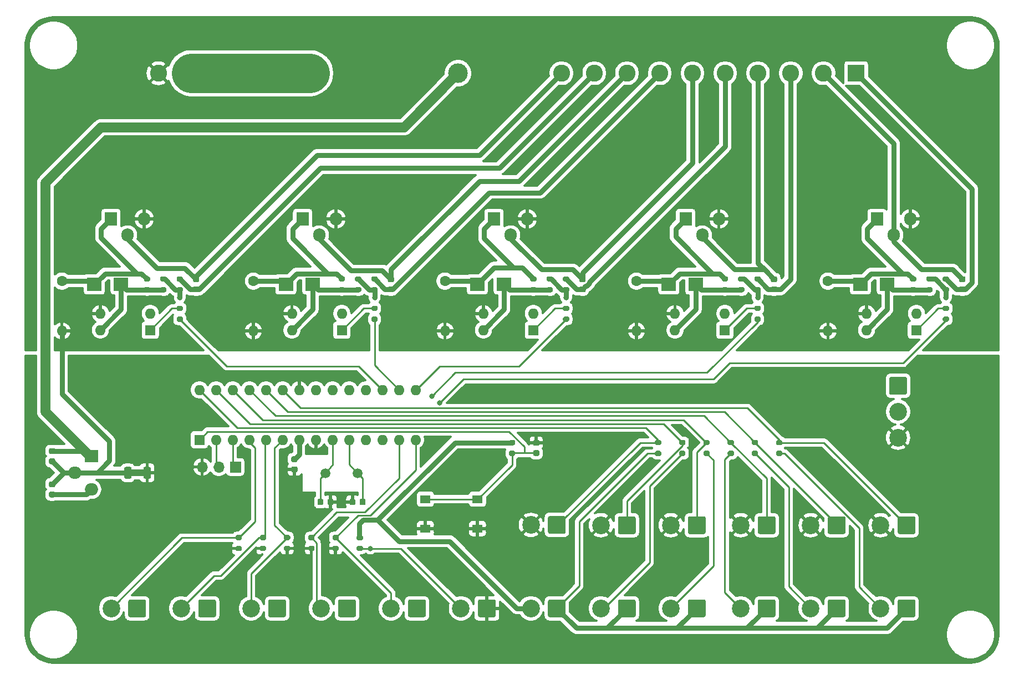
<source format=gbr>
%TF.GenerationSoftware,KiCad,Pcbnew,(5.1.12)-1*%
%TF.CreationDate,2021-11-13T03:11:11+08:00*%
%TF.ProjectId,main,6d61696e-2e6b-4696-9361-645f70636258,rev?*%
%TF.SameCoordinates,Original*%
%TF.FileFunction,Copper,L1,Top*%
%TF.FilePolarity,Positive*%
%FSLAX46Y46*%
G04 Gerber Fmt 4.6, Leading zero omitted, Abs format (unit mm)*
G04 Created by KiCad (PCBNEW (5.1.12)-1) date 2021-11-13 03:11:11*
%MOMM*%
%LPD*%
G01*
G04 APERTURE LIST*
%TA.AperFunction,EtchedComponent*%
%ADD10C,0.100000*%
%TD*%
%TA.AperFunction,SMDPad,CuDef*%
%ADD11R,1.550000X1.300000*%
%TD*%
%TA.AperFunction,ComponentPad*%
%ADD12C,2.700000*%
%TD*%
%TA.AperFunction,ComponentPad*%
%ADD13R,2.000000X1.905000*%
%TD*%
%TA.AperFunction,ComponentPad*%
%ADD14O,2.000000X1.905000*%
%TD*%
%TA.AperFunction,ComponentPad*%
%ADD15O,1.600000X1.600000*%
%TD*%
%TA.AperFunction,ComponentPad*%
%ADD16R,1.600000X1.600000*%
%TD*%
%TA.AperFunction,ComponentPad*%
%ADD17R,1.905000X2.000000*%
%TD*%
%TA.AperFunction,ComponentPad*%
%ADD18O,1.905000X2.000000*%
%TD*%
%TA.AperFunction,ComponentPad*%
%ADD19O,1.700000X1.700000*%
%TD*%
%TA.AperFunction,ComponentPad*%
%ADD20R,1.700000X1.700000*%
%TD*%
%TA.AperFunction,SMDPad,CuDef*%
%ADD21R,2.200000X2.100000*%
%TD*%
%TA.AperFunction,ComponentPad*%
%ADD22C,2.600000*%
%TD*%
%TA.AperFunction,ComponentPad*%
%ADD23R,2.600000X2.600000*%
%TD*%
%TA.AperFunction,ComponentPad*%
%ADD24C,1.600000*%
%TD*%
%TA.AperFunction,ComponentPad*%
%ADD25C,1.500000*%
%TD*%
%TA.AperFunction,ComponentPad*%
%ADD26C,3.000000*%
%TD*%
%TA.AperFunction,ViaPad*%
%ADD27C,0.800000*%
%TD*%
%TA.AperFunction,Conductor*%
%ADD28C,0.800000*%
%TD*%
%TA.AperFunction,Conductor*%
%ADD29C,1.500000*%
%TD*%
%TA.AperFunction,Conductor*%
%ADD30C,0.250000*%
%TD*%
%TA.AperFunction,Conductor*%
%ADD31C,6.000000*%
%TD*%
%TA.AperFunction,Conductor*%
%ADD32C,0.350000*%
%TD*%
%TA.AperFunction,Conductor*%
%ADD33C,0.100000*%
%TD*%
G04 APERTURE END LIST*
D10*
%TO.C,JP1*%
G36*
X68750000Y-120790000D02*
G01*
X66850000Y-120790000D01*
X66850000Y-119790000D01*
X68750000Y-119790000D01*
X68750000Y-120790000D01*
G37*
%TD*%
D11*
%TO.P,BTN1,2*%
%TO.N,GNDS*%
X119730000Y-128825000D03*
%TO.P,BTN1,1*%
%TO.N,/RESET*%
X119730000Y-124325000D03*
X111770000Y-124325000D03*
%TO.P,BTN1,2*%
%TO.N,GNDS*%
X111770000Y-128825000D03*
%TD*%
D12*
%TO.P,J4,3*%
%TO.N,GNDS*%
X183945000Y-114920000D03*
%TO.P,J4,2*%
%TO.N,/RXD*%
X183945000Y-110960000D03*
%TO.P,J4,1*%
%TO.N,/TXD*%
%TA.AperFunction,ComponentPad*%
G36*
G01*
X182845001Y-105650000D02*
X185044999Y-105650000D01*
G75*
G02*
X185295000Y-105900001I0J-250001D01*
G01*
X185295000Y-108099999D01*
G75*
G02*
X185044999Y-108350000I-250001J0D01*
G01*
X182845001Y-108350000D01*
G75*
G02*
X182595000Y-108099999I0J250001D01*
G01*
X182595000Y-105900001D01*
G75*
G02*
X182845001Y-105650000I250001J0D01*
G01*
G37*
%TD.AperFunction*%
%TD*%
%TO.P,JP1,1*%
%TO.N,GNDREF*%
%TA.AperFunction,SMDPad,CuDef*%
G36*
G01*
X65750000Y-120940450D02*
X65750000Y-119639550D01*
G75*
G02*
X65999550Y-119390000I249550J0D01*
G01*
X66650450Y-119390000D01*
G75*
G02*
X66900000Y-119639550I0J-249550D01*
G01*
X66900000Y-120940450D01*
G75*
G02*
X66650450Y-121190000I-249550J0D01*
G01*
X65999550Y-121190000D01*
G75*
G02*
X65750000Y-120940450I0J249550D01*
G01*
G37*
%TD.AperFunction*%
%TO.P,JP1,2*%
%TO.N,GNDS*%
%TA.AperFunction,SMDPad,CuDef*%
G36*
G01*
X68700000Y-120940450D02*
X68700000Y-119639550D01*
G75*
G02*
X68949550Y-119390000I249550J0D01*
G01*
X69600450Y-119390000D01*
G75*
G02*
X69850000Y-119639550I0J-249550D01*
G01*
X69850000Y-120940450D01*
G75*
G02*
X69600450Y-121190000I-249550J0D01*
G01*
X68949550Y-121190000D01*
G75*
G02*
X68700000Y-120940450I0J249550D01*
G01*
G37*
%TD.AperFunction*%
%TD*%
D13*
%TO.P,U1,1*%
%TO.N,+12V*%
X60750000Y-117750000D03*
D14*
%TO.P,U1,2*%
%TO.N,GNDREF*%
X58250000Y-120290000D03*
%TO.P,U1,3*%
%TO.N,+5V*%
X60750000Y-122830000D03*
%TD*%
D15*
%TO.P,U4,4*%
%TO.N,Net-(D2-Pad2)*%
X149880000Y-98500000D03*
%TO.P,U4,2*%
%TO.N,GNDS*%
X157500000Y-95960000D03*
%TO.P,U4,3*%
%TO.N,GNDREF*%
X149880000Y-95960000D03*
D16*
%TO.P,U4,1*%
%TO.N,Net-(R25-Pad1)*%
X157500000Y-98500000D03*
%TD*%
D15*
%TO.P,U2,28*%
%TO.N,/ADC_All*%
X77250000Y-107630000D03*
%TO.P,U2,14*%
%TO.N,/func5*%
X110270000Y-115250000D03*
%TO.P,U2,27*%
%TO.N,/ADC1*%
X79790000Y-107630000D03*
%TO.P,U2,13*%
%TO.N,/func4*%
X107730000Y-115250000D03*
%TO.P,U2,26*%
%TO.N,/ADC2*%
X82330000Y-107630000D03*
%TO.P,U2,12*%
%TO.N,/PWM1*%
X105190000Y-115250000D03*
%TO.P,U2,25*%
%TO.N,/ADC3*%
X84870000Y-107630000D03*
%TO.P,U2,11*%
%TO.N,/PWM2*%
X102650000Y-115250000D03*
%TO.P,U2,24*%
%TO.N,/ADC4*%
X87410000Y-107630000D03*
%TO.P,U2,10*%
%TO.N,/XTAL2*%
X100110000Y-115250000D03*
%TO.P,U2,23*%
%TO.N,/ADC5*%
X89950000Y-107630000D03*
%TO.P,U2,9*%
%TO.N,/XTAL1*%
X97570000Y-115250000D03*
%TO.P,U2,22*%
%TO.N,GNDS*%
X92490000Y-107630000D03*
%TO.P,U2,8*%
X95030000Y-115250000D03*
%TO.P,U2,21*%
%TO.N,+5V*%
X95030000Y-107630000D03*
%TO.P,U2,7*%
X92490000Y-115250000D03*
%TO.P,U2,20*%
X97570000Y-107630000D03*
%TO.P,U2,6*%
%TO.N,/func3*%
X89950000Y-115250000D03*
%TO.P,U2,19*%
%TO.N,/Button_STOP*%
X100110000Y-107630000D03*
%TO.P,U2,5*%
%TO.N,/func2*%
X87410000Y-115250000D03*
%TO.P,U2,18*%
%TO.N,Net-(U2-Pad18)*%
X102650000Y-107630000D03*
%TO.P,U2,4*%
%TO.N,/func1*%
X84870000Y-115250000D03*
%TO.P,U2,17*%
%TO.N,/PWM5*%
X105190000Y-107630000D03*
%TO.P,U2,3*%
%TO.N,/TXD*%
X82330000Y-115250000D03*
%TO.P,U2,16*%
%TO.N,/PWM4*%
X107730000Y-107630000D03*
%TO.P,U2,2*%
%TO.N,/RXD*%
X79790000Y-115250000D03*
%TO.P,U2,15*%
%TO.N,/PWM3*%
X110270000Y-107630000D03*
D16*
%TO.P,U2,1*%
%TO.N,/RESET*%
X77250000Y-115250000D03*
%TD*%
D15*
%TO.P,U3,4*%
%TO.N,Net-(D1-Pad2)*%
X179130000Y-98500000D03*
%TO.P,U3,2*%
%TO.N,GNDS*%
X186750000Y-95960000D03*
%TO.P,U3,3*%
%TO.N,GNDREF*%
X179130000Y-95960000D03*
D16*
%TO.P,U3,1*%
%TO.N,Net-(R20-Pad1)*%
X186750000Y-98500000D03*
%TD*%
D15*
%TO.P,U7,4*%
%TO.N,Net-(D5-Pad2)*%
X62130000Y-98500000D03*
%TO.P,U7,2*%
%TO.N,GNDS*%
X69750000Y-95960000D03*
%TO.P,U7,3*%
%TO.N,GNDREF*%
X62130000Y-95960000D03*
D16*
%TO.P,U7,1*%
%TO.N,Net-(R40-Pad1)*%
X69750000Y-98500000D03*
%TD*%
D15*
%TO.P,U6,4*%
%TO.N,Net-(D4-Pad2)*%
X91380000Y-98500000D03*
%TO.P,U6,2*%
%TO.N,GNDS*%
X99000000Y-95960000D03*
%TO.P,U6,3*%
%TO.N,GNDREF*%
X91380000Y-95960000D03*
D16*
%TO.P,U6,1*%
%TO.N,Net-(R35-Pad1)*%
X99000000Y-98500000D03*
%TD*%
D15*
%TO.P,U5,4*%
%TO.N,Net-(D3-Pad2)*%
X120630000Y-98500000D03*
%TO.P,U5,2*%
%TO.N,GNDS*%
X128250000Y-95960000D03*
%TO.P,U5,3*%
%TO.N,GNDREF*%
X120630000Y-95960000D03*
D16*
%TO.P,U5,1*%
%TO.N,Net-(R30-Pad1)*%
X128250000Y-98500000D03*
%TD*%
D17*
%TO.P,Q1,1*%
%TO.N,Net-(D1-Pad1)*%
X180750000Y-81500000D03*
D18*
%TO.P,Q1,2*%
%TO.N,/LED1-*%
X183290000Y-84000000D03*
%TO.P,Q1,3*%
%TO.N,GNDREF*%
X185830000Y-81500000D03*
%TD*%
D17*
%TO.P,Q5,1*%
%TO.N,Net-(D5-Pad1)*%
X63750000Y-81500000D03*
D18*
%TO.P,Q5,2*%
%TO.N,/LED5-*%
X66290000Y-84000000D03*
%TO.P,Q5,3*%
%TO.N,GNDREF*%
X68830000Y-81500000D03*
%TD*%
D17*
%TO.P,Q4,1*%
%TO.N,Net-(D4-Pad1)*%
X93000000Y-81500000D03*
D18*
%TO.P,Q4,2*%
%TO.N,/LED4-*%
X95540000Y-84000000D03*
%TO.P,Q4,3*%
%TO.N,GNDREF*%
X98080000Y-81500000D03*
%TD*%
D17*
%TO.P,Q3,1*%
%TO.N,Net-(D3-Pad1)*%
X122250000Y-81500000D03*
D18*
%TO.P,Q3,2*%
%TO.N,/LED3-*%
X124790000Y-84000000D03*
%TO.P,Q3,3*%
%TO.N,GNDREF*%
X127330000Y-81500000D03*
%TD*%
D17*
%TO.P,Q2,1*%
%TO.N,Net-(D2-Pad1)*%
X151500000Y-81500000D03*
D18*
%TO.P,Q2,2*%
%TO.N,/LED2-*%
X154040000Y-84000000D03*
%TO.P,Q2,3*%
%TO.N,GNDREF*%
X156580000Y-81500000D03*
%TD*%
D19*
%TO.P,J3,3*%
%TO.N,GNDS*%
X77670000Y-119400000D03*
%TO.P,J3,2*%
%TO.N,/RXD*%
X80210000Y-119400000D03*
D20*
%TO.P,J3,1*%
%TO.N,/TXD*%
X82750000Y-119400000D03*
%TD*%
%TO.P,BTN2,1*%
%TO.N,+5V*%
%TA.AperFunction,ComponentPad*%
G36*
G01*
X69100000Y-139900001D02*
X69100000Y-142099999D01*
G75*
G02*
X68849999Y-142350000I-250001J0D01*
G01*
X66650001Y-142350000D01*
G75*
G02*
X66400000Y-142099999I0J250001D01*
G01*
X66400000Y-139900001D01*
G75*
G02*
X66650001Y-139650000I250001J0D01*
G01*
X68849999Y-139650000D01*
G75*
G02*
X69100000Y-139900001I0J-250001D01*
G01*
G37*
%TD.AperFunction*%
D12*
%TO.P,BTN2,2*%
%TO.N,/func1*%
X63790000Y-141000000D03*
%TD*%
%TO.P,BTN6,1*%
%TO.N,+5V*%
%TA.AperFunction,ComponentPad*%
G36*
G01*
X111827272Y-139900001D02*
X111827272Y-142099999D01*
G75*
G02*
X111577271Y-142350000I-250001J0D01*
G01*
X109377273Y-142350000D01*
G75*
G02*
X109127272Y-142099999I0J250001D01*
G01*
X109127272Y-139900001D01*
G75*
G02*
X109377273Y-139650000I250001J0D01*
G01*
X111577271Y-139650000D01*
G75*
G02*
X111827272Y-139900001I0J-250001D01*
G01*
G37*
%TD.AperFunction*%
%TO.P,BTN6,2*%
%TO.N,/func5*%
X106517272Y-141000000D03*
%TD*%
%TO.P,R3,1*%
%TO.N,/ADC_All*%
%TA.AperFunction,ComponentPad*%
G36*
G01*
X133190908Y-127150001D02*
X133190908Y-129349999D01*
G75*
G02*
X132940907Y-129600000I-250001J0D01*
G01*
X130740909Y-129600000D01*
G75*
G02*
X130490908Y-129349999I0J250001D01*
G01*
X130490908Y-127150001D01*
G75*
G02*
X130740909Y-126900000I250001J0D01*
G01*
X132940907Y-126900000D01*
G75*
G02*
X133190908Y-127150001I0J-250001D01*
G01*
G37*
%TD.AperFunction*%
%TO.P,R3,2*%
%TO.N,GNDS*%
X127880908Y-128250000D03*
%TD*%
%TO.P,R2,2*%
%TO.N,Net-(R2-Pad2)*%
%TA.AperFunction,SMDPad,CuDef*%
G36*
G01*
X147025000Y-116925000D02*
X147575000Y-116925000D01*
G75*
G02*
X147775000Y-117125000I0J-200000D01*
G01*
X147775000Y-117525000D01*
G75*
G02*
X147575000Y-117725000I-200000J0D01*
G01*
X147025000Y-117725000D01*
G75*
G02*
X146825000Y-117525000I0J200000D01*
G01*
X146825000Y-117125000D01*
G75*
G02*
X147025000Y-116925000I200000J0D01*
G01*
G37*
%TD.AperFunction*%
%TO.P,R2,1*%
%TO.N,/ADC_All*%
%TA.AperFunction,SMDPad,CuDef*%
G36*
G01*
X147025000Y-115275000D02*
X147575000Y-115275000D01*
G75*
G02*
X147775000Y-115475000I0J-200000D01*
G01*
X147775000Y-115875000D01*
G75*
G02*
X147575000Y-116075000I-200000J0D01*
G01*
X147025000Y-116075000D01*
G75*
G02*
X146825000Y-115875000I0J200000D01*
G01*
X146825000Y-115475000D01*
G75*
G02*
X147025000Y-115275000I200000J0D01*
G01*
G37*
%TD.AperFunction*%
%TD*%
%TO.P,SW6,1*%
%TO.N,Net-(R2-Pad2)*%
%TA.AperFunction,ComponentPad*%
G36*
G01*
X175918180Y-139900001D02*
X175918180Y-142099999D01*
G75*
G02*
X175668179Y-142350000I-250001J0D01*
G01*
X173468181Y-142350000D01*
G75*
G02*
X173218180Y-142099999I0J250001D01*
G01*
X173218180Y-139900001D01*
G75*
G02*
X173468181Y-139650000I250001J0D01*
G01*
X175668179Y-139650000D01*
G75*
G02*
X175918180Y-139900001I0J-250001D01*
G01*
G37*
%TD.AperFunction*%
%TO.P,SW6,2*%
%TO.N,Net-(R10-Pad2)*%
X170608180Y-141000000D03*
%TD*%
%TO.P,BTN7,1*%
%TO.N,GNDS*%
%TA.AperFunction,ComponentPad*%
G36*
G01*
X122509090Y-139900001D02*
X122509090Y-142099999D01*
G75*
G02*
X122259089Y-142350000I-250001J0D01*
G01*
X120059091Y-142350000D01*
G75*
G02*
X119809090Y-142099999I0J250001D01*
G01*
X119809090Y-139900001D01*
G75*
G02*
X120059091Y-139650000I250001J0D01*
G01*
X122259089Y-139650000D01*
G75*
G02*
X122509090Y-139900001I0J-250001D01*
G01*
G37*
%TD.AperFunction*%
%TO.P,BTN7,2*%
%TO.N,/Button_STOP*%
X117199090Y-141000000D03*
%TD*%
D21*
%TO.P,D5,2*%
%TO.N,Net-(D5-Pad2)*%
X65300000Y-91500000D03*
%TO.P,D5,1*%
%TO.N,Net-(D5-Pad1)*%
X61200000Y-91500000D03*
%TD*%
%TO.P,D4,2*%
%TO.N,Net-(D4-Pad2)*%
X94550000Y-91500000D03*
%TO.P,D4,1*%
%TO.N,Net-(D4-Pad1)*%
X90450000Y-91500000D03*
%TD*%
%TO.P,D3,2*%
%TO.N,Net-(D3-Pad2)*%
X123800000Y-91500000D03*
%TO.P,D3,1*%
%TO.N,Net-(D3-Pad1)*%
X119700000Y-91500000D03*
%TD*%
%TO.P,D2,2*%
%TO.N,Net-(D2-Pad2)*%
X153050000Y-91500000D03*
%TO.P,D2,1*%
%TO.N,Net-(D2-Pad1)*%
X148950000Y-91500000D03*
%TD*%
%TO.P,D1,2*%
%TO.N,Net-(D1-Pad2)*%
X182300000Y-91500000D03*
%TO.P,D1,1*%
%TO.N,Net-(D1-Pad1)*%
X178200000Y-91500000D03*
%TD*%
D22*
%TO.P,J2,2*%
%TO.N,GNDREF*%
X71000000Y-59250000D03*
D23*
%TO.P,J2,1*%
%TO.N,/12V_input*%
X76000000Y-59250000D03*
%TD*%
D22*
%TO.P,J1,10*%
%TO.N,/LED5-*%
X132550000Y-59250000D03*
%TO.P,J1,9*%
%TO.N,/LED5+*%
X137550000Y-59250000D03*
%TO.P,J1,8*%
%TO.N,/LED4-*%
X142550000Y-59250000D03*
%TO.P,J1,7*%
%TO.N,/LED4+*%
X147550000Y-59250000D03*
%TO.P,J1,6*%
%TO.N,/LED3-*%
X152550000Y-59250000D03*
%TO.P,J1,5*%
%TO.N,/LED3+*%
X157550000Y-59250000D03*
%TO.P,J1,4*%
%TO.N,/LED2-*%
X162550000Y-59250000D03*
%TO.P,J1,3*%
%TO.N,/LED2+*%
X167550000Y-59250000D03*
%TO.P,J1,2*%
%TO.N,/LED1-*%
X172550000Y-59250000D03*
D23*
%TO.P,J1,1*%
%TO.N,/LED1+*%
X177550000Y-59250000D03*
%TD*%
%TO.P,C11,2*%
%TO.N,/LED5-*%
%TA.AperFunction,SMDPad,CuDef*%
G36*
G01*
X77000000Y-91175000D02*
X76500000Y-91175000D01*
G75*
G02*
X76275000Y-90950000I0J225000D01*
G01*
X76275000Y-90500000D01*
G75*
G02*
X76500000Y-90275000I225000J0D01*
G01*
X77000000Y-90275000D01*
G75*
G02*
X77225000Y-90500000I0J-225000D01*
G01*
X77225000Y-90950000D01*
G75*
G02*
X77000000Y-91175000I-225000J0D01*
G01*
G37*
%TD.AperFunction*%
%TO.P,C11,1*%
%TO.N,/LED5+*%
%TA.AperFunction,SMDPad,CuDef*%
G36*
G01*
X77000000Y-92725000D02*
X76500000Y-92725000D01*
G75*
G02*
X76275000Y-92500000I0J225000D01*
G01*
X76275000Y-92050000D01*
G75*
G02*
X76500000Y-91825000I225000J0D01*
G01*
X77000000Y-91825000D01*
G75*
G02*
X77225000Y-92050000I0J-225000D01*
G01*
X77225000Y-92500000D01*
G75*
G02*
X77000000Y-92725000I-225000J0D01*
G01*
G37*
%TD.AperFunction*%
%TD*%
%TO.P,C10,2*%
%TO.N,/LED4-*%
%TA.AperFunction,SMDPad,CuDef*%
G36*
G01*
X106750000Y-91175000D02*
X106250000Y-91175000D01*
G75*
G02*
X106025000Y-90950000I0J225000D01*
G01*
X106025000Y-90500000D01*
G75*
G02*
X106250000Y-90275000I225000J0D01*
G01*
X106750000Y-90275000D01*
G75*
G02*
X106975000Y-90500000I0J-225000D01*
G01*
X106975000Y-90950000D01*
G75*
G02*
X106750000Y-91175000I-225000J0D01*
G01*
G37*
%TD.AperFunction*%
%TO.P,C10,1*%
%TO.N,/LED4+*%
%TA.AperFunction,SMDPad,CuDef*%
G36*
G01*
X106750000Y-92725000D02*
X106250000Y-92725000D01*
G75*
G02*
X106025000Y-92500000I0J225000D01*
G01*
X106025000Y-92050000D01*
G75*
G02*
X106250000Y-91825000I225000J0D01*
G01*
X106750000Y-91825000D01*
G75*
G02*
X106975000Y-92050000I0J-225000D01*
G01*
X106975000Y-92500000D01*
G75*
G02*
X106750000Y-92725000I-225000J0D01*
G01*
G37*
%TD.AperFunction*%
%TD*%
%TO.P,C9,2*%
%TO.N,/LED3-*%
%TA.AperFunction,SMDPad,CuDef*%
G36*
G01*
X136000000Y-91175000D02*
X135500000Y-91175000D01*
G75*
G02*
X135275000Y-90950000I0J225000D01*
G01*
X135275000Y-90500000D01*
G75*
G02*
X135500000Y-90275000I225000J0D01*
G01*
X136000000Y-90275000D01*
G75*
G02*
X136225000Y-90500000I0J-225000D01*
G01*
X136225000Y-90950000D01*
G75*
G02*
X136000000Y-91175000I-225000J0D01*
G01*
G37*
%TD.AperFunction*%
%TO.P,C9,1*%
%TO.N,/LED3+*%
%TA.AperFunction,SMDPad,CuDef*%
G36*
G01*
X136000000Y-92725000D02*
X135500000Y-92725000D01*
G75*
G02*
X135275000Y-92500000I0J225000D01*
G01*
X135275000Y-92050000D01*
G75*
G02*
X135500000Y-91825000I225000J0D01*
G01*
X136000000Y-91825000D01*
G75*
G02*
X136225000Y-92050000I0J-225000D01*
G01*
X136225000Y-92500000D01*
G75*
G02*
X136000000Y-92725000I-225000J0D01*
G01*
G37*
%TD.AperFunction*%
%TD*%
%TO.P,C8,2*%
%TO.N,/LED2-*%
%TA.AperFunction,SMDPad,CuDef*%
G36*
G01*
X165250000Y-91175000D02*
X164750000Y-91175000D01*
G75*
G02*
X164525000Y-90950000I0J225000D01*
G01*
X164525000Y-90500000D01*
G75*
G02*
X164750000Y-90275000I225000J0D01*
G01*
X165250000Y-90275000D01*
G75*
G02*
X165475000Y-90500000I0J-225000D01*
G01*
X165475000Y-90950000D01*
G75*
G02*
X165250000Y-91175000I-225000J0D01*
G01*
G37*
%TD.AperFunction*%
%TO.P,C8,1*%
%TO.N,/LED2+*%
%TA.AperFunction,SMDPad,CuDef*%
G36*
G01*
X165250000Y-92725000D02*
X164750000Y-92725000D01*
G75*
G02*
X164525000Y-92500000I0J225000D01*
G01*
X164525000Y-92050000D01*
G75*
G02*
X164750000Y-91825000I225000J0D01*
G01*
X165250000Y-91825000D01*
G75*
G02*
X165475000Y-92050000I0J-225000D01*
G01*
X165475000Y-92500000D01*
G75*
G02*
X165250000Y-92725000I-225000J0D01*
G01*
G37*
%TD.AperFunction*%
%TD*%
%TO.P,C7,2*%
%TO.N,/LED1-*%
%TA.AperFunction,SMDPad,CuDef*%
G36*
G01*
X194000000Y-91175000D02*
X193500000Y-91175000D01*
G75*
G02*
X193275000Y-90950000I0J225000D01*
G01*
X193275000Y-90500000D01*
G75*
G02*
X193500000Y-90275000I225000J0D01*
G01*
X194000000Y-90275000D01*
G75*
G02*
X194225000Y-90500000I0J-225000D01*
G01*
X194225000Y-90950000D01*
G75*
G02*
X194000000Y-91175000I-225000J0D01*
G01*
G37*
%TD.AperFunction*%
%TO.P,C7,1*%
%TO.N,/LED1+*%
%TA.AperFunction,SMDPad,CuDef*%
G36*
G01*
X194000000Y-92725000D02*
X193500000Y-92725000D01*
G75*
G02*
X193275000Y-92500000I0J225000D01*
G01*
X193275000Y-92050000D01*
G75*
G02*
X193500000Y-91825000I225000J0D01*
G01*
X194000000Y-91825000D01*
G75*
G02*
X194225000Y-92050000I0J-225000D01*
G01*
X194225000Y-92500000D01*
G75*
G02*
X194000000Y-92725000I-225000J0D01*
G01*
G37*
%TD.AperFunction*%
%TD*%
%TO.P,R24,2*%
%TO.N,/LED1+*%
%TA.AperFunction,SMDPad,CuDef*%
G36*
G01*
X191525000Y-91075000D02*
X190975000Y-91075000D01*
G75*
G02*
X190775000Y-90875000I0J200000D01*
G01*
X190775000Y-90475000D01*
G75*
G02*
X190975000Y-90275000I200000J0D01*
G01*
X191525000Y-90275000D01*
G75*
G02*
X191725000Y-90475000I0J-200000D01*
G01*
X191725000Y-90875000D01*
G75*
G02*
X191525000Y-91075000I-200000J0D01*
G01*
G37*
%TD.AperFunction*%
%TO.P,R24,1*%
%TO.N,+12V*%
%TA.AperFunction,SMDPad,CuDef*%
G36*
G01*
X191525000Y-92725000D02*
X190975000Y-92725000D01*
G75*
G02*
X190775000Y-92525000I0J200000D01*
G01*
X190775000Y-92125000D01*
G75*
G02*
X190975000Y-91925000I200000J0D01*
G01*
X191525000Y-91925000D01*
G75*
G02*
X191725000Y-92125000I0J-200000D01*
G01*
X191725000Y-92525000D01*
G75*
G02*
X191525000Y-92725000I-200000J0D01*
G01*
G37*
%TD.AperFunction*%
%TD*%
%TO.P,R22,2*%
%TO.N,Net-(D1-Pad2)*%
%TA.AperFunction,SMDPad,CuDef*%
G36*
G01*
X185975000Y-91925000D02*
X186525000Y-91925000D01*
G75*
G02*
X186725000Y-92125000I0J-200000D01*
G01*
X186725000Y-92525000D01*
G75*
G02*
X186525000Y-92725000I-200000J0D01*
G01*
X185975000Y-92725000D01*
G75*
G02*
X185775000Y-92525000I0J200000D01*
G01*
X185775000Y-92125000D01*
G75*
G02*
X185975000Y-91925000I200000J0D01*
G01*
G37*
%TD.AperFunction*%
%TO.P,R22,1*%
%TO.N,Net-(D1-Pad1)*%
%TA.AperFunction,SMDPad,CuDef*%
G36*
G01*
X185975000Y-90275000D02*
X186525000Y-90275000D01*
G75*
G02*
X186725000Y-90475000I0J-200000D01*
G01*
X186725000Y-90875000D01*
G75*
G02*
X186525000Y-91075000I-200000J0D01*
G01*
X185975000Y-91075000D01*
G75*
G02*
X185775000Y-90875000I0J200000D01*
G01*
X185775000Y-90475000D01*
G75*
G02*
X185975000Y-90275000I200000J0D01*
G01*
G37*
%TD.AperFunction*%
%TD*%
%TO.P,R21,2*%
%TO.N,Net-(D1-Pad2)*%
%TA.AperFunction,SMDPad,CuDef*%
G36*
G01*
X188475000Y-91925000D02*
X189025000Y-91925000D01*
G75*
G02*
X189225000Y-92125000I0J-200000D01*
G01*
X189225000Y-92525000D01*
G75*
G02*
X189025000Y-92725000I-200000J0D01*
G01*
X188475000Y-92725000D01*
G75*
G02*
X188275000Y-92525000I0J200000D01*
G01*
X188275000Y-92125000D01*
G75*
G02*
X188475000Y-91925000I200000J0D01*
G01*
G37*
%TD.AperFunction*%
%TO.P,R21,1*%
%TO.N,+12V*%
%TA.AperFunction,SMDPad,CuDef*%
G36*
G01*
X188475000Y-90275000D02*
X189025000Y-90275000D01*
G75*
G02*
X189225000Y-90475000I0J-200000D01*
G01*
X189225000Y-90875000D01*
G75*
G02*
X189025000Y-91075000I-200000J0D01*
G01*
X188475000Y-91075000D01*
G75*
G02*
X188275000Y-90875000I0J200000D01*
G01*
X188275000Y-90475000D01*
G75*
G02*
X188475000Y-90275000I200000J0D01*
G01*
G37*
%TD.AperFunction*%
%TD*%
%TO.P,R20,2*%
%TO.N,/PWM1*%
%TA.AperFunction,SMDPad,CuDef*%
G36*
G01*
X190975000Y-96425000D02*
X191525000Y-96425000D01*
G75*
G02*
X191725000Y-96625000I0J-200000D01*
G01*
X191725000Y-97025000D01*
G75*
G02*
X191525000Y-97225000I-200000J0D01*
G01*
X190975000Y-97225000D01*
G75*
G02*
X190775000Y-97025000I0J200000D01*
G01*
X190775000Y-96625000D01*
G75*
G02*
X190975000Y-96425000I200000J0D01*
G01*
G37*
%TD.AperFunction*%
%TO.P,R20,1*%
%TO.N,Net-(R20-Pad1)*%
%TA.AperFunction,SMDPad,CuDef*%
G36*
G01*
X190975000Y-94775000D02*
X191525000Y-94775000D01*
G75*
G02*
X191725000Y-94975000I0J-200000D01*
G01*
X191725000Y-95375000D01*
G75*
G02*
X191525000Y-95575000I-200000J0D01*
G01*
X190975000Y-95575000D01*
G75*
G02*
X190775000Y-95375000I0J200000D01*
G01*
X190775000Y-94975000D01*
G75*
G02*
X190975000Y-94775000I200000J0D01*
G01*
G37*
%TD.AperFunction*%
%TD*%
D15*
%TO.P,R23,2*%
%TO.N,GNDREF*%
X173250000Y-98620000D03*
D24*
%TO.P,R23,1*%
%TO.N,Net-(D1-Pad1)*%
X173250000Y-91000000D03*
%TD*%
D15*
%TO.P,R43,2*%
%TO.N,GNDREF*%
X56250000Y-98620000D03*
D24*
%TO.P,R43,1*%
%TO.N,Net-(D5-Pad1)*%
X56250000Y-91000000D03*
%TD*%
D15*
%TO.P,R38,2*%
%TO.N,GNDREF*%
X85500000Y-98620000D03*
D24*
%TO.P,R38,1*%
%TO.N,Net-(D4-Pad1)*%
X85500000Y-91000000D03*
%TD*%
D15*
%TO.P,R33,2*%
%TO.N,GNDREF*%
X114750000Y-98620000D03*
D24*
%TO.P,R33,1*%
%TO.N,Net-(D3-Pad1)*%
X114750000Y-91000000D03*
%TD*%
D15*
%TO.P,R28,2*%
%TO.N,GNDREF*%
X144000000Y-98620000D03*
D24*
%TO.P,R28,1*%
%TO.N,Net-(D2-Pad1)*%
X144000000Y-91000000D03*
%TD*%
%TO.P,R44,2*%
%TO.N,/LED5+*%
%TA.AperFunction,SMDPad,CuDef*%
G36*
G01*
X74525000Y-91075000D02*
X73975000Y-91075000D01*
G75*
G02*
X73775000Y-90875000I0J200000D01*
G01*
X73775000Y-90475000D01*
G75*
G02*
X73975000Y-90275000I200000J0D01*
G01*
X74525000Y-90275000D01*
G75*
G02*
X74725000Y-90475000I0J-200000D01*
G01*
X74725000Y-90875000D01*
G75*
G02*
X74525000Y-91075000I-200000J0D01*
G01*
G37*
%TD.AperFunction*%
%TO.P,R44,1*%
%TO.N,+12V*%
%TA.AperFunction,SMDPad,CuDef*%
G36*
G01*
X74525000Y-92725000D02*
X73975000Y-92725000D01*
G75*
G02*
X73775000Y-92525000I0J200000D01*
G01*
X73775000Y-92125000D01*
G75*
G02*
X73975000Y-91925000I200000J0D01*
G01*
X74525000Y-91925000D01*
G75*
G02*
X74725000Y-92125000I0J-200000D01*
G01*
X74725000Y-92525000D01*
G75*
G02*
X74525000Y-92725000I-200000J0D01*
G01*
G37*
%TD.AperFunction*%
%TD*%
%TO.P,R42,2*%
%TO.N,Net-(D5-Pad2)*%
%TA.AperFunction,SMDPad,CuDef*%
G36*
G01*
X68975000Y-91925000D02*
X69525000Y-91925000D01*
G75*
G02*
X69725000Y-92125000I0J-200000D01*
G01*
X69725000Y-92525000D01*
G75*
G02*
X69525000Y-92725000I-200000J0D01*
G01*
X68975000Y-92725000D01*
G75*
G02*
X68775000Y-92525000I0J200000D01*
G01*
X68775000Y-92125000D01*
G75*
G02*
X68975000Y-91925000I200000J0D01*
G01*
G37*
%TD.AperFunction*%
%TO.P,R42,1*%
%TO.N,Net-(D5-Pad1)*%
%TA.AperFunction,SMDPad,CuDef*%
G36*
G01*
X68975000Y-90275000D02*
X69525000Y-90275000D01*
G75*
G02*
X69725000Y-90475000I0J-200000D01*
G01*
X69725000Y-90875000D01*
G75*
G02*
X69525000Y-91075000I-200000J0D01*
G01*
X68975000Y-91075000D01*
G75*
G02*
X68775000Y-90875000I0J200000D01*
G01*
X68775000Y-90475000D01*
G75*
G02*
X68975000Y-90275000I200000J0D01*
G01*
G37*
%TD.AperFunction*%
%TD*%
%TO.P,R41,2*%
%TO.N,Net-(D5-Pad2)*%
%TA.AperFunction,SMDPad,CuDef*%
G36*
G01*
X71475000Y-91925000D02*
X72025000Y-91925000D01*
G75*
G02*
X72225000Y-92125000I0J-200000D01*
G01*
X72225000Y-92525000D01*
G75*
G02*
X72025000Y-92725000I-200000J0D01*
G01*
X71475000Y-92725000D01*
G75*
G02*
X71275000Y-92525000I0J200000D01*
G01*
X71275000Y-92125000D01*
G75*
G02*
X71475000Y-91925000I200000J0D01*
G01*
G37*
%TD.AperFunction*%
%TO.P,R41,1*%
%TO.N,+12V*%
%TA.AperFunction,SMDPad,CuDef*%
G36*
G01*
X71475000Y-90275000D02*
X72025000Y-90275000D01*
G75*
G02*
X72225000Y-90475000I0J-200000D01*
G01*
X72225000Y-90875000D01*
G75*
G02*
X72025000Y-91075000I-200000J0D01*
G01*
X71475000Y-91075000D01*
G75*
G02*
X71275000Y-90875000I0J200000D01*
G01*
X71275000Y-90475000D01*
G75*
G02*
X71475000Y-90275000I200000J0D01*
G01*
G37*
%TD.AperFunction*%
%TD*%
%TO.P,R40,2*%
%TO.N,/PWM5*%
%TA.AperFunction,SMDPad,CuDef*%
G36*
G01*
X73975000Y-96425000D02*
X74525000Y-96425000D01*
G75*
G02*
X74725000Y-96625000I0J-200000D01*
G01*
X74725000Y-97025000D01*
G75*
G02*
X74525000Y-97225000I-200000J0D01*
G01*
X73975000Y-97225000D01*
G75*
G02*
X73775000Y-97025000I0J200000D01*
G01*
X73775000Y-96625000D01*
G75*
G02*
X73975000Y-96425000I200000J0D01*
G01*
G37*
%TD.AperFunction*%
%TO.P,R40,1*%
%TO.N,Net-(R40-Pad1)*%
%TA.AperFunction,SMDPad,CuDef*%
G36*
G01*
X73975000Y-94775000D02*
X74525000Y-94775000D01*
G75*
G02*
X74725000Y-94975000I0J-200000D01*
G01*
X74725000Y-95375000D01*
G75*
G02*
X74525000Y-95575000I-200000J0D01*
G01*
X73975000Y-95575000D01*
G75*
G02*
X73775000Y-95375000I0J200000D01*
G01*
X73775000Y-94975000D01*
G75*
G02*
X73975000Y-94775000I200000J0D01*
G01*
G37*
%TD.AperFunction*%
%TD*%
%TO.P,R39,2*%
%TO.N,/LED4+*%
%TA.AperFunction,SMDPad,CuDef*%
G36*
G01*
X104275000Y-91075000D02*
X103725000Y-91075000D01*
G75*
G02*
X103525000Y-90875000I0J200000D01*
G01*
X103525000Y-90475000D01*
G75*
G02*
X103725000Y-90275000I200000J0D01*
G01*
X104275000Y-90275000D01*
G75*
G02*
X104475000Y-90475000I0J-200000D01*
G01*
X104475000Y-90875000D01*
G75*
G02*
X104275000Y-91075000I-200000J0D01*
G01*
G37*
%TD.AperFunction*%
%TO.P,R39,1*%
%TO.N,+12V*%
%TA.AperFunction,SMDPad,CuDef*%
G36*
G01*
X104275000Y-92725000D02*
X103725000Y-92725000D01*
G75*
G02*
X103525000Y-92525000I0J200000D01*
G01*
X103525000Y-92125000D01*
G75*
G02*
X103725000Y-91925000I200000J0D01*
G01*
X104275000Y-91925000D01*
G75*
G02*
X104475000Y-92125000I0J-200000D01*
G01*
X104475000Y-92525000D01*
G75*
G02*
X104275000Y-92725000I-200000J0D01*
G01*
G37*
%TD.AperFunction*%
%TD*%
%TO.P,R37,2*%
%TO.N,Net-(D4-Pad2)*%
%TA.AperFunction,SMDPad,CuDef*%
G36*
G01*
X98725000Y-91925000D02*
X99275000Y-91925000D01*
G75*
G02*
X99475000Y-92125000I0J-200000D01*
G01*
X99475000Y-92525000D01*
G75*
G02*
X99275000Y-92725000I-200000J0D01*
G01*
X98725000Y-92725000D01*
G75*
G02*
X98525000Y-92525000I0J200000D01*
G01*
X98525000Y-92125000D01*
G75*
G02*
X98725000Y-91925000I200000J0D01*
G01*
G37*
%TD.AperFunction*%
%TO.P,R37,1*%
%TO.N,Net-(D4-Pad1)*%
%TA.AperFunction,SMDPad,CuDef*%
G36*
G01*
X98725000Y-90275000D02*
X99275000Y-90275000D01*
G75*
G02*
X99475000Y-90475000I0J-200000D01*
G01*
X99475000Y-90875000D01*
G75*
G02*
X99275000Y-91075000I-200000J0D01*
G01*
X98725000Y-91075000D01*
G75*
G02*
X98525000Y-90875000I0J200000D01*
G01*
X98525000Y-90475000D01*
G75*
G02*
X98725000Y-90275000I200000J0D01*
G01*
G37*
%TD.AperFunction*%
%TD*%
%TO.P,R36,2*%
%TO.N,Net-(D4-Pad2)*%
%TA.AperFunction,SMDPad,CuDef*%
G36*
G01*
X101225000Y-91925000D02*
X101775000Y-91925000D01*
G75*
G02*
X101975000Y-92125000I0J-200000D01*
G01*
X101975000Y-92525000D01*
G75*
G02*
X101775000Y-92725000I-200000J0D01*
G01*
X101225000Y-92725000D01*
G75*
G02*
X101025000Y-92525000I0J200000D01*
G01*
X101025000Y-92125000D01*
G75*
G02*
X101225000Y-91925000I200000J0D01*
G01*
G37*
%TD.AperFunction*%
%TO.P,R36,1*%
%TO.N,+12V*%
%TA.AperFunction,SMDPad,CuDef*%
G36*
G01*
X101225000Y-90275000D02*
X101775000Y-90275000D01*
G75*
G02*
X101975000Y-90475000I0J-200000D01*
G01*
X101975000Y-90875000D01*
G75*
G02*
X101775000Y-91075000I-200000J0D01*
G01*
X101225000Y-91075000D01*
G75*
G02*
X101025000Y-90875000I0J200000D01*
G01*
X101025000Y-90475000D01*
G75*
G02*
X101225000Y-90275000I200000J0D01*
G01*
G37*
%TD.AperFunction*%
%TD*%
%TO.P,R35,2*%
%TO.N,/PWM4*%
%TA.AperFunction,SMDPad,CuDef*%
G36*
G01*
X103725000Y-96425000D02*
X104275000Y-96425000D01*
G75*
G02*
X104475000Y-96625000I0J-200000D01*
G01*
X104475000Y-97025000D01*
G75*
G02*
X104275000Y-97225000I-200000J0D01*
G01*
X103725000Y-97225000D01*
G75*
G02*
X103525000Y-97025000I0J200000D01*
G01*
X103525000Y-96625000D01*
G75*
G02*
X103725000Y-96425000I200000J0D01*
G01*
G37*
%TD.AperFunction*%
%TO.P,R35,1*%
%TO.N,Net-(R35-Pad1)*%
%TA.AperFunction,SMDPad,CuDef*%
G36*
G01*
X103725000Y-94775000D02*
X104275000Y-94775000D01*
G75*
G02*
X104475000Y-94975000I0J-200000D01*
G01*
X104475000Y-95375000D01*
G75*
G02*
X104275000Y-95575000I-200000J0D01*
G01*
X103725000Y-95575000D01*
G75*
G02*
X103525000Y-95375000I0J200000D01*
G01*
X103525000Y-94975000D01*
G75*
G02*
X103725000Y-94775000I200000J0D01*
G01*
G37*
%TD.AperFunction*%
%TD*%
%TO.P,R34,2*%
%TO.N,/LED3+*%
%TA.AperFunction,SMDPad,CuDef*%
G36*
G01*
X133525000Y-91075000D02*
X132975000Y-91075000D01*
G75*
G02*
X132775000Y-90875000I0J200000D01*
G01*
X132775000Y-90475000D01*
G75*
G02*
X132975000Y-90275000I200000J0D01*
G01*
X133525000Y-90275000D01*
G75*
G02*
X133725000Y-90475000I0J-200000D01*
G01*
X133725000Y-90875000D01*
G75*
G02*
X133525000Y-91075000I-200000J0D01*
G01*
G37*
%TD.AperFunction*%
%TO.P,R34,1*%
%TO.N,+12V*%
%TA.AperFunction,SMDPad,CuDef*%
G36*
G01*
X133525000Y-92725000D02*
X132975000Y-92725000D01*
G75*
G02*
X132775000Y-92525000I0J200000D01*
G01*
X132775000Y-92125000D01*
G75*
G02*
X132975000Y-91925000I200000J0D01*
G01*
X133525000Y-91925000D01*
G75*
G02*
X133725000Y-92125000I0J-200000D01*
G01*
X133725000Y-92525000D01*
G75*
G02*
X133525000Y-92725000I-200000J0D01*
G01*
G37*
%TD.AperFunction*%
%TD*%
%TO.P,R32,2*%
%TO.N,Net-(D3-Pad2)*%
%TA.AperFunction,SMDPad,CuDef*%
G36*
G01*
X127975000Y-91925000D02*
X128525000Y-91925000D01*
G75*
G02*
X128725000Y-92125000I0J-200000D01*
G01*
X128725000Y-92525000D01*
G75*
G02*
X128525000Y-92725000I-200000J0D01*
G01*
X127975000Y-92725000D01*
G75*
G02*
X127775000Y-92525000I0J200000D01*
G01*
X127775000Y-92125000D01*
G75*
G02*
X127975000Y-91925000I200000J0D01*
G01*
G37*
%TD.AperFunction*%
%TO.P,R32,1*%
%TO.N,Net-(D3-Pad1)*%
%TA.AperFunction,SMDPad,CuDef*%
G36*
G01*
X127975000Y-90275000D02*
X128525000Y-90275000D01*
G75*
G02*
X128725000Y-90475000I0J-200000D01*
G01*
X128725000Y-90875000D01*
G75*
G02*
X128525000Y-91075000I-200000J0D01*
G01*
X127975000Y-91075000D01*
G75*
G02*
X127775000Y-90875000I0J200000D01*
G01*
X127775000Y-90475000D01*
G75*
G02*
X127975000Y-90275000I200000J0D01*
G01*
G37*
%TD.AperFunction*%
%TD*%
%TO.P,R31,2*%
%TO.N,Net-(D3-Pad2)*%
%TA.AperFunction,SMDPad,CuDef*%
G36*
G01*
X130475000Y-91925000D02*
X131025000Y-91925000D01*
G75*
G02*
X131225000Y-92125000I0J-200000D01*
G01*
X131225000Y-92525000D01*
G75*
G02*
X131025000Y-92725000I-200000J0D01*
G01*
X130475000Y-92725000D01*
G75*
G02*
X130275000Y-92525000I0J200000D01*
G01*
X130275000Y-92125000D01*
G75*
G02*
X130475000Y-91925000I200000J0D01*
G01*
G37*
%TD.AperFunction*%
%TO.P,R31,1*%
%TO.N,+12V*%
%TA.AperFunction,SMDPad,CuDef*%
G36*
G01*
X130475000Y-90275000D02*
X131025000Y-90275000D01*
G75*
G02*
X131225000Y-90475000I0J-200000D01*
G01*
X131225000Y-90875000D01*
G75*
G02*
X131025000Y-91075000I-200000J0D01*
G01*
X130475000Y-91075000D01*
G75*
G02*
X130275000Y-90875000I0J200000D01*
G01*
X130275000Y-90475000D01*
G75*
G02*
X130475000Y-90275000I200000J0D01*
G01*
G37*
%TD.AperFunction*%
%TD*%
%TO.P,R30,2*%
%TO.N,/PWM3*%
%TA.AperFunction,SMDPad,CuDef*%
G36*
G01*
X132975000Y-96425000D02*
X133525000Y-96425000D01*
G75*
G02*
X133725000Y-96625000I0J-200000D01*
G01*
X133725000Y-97025000D01*
G75*
G02*
X133525000Y-97225000I-200000J0D01*
G01*
X132975000Y-97225000D01*
G75*
G02*
X132775000Y-97025000I0J200000D01*
G01*
X132775000Y-96625000D01*
G75*
G02*
X132975000Y-96425000I200000J0D01*
G01*
G37*
%TD.AperFunction*%
%TO.P,R30,1*%
%TO.N,Net-(R30-Pad1)*%
%TA.AperFunction,SMDPad,CuDef*%
G36*
G01*
X132975000Y-94775000D02*
X133525000Y-94775000D01*
G75*
G02*
X133725000Y-94975000I0J-200000D01*
G01*
X133725000Y-95375000D01*
G75*
G02*
X133525000Y-95575000I-200000J0D01*
G01*
X132975000Y-95575000D01*
G75*
G02*
X132775000Y-95375000I0J200000D01*
G01*
X132775000Y-94975000D01*
G75*
G02*
X132975000Y-94775000I200000J0D01*
G01*
G37*
%TD.AperFunction*%
%TD*%
%TO.P,R29,2*%
%TO.N,/LED2+*%
%TA.AperFunction,SMDPad,CuDef*%
G36*
G01*
X162775000Y-91075000D02*
X162225000Y-91075000D01*
G75*
G02*
X162025000Y-90875000I0J200000D01*
G01*
X162025000Y-90475000D01*
G75*
G02*
X162225000Y-90275000I200000J0D01*
G01*
X162775000Y-90275000D01*
G75*
G02*
X162975000Y-90475000I0J-200000D01*
G01*
X162975000Y-90875000D01*
G75*
G02*
X162775000Y-91075000I-200000J0D01*
G01*
G37*
%TD.AperFunction*%
%TO.P,R29,1*%
%TO.N,+12V*%
%TA.AperFunction,SMDPad,CuDef*%
G36*
G01*
X162775000Y-92725000D02*
X162225000Y-92725000D01*
G75*
G02*
X162025000Y-92525000I0J200000D01*
G01*
X162025000Y-92125000D01*
G75*
G02*
X162225000Y-91925000I200000J0D01*
G01*
X162775000Y-91925000D01*
G75*
G02*
X162975000Y-92125000I0J-200000D01*
G01*
X162975000Y-92525000D01*
G75*
G02*
X162775000Y-92725000I-200000J0D01*
G01*
G37*
%TD.AperFunction*%
%TD*%
%TO.P,R27,2*%
%TO.N,Net-(D2-Pad2)*%
%TA.AperFunction,SMDPad,CuDef*%
G36*
G01*
X157225000Y-91925000D02*
X157775000Y-91925000D01*
G75*
G02*
X157975000Y-92125000I0J-200000D01*
G01*
X157975000Y-92525000D01*
G75*
G02*
X157775000Y-92725000I-200000J0D01*
G01*
X157225000Y-92725000D01*
G75*
G02*
X157025000Y-92525000I0J200000D01*
G01*
X157025000Y-92125000D01*
G75*
G02*
X157225000Y-91925000I200000J0D01*
G01*
G37*
%TD.AperFunction*%
%TO.P,R27,1*%
%TO.N,Net-(D2-Pad1)*%
%TA.AperFunction,SMDPad,CuDef*%
G36*
G01*
X157225000Y-90275000D02*
X157775000Y-90275000D01*
G75*
G02*
X157975000Y-90475000I0J-200000D01*
G01*
X157975000Y-90875000D01*
G75*
G02*
X157775000Y-91075000I-200000J0D01*
G01*
X157225000Y-91075000D01*
G75*
G02*
X157025000Y-90875000I0J200000D01*
G01*
X157025000Y-90475000D01*
G75*
G02*
X157225000Y-90275000I200000J0D01*
G01*
G37*
%TD.AperFunction*%
%TD*%
%TO.P,R26,2*%
%TO.N,Net-(D2-Pad2)*%
%TA.AperFunction,SMDPad,CuDef*%
G36*
G01*
X159725000Y-91925000D02*
X160275000Y-91925000D01*
G75*
G02*
X160475000Y-92125000I0J-200000D01*
G01*
X160475000Y-92525000D01*
G75*
G02*
X160275000Y-92725000I-200000J0D01*
G01*
X159725000Y-92725000D01*
G75*
G02*
X159525000Y-92525000I0J200000D01*
G01*
X159525000Y-92125000D01*
G75*
G02*
X159725000Y-91925000I200000J0D01*
G01*
G37*
%TD.AperFunction*%
%TO.P,R26,1*%
%TO.N,+12V*%
%TA.AperFunction,SMDPad,CuDef*%
G36*
G01*
X159725000Y-90275000D02*
X160275000Y-90275000D01*
G75*
G02*
X160475000Y-90475000I0J-200000D01*
G01*
X160475000Y-90875000D01*
G75*
G02*
X160275000Y-91075000I-200000J0D01*
G01*
X159725000Y-91075000D01*
G75*
G02*
X159525000Y-90875000I0J200000D01*
G01*
X159525000Y-90475000D01*
G75*
G02*
X159725000Y-90275000I200000J0D01*
G01*
G37*
%TD.AperFunction*%
%TD*%
%TO.P,R25,2*%
%TO.N,/PWM2*%
%TA.AperFunction,SMDPad,CuDef*%
G36*
G01*
X162225000Y-96425000D02*
X162775000Y-96425000D01*
G75*
G02*
X162975000Y-96625000I0J-200000D01*
G01*
X162975000Y-97025000D01*
G75*
G02*
X162775000Y-97225000I-200000J0D01*
G01*
X162225000Y-97225000D01*
G75*
G02*
X162025000Y-97025000I0J200000D01*
G01*
X162025000Y-96625000D01*
G75*
G02*
X162225000Y-96425000I200000J0D01*
G01*
G37*
%TD.AperFunction*%
%TO.P,R25,1*%
%TO.N,Net-(R25-Pad1)*%
%TA.AperFunction,SMDPad,CuDef*%
G36*
G01*
X162225000Y-94775000D02*
X162775000Y-94775000D01*
G75*
G02*
X162975000Y-94975000I0J-200000D01*
G01*
X162975000Y-95375000D01*
G75*
G02*
X162775000Y-95575000I-200000J0D01*
G01*
X162225000Y-95575000D01*
G75*
G02*
X162025000Y-95375000I0J200000D01*
G01*
X162025000Y-94975000D01*
G75*
G02*
X162225000Y-94775000I200000J0D01*
G01*
G37*
%TD.AperFunction*%
%TD*%
D25*
%TO.P,Y1,2*%
%TO.N,/XTAL2*%
X101400000Y-120350000D03*
%TO.P,Y1,1*%
%TO.N,/XTAL1*%
X96500000Y-120350000D03*
%TD*%
%TO.P,BTN5,1*%
%TO.N,+5V*%
%TA.AperFunction,ComponentPad*%
G36*
G01*
X101145454Y-139900001D02*
X101145454Y-142099999D01*
G75*
G02*
X100895453Y-142350000I-250001J0D01*
G01*
X98695455Y-142350000D01*
G75*
G02*
X98445454Y-142099999I0J250001D01*
G01*
X98445454Y-139900001D01*
G75*
G02*
X98695455Y-139650000I250001J0D01*
G01*
X100895453Y-139650000D01*
G75*
G02*
X101145454Y-139900001I0J-250001D01*
G01*
G37*
%TD.AperFunction*%
D12*
%TO.P,BTN5,2*%
%TO.N,/func4*%
X95835454Y-141000000D03*
%TD*%
%TO.P,BTN4,1*%
%TO.N,+5V*%
%TA.AperFunction,ComponentPad*%
G36*
G01*
X90463636Y-139900001D02*
X90463636Y-142099999D01*
G75*
G02*
X90213635Y-142350000I-250001J0D01*
G01*
X88013637Y-142350000D01*
G75*
G02*
X87763636Y-142099999I0J250001D01*
G01*
X87763636Y-139900001D01*
G75*
G02*
X88013637Y-139650000I250001J0D01*
G01*
X90213635Y-139650000D01*
G75*
G02*
X90463636Y-139900001I0J-250001D01*
G01*
G37*
%TD.AperFunction*%
%TO.P,BTN4,2*%
%TO.N,/func3*%
X85153636Y-141000000D03*
%TD*%
%TO.P,BTN3,1*%
%TO.N,+5V*%
%TA.AperFunction,ComponentPad*%
G36*
G01*
X79781818Y-139900001D02*
X79781818Y-142099999D01*
G75*
G02*
X79531817Y-142350000I-250001J0D01*
G01*
X77331819Y-142350000D01*
G75*
G02*
X77081818Y-142099999I0J250001D01*
G01*
X77081818Y-139900001D01*
G75*
G02*
X77331819Y-139650000I250001J0D01*
G01*
X79531817Y-139650000D01*
G75*
G02*
X79781818Y-139900001I0J-250001D01*
G01*
G37*
%TD.AperFunction*%
%TO.P,BTN3,2*%
%TO.N,/func2*%
X74471818Y-141000000D03*
%TD*%
%TO.P,SW7,1*%
%TO.N,Net-(R2-Pad2)*%
%TA.AperFunction,ComponentPad*%
G36*
G01*
X186600000Y-139900001D02*
X186600000Y-142099999D01*
G75*
G02*
X186349999Y-142350000I-250001J0D01*
G01*
X184150001Y-142350000D01*
G75*
G02*
X183900000Y-142099999I0J250001D01*
G01*
X183900000Y-139900001D01*
G75*
G02*
X184150001Y-139650000I250001J0D01*
G01*
X186349999Y-139650000D01*
G75*
G02*
X186600000Y-139900001I0J-250001D01*
G01*
G37*
%TD.AperFunction*%
%TO.P,SW7,2*%
%TO.N,Net-(R12-Pad2)*%
X181290000Y-141000000D03*
%TD*%
%TO.P,SW5,1*%
%TO.N,Net-(R2-Pad2)*%
%TA.AperFunction,ComponentPad*%
G36*
G01*
X165236362Y-139900001D02*
X165236362Y-142099999D01*
G75*
G02*
X164986361Y-142350000I-250001J0D01*
G01*
X162786363Y-142350000D01*
G75*
G02*
X162536362Y-142099999I0J250001D01*
G01*
X162536362Y-139900001D01*
G75*
G02*
X162786363Y-139650000I250001J0D01*
G01*
X164986361Y-139650000D01*
G75*
G02*
X165236362Y-139900001I0J-250001D01*
G01*
G37*
%TD.AperFunction*%
%TO.P,SW5,2*%
%TO.N,Net-(R8-Pad2)*%
X159926362Y-141000000D03*
%TD*%
%TO.P,SW2,1*%
%TO.N,Net-(R2-Pad2)*%
%TA.AperFunction,ComponentPad*%
G36*
G01*
X133190908Y-139900001D02*
X133190908Y-142099999D01*
G75*
G02*
X132940907Y-142350000I-250001J0D01*
G01*
X130740909Y-142350000D01*
G75*
G02*
X130490908Y-142099999I0J250001D01*
G01*
X130490908Y-139900001D01*
G75*
G02*
X130740909Y-139650000I250001J0D01*
G01*
X132940907Y-139650000D01*
G75*
G02*
X133190908Y-139900001I0J-250001D01*
G01*
G37*
%TD.AperFunction*%
%TO.P,SW2,2*%
%TO.N,+5V*%
X127880908Y-141000000D03*
%TD*%
%TO.P,SW4,1*%
%TO.N,Net-(R2-Pad2)*%
%TA.AperFunction,ComponentPad*%
G36*
G01*
X154554544Y-139900001D02*
X154554544Y-142099999D01*
G75*
G02*
X154304543Y-142350000I-250001J0D01*
G01*
X152104545Y-142350000D01*
G75*
G02*
X151854544Y-142099999I0J250001D01*
G01*
X151854544Y-139900001D01*
G75*
G02*
X152104545Y-139650000I250001J0D01*
G01*
X154304543Y-139650000D01*
G75*
G02*
X154554544Y-139900001I0J-250001D01*
G01*
G37*
%TD.AperFunction*%
%TO.P,SW4,2*%
%TO.N,Net-(R6-Pad2)*%
X149244544Y-141000000D03*
%TD*%
%TO.P,SW3,1*%
%TO.N,Net-(R2-Pad2)*%
%TA.AperFunction,ComponentPad*%
G36*
G01*
X143872726Y-139900001D02*
X143872726Y-142099999D01*
G75*
G02*
X143622725Y-142350000I-250001J0D01*
G01*
X141422727Y-142350000D01*
G75*
G02*
X141172726Y-142099999I0J250001D01*
G01*
X141172726Y-139900001D01*
G75*
G02*
X141422727Y-139650000I250001J0D01*
G01*
X143622725Y-139650000D01*
G75*
G02*
X143872726Y-139900001I0J-250001D01*
G01*
G37*
%TD.AperFunction*%
%TO.P,SW3,2*%
%TO.N,Net-(R4-Pad2)*%
X138562726Y-141000000D03*
%TD*%
%TO.P,R19,2*%
%TO.N,GNDS*%
%TA.AperFunction,SMDPad,CuDef*%
G36*
G01*
X97775000Y-131445000D02*
X98325000Y-131445000D01*
G75*
G02*
X98525000Y-131645000I0J-200000D01*
G01*
X98525000Y-132045000D01*
G75*
G02*
X98325000Y-132245000I-200000J0D01*
G01*
X97775000Y-132245000D01*
G75*
G02*
X97575000Y-132045000I0J200000D01*
G01*
X97575000Y-131645000D01*
G75*
G02*
X97775000Y-131445000I200000J0D01*
G01*
G37*
%TD.AperFunction*%
%TO.P,R19,1*%
%TO.N,/func5*%
%TA.AperFunction,SMDPad,CuDef*%
G36*
G01*
X97775000Y-129795000D02*
X98325000Y-129795000D01*
G75*
G02*
X98525000Y-129995000I0J-200000D01*
G01*
X98525000Y-130395000D01*
G75*
G02*
X98325000Y-130595000I-200000J0D01*
G01*
X97775000Y-130595000D01*
G75*
G02*
X97575000Y-130395000I0J200000D01*
G01*
X97575000Y-129995000D01*
G75*
G02*
X97775000Y-129795000I200000J0D01*
G01*
G37*
%TD.AperFunction*%
%TD*%
%TO.P,R18,2*%
%TO.N,GNDS*%
%TA.AperFunction,SMDPad,CuDef*%
G36*
G01*
X94075000Y-131445000D02*
X94625000Y-131445000D01*
G75*
G02*
X94825000Y-131645000I0J-200000D01*
G01*
X94825000Y-132045000D01*
G75*
G02*
X94625000Y-132245000I-200000J0D01*
G01*
X94075000Y-132245000D01*
G75*
G02*
X93875000Y-132045000I0J200000D01*
G01*
X93875000Y-131645000D01*
G75*
G02*
X94075000Y-131445000I200000J0D01*
G01*
G37*
%TD.AperFunction*%
%TO.P,R18,1*%
%TO.N,/func4*%
%TA.AperFunction,SMDPad,CuDef*%
G36*
G01*
X94075000Y-129795000D02*
X94625000Y-129795000D01*
G75*
G02*
X94825000Y-129995000I0J-200000D01*
G01*
X94825000Y-130395000D01*
G75*
G02*
X94625000Y-130595000I-200000J0D01*
G01*
X94075000Y-130595000D01*
G75*
G02*
X93875000Y-130395000I0J200000D01*
G01*
X93875000Y-129995000D01*
G75*
G02*
X94075000Y-129795000I200000J0D01*
G01*
G37*
%TD.AperFunction*%
%TD*%
%TO.P,R17,2*%
%TO.N,GNDS*%
%TA.AperFunction,SMDPad,CuDef*%
G36*
G01*
X90375000Y-131445000D02*
X90925000Y-131445000D01*
G75*
G02*
X91125000Y-131645000I0J-200000D01*
G01*
X91125000Y-132045000D01*
G75*
G02*
X90925000Y-132245000I-200000J0D01*
G01*
X90375000Y-132245000D01*
G75*
G02*
X90175000Y-132045000I0J200000D01*
G01*
X90175000Y-131645000D01*
G75*
G02*
X90375000Y-131445000I200000J0D01*
G01*
G37*
%TD.AperFunction*%
%TO.P,R17,1*%
%TO.N,/func3*%
%TA.AperFunction,SMDPad,CuDef*%
G36*
G01*
X90375000Y-129795000D02*
X90925000Y-129795000D01*
G75*
G02*
X91125000Y-129995000I0J-200000D01*
G01*
X91125000Y-130395000D01*
G75*
G02*
X90925000Y-130595000I-200000J0D01*
G01*
X90375000Y-130595000D01*
G75*
G02*
X90175000Y-130395000I0J200000D01*
G01*
X90175000Y-129995000D01*
G75*
G02*
X90375000Y-129795000I200000J0D01*
G01*
G37*
%TD.AperFunction*%
%TD*%
%TO.P,R16,2*%
%TO.N,GNDS*%
%TA.AperFunction,SMDPad,CuDef*%
G36*
G01*
X86675000Y-131445000D02*
X87225000Y-131445000D01*
G75*
G02*
X87425000Y-131645000I0J-200000D01*
G01*
X87425000Y-132045000D01*
G75*
G02*
X87225000Y-132245000I-200000J0D01*
G01*
X86675000Y-132245000D01*
G75*
G02*
X86475000Y-132045000I0J200000D01*
G01*
X86475000Y-131645000D01*
G75*
G02*
X86675000Y-131445000I200000J0D01*
G01*
G37*
%TD.AperFunction*%
%TO.P,R16,1*%
%TO.N,/func2*%
%TA.AperFunction,SMDPad,CuDef*%
G36*
G01*
X86675000Y-129795000D02*
X87225000Y-129795000D01*
G75*
G02*
X87425000Y-129995000I0J-200000D01*
G01*
X87425000Y-130395000D01*
G75*
G02*
X87225000Y-130595000I-200000J0D01*
G01*
X86675000Y-130595000D01*
G75*
G02*
X86475000Y-130395000I0J200000D01*
G01*
X86475000Y-129995000D01*
G75*
G02*
X86675000Y-129795000I200000J0D01*
G01*
G37*
%TD.AperFunction*%
%TD*%
%TO.P,R15,2*%
%TO.N,GNDS*%
%TA.AperFunction,SMDPad,CuDef*%
G36*
G01*
X82975000Y-131445000D02*
X83525000Y-131445000D01*
G75*
G02*
X83725000Y-131645000I0J-200000D01*
G01*
X83725000Y-132045000D01*
G75*
G02*
X83525000Y-132245000I-200000J0D01*
G01*
X82975000Y-132245000D01*
G75*
G02*
X82775000Y-132045000I0J200000D01*
G01*
X82775000Y-131645000D01*
G75*
G02*
X82975000Y-131445000I200000J0D01*
G01*
G37*
%TD.AperFunction*%
%TO.P,R15,1*%
%TO.N,/func1*%
%TA.AperFunction,SMDPad,CuDef*%
G36*
G01*
X82975000Y-129795000D02*
X83525000Y-129795000D01*
G75*
G02*
X83725000Y-129995000I0J-200000D01*
G01*
X83725000Y-130395000D01*
G75*
G02*
X83525000Y-130595000I-200000J0D01*
G01*
X82975000Y-130595000D01*
G75*
G02*
X82775000Y-130395000I0J200000D01*
G01*
X82775000Y-129995000D01*
G75*
G02*
X82975000Y-129795000I200000J0D01*
G01*
G37*
%TD.AperFunction*%
%TD*%
%TO.P,R14,2*%
%TO.N,/Button_STOP*%
%TA.AperFunction,SMDPad,CuDef*%
G36*
G01*
X101475000Y-131445000D02*
X102025000Y-131445000D01*
G75*
G02*
X102225000Y-131645000I0J-200000D01*
G01*
X102225000Y-132045000D01*
G75*
G02*
X102025000Y-132245000I-200000J0D01*
G01*
X101475000Y-132245000D01*
G75*
G02*
X101275000Y-132045000I0J200000D01*
G01*
X101275000Y-131645000D01*
G75*
G02*
X101475000Y-131445000I200000J0D01*
G01*
G37*
%TD.AperFunction*%
%TO.P,R14,1*%
%TO.N,+5V*%
%TA.AperFunction,SMDPad,CuDef*%
G36*
G01*
X101475000Y-129795000D02*
X102025000Y-129795000D01*
G75*
G02*
X102225000Y-129995000I0J-200000D01*
G01*
X102225000Y-130395000D01*
G75*
G02*
X102025000Y-130595000I-200000J0D01*
G01*
X101475000Y-130595000D01*
G75*
G02*
X101275000Y-130395000I0J200000D01*
G01*
X101275000Y-129995000D01*
G75*
G02*
X101475000Y-129795000I200000J0D01*
G01*
G37*
%TD.AperFunction*%
%TD*%
%TO.P,R13,1*%
%TO.N,/ADC5*%
%TA.AperFunction,ComponentPad*%
G36*
G01*
X186600000Y-127200001D02*
X186600000Y-129399999D01*
G75*
G02*
X186349999Y-129650000I-250001J0D01*
G01*
X184150001Y-129650000D01*
G75*
G02*
X183900000Y-129399999I0J250001D01*
G01*
X183900000Y-127200001D01*
G75*
G02*
X184150001Y-126950000I250001J0D01*
G01*
X186349999Y-126950000D01*
G75*
G02*
X186600000Y-127200001I0J-250001D01*
G01*
G37*
%TD.AperFunction*%
%TO.P,R13,2*%
%TO.N,GNDS*%
X181290000Y-128300000D03*
%TD*%
%TO.P,R12,2*%
%TO.N,Net-(R12-Pad2)*%
%TA.AperFunction,SMDPad,CuDef*%
G36*
G01*
X165525000Y-116925000D02*
X166075000Y-116925000D01*
G75*
G02*
X166275000Y-117125000I0J-200000D01*
G01*
X166275000Y-117525000D01*
G75*
G02*
X166075000Y-117725000I-200000J0D01*
G01*
X165525000Y-117725000D01*
G75*
G02*
X165325000Y-117525000I0J200000D01*
G01*
X165325000Y-117125000D01*
G75*
G02*
X165525000Y-116925000I200000J0D01*
G01*
G37*
%TD.AperFunction*%
%TO.P,R12,1*%
%TO.N,/ADC5*%
%TA.AperFunction,SMDPad,CuDef*%
G36*
G01*
X165525000Y-115275000D02*
X166075000Y-115275000D01*
G75*
G02*
X166275000Y-115475000I0J-200000D01*
G01*
X166275000Y-115875000D01*
G75*
G02*
X166075000Y-116075000I-200000J0D01*
G01*
X165525000Y-116075000D01*
G75*
G02*
X165325000Y-115875000I0J200000D01*
G01*
X165325000Y-115475000D01*
G75*
G02*
X165525000Y-115275000I200000J0D01*
G01*
G37*
%TD.AperFunction*%
%TD*%
%TO.P,R11,1*%
%TO.N,/ADC4*%
%TA.AperFunction,ComponentPad*%
G36*
G01*
X175918180Y-127200001D02*
X175918180Y-129399999D01*
G75*
G02*
X175668179Y-129650000I-250001J0D01*
G01*
X173468181Y-129650000D01*
G75*
G02*
X173218180Y-129399999I0J250001D01*
G01*
X173218180Y-127200001D01*
G75*
G02*
X173468181Y-126950000I250001J0D01*
G01*
X175668179Y-126950000D01*
G75*
G02*
X175918180Y-127200001I0J-250001D01*
G01*
G37*
%TD.AperFunction*%
%TO.P,R11,2*%
%TO.N,GNDS*%
X170608180Y-128300000D03*
%TD*%
%TO.P,R10,2*%
%TO.N,Net-(R10-Pad2)*%
%TA.AperFunction,SMDPad,CuDef*%
G36*
G01*
X161825000Y-116925000D02*
X162375000Y-116925000D01*
G75*
G02*
X162575000Y-117125000I0J-200000D01*
G01*
X162575000Y-117525000D01*
G75*
G02*
X162375000Y-117725000I-200000J0D01*
G01*
X161825000Y-117725000D01*
G75*
G02*
X161625000Y-117525000I0J200000D01*
G01*
X161625000Y-117125000D01*
G75*
G02*
X161825000Y-116925000I200000J0D01*
G01*
G37*
%TD.AperFunction*%
%TO.P,R10,1*%
%TO.N,/ADC4*%
%TA.AperFunction,SMDPad,CuDef*%
G36*
G01*
X161825000Y-115275000D02*
X162375000Y-115275000D01*
G75*
G02*
X162575000Y-115475000I0J-200000D01*
G01*
X162575000Y-115875000D01*
G75*
G02*
X162375000Y-116075000I-200000J0D01*
G01*
X161825000Y-116075000D01*
G75*
G02*
X161625000Y-115875000I0J200000D01*
G01*
X161625000Y-115475000D01*
G75*
G02*
X161825000Y-115275000I200000J0D01*
G01*
G37*
%TD.AperFunction*%
%TD*%
%TO.P,R9,1*%
%TO.N,/ADC3*%
%TA.AperFunction,ComponentPad*%
G36*
G01*
X165236362Y-127200001D02*
X165236362Y-129399999D01*
G75*
G02*
X164986361Y-129650000I-250001J0D01*
G01*
X162786363Y-129650000D01*
G75*
G02*
X162536362Y-129399999I0J250001D01*
G01*
X162536362Y-127200001D01*
G75*
G02*
X162786363Y-126950000I250001J0D01*
G01*
X164986361Y-126950000D01*
G75*
G02*
X165236362Y-127200001I0J-250001D01*
G01*
G37*
%TD.AperFunction*%
%TO.P,R9,2*%
%TO.N,GNDS*%
X159926362Y-128300000D03*
%TD*%
%TO.P,R8,2*%
%TO.N,Net-(R8-Pad2)*%
%TA.AperFunction,SMDPad,CuDef*%
G36*
G01*
X158125000Y-116925000D02*
X158675000Y-116925000D01*
G75*
G02*
X158875000Y-117125000I0J-200000D01*
G01*
X158875000Y-117525000D01*
G75*
G02*
X158675000Y-117725000I-200000J0D01*
G01*
X158125000Y-117725000D01*
G75*
G02*
X157925000Y-117525000I0J200000D01*
G01*
X157925000Y-117125000D01*
G75*
G02*
X158125000Y-116925000I200000J0D01*
G01*
G37*
%TD.AperFunction*%
%TO.P,R8,1*%
%TO.N,/ADC3*%
%TA.AperFunction,SMDPad,CuDef*%
G36*
G01*
X158125000Y-115275000D02*
X158675000Y-115275000D01*
G75*
G02*
X158875000Y-115475000I0J-200000D01*
G01*
X158875000Y-115875000D01*
G75*
G02*
X158675000Y-116075000I-200000J0D01*
G01*
X158125000Y-116075000D01*
G75*
G02*
X157925000Y-115875000I0J200000D01*
G01*
X157925000Y-115475000D01*
G75*
G02*
X158125000Y-115275000I200000J0D01*
G01*
G37*
%TD.AperFunction*%
%TD*%
%TO.P,R7,1*%
%TO.N,/ADC2*%
%TA.AperFunction,ComponentPad*%
G36*
G01*
X154554544Y-127200001D02*
X154554544Y-129399999D01*
G75*
G02*
X154304543Y-129650000I-250001J0D01*
G01*
X152104545Y-129650000D01*
G75*
G02*
X151854544Y-129399999I0J250001D01*
G01*
X151854544Y-127200001D01*
G75*
G02*
X152104545Y-126950000I250001J0D01*
G01*
X154304543Y-126950000D01*
G75*
G02*
X154554544Y-127200001I0J-250001D01*
G01*
G37*
%TD.AperFunction*%
%TO.P,R7,2*%
%TO.N,GNDS*%
X149244544Y-128300000D03*
%TD*%
%TO.P,R6,2*%
%TO.N,Net-(R6-Pad2)*%
%TA.AperFunction,SMDPad,CuDef*%
G36*
G01*
X154425000Y-116925000D02*
X154975000Y-116925000D01*
G75*
G02*
X155175000Y-117125000I0J-200000D01*
G01*
X155175000Y-117525000D01*
G75*
G02*
X154975000Y-117725000I-200000J0D01*
G01*
X154425000Y-117725000D01*
G75*
G02*
X154225000Y-117525000I0J200000D01*
G01*
X154225000Y-117125000D01*
G75*
G02*
X154425000Y-116925000I200000J0D01*
G01*
G37*
%TD.AperFunction*%
%TO.P,R6,1*%
%TO.N,/ADC2*%
%TA.AperFunction,SMDPad,CuDef*%
G36*
G01*
X154425000Y-115275000D02*
X154975000Y-115275000D01*
G75*
G02*
X155175000Y-115475000I0J-200000D01*
G01*
X155175000Y-115875000D01*
G75*
G02*
X154975000Y-116075000I-200000J0D01*
G01*
X154425000Y-116075000D01*
G75*
G02*
X154225000Y-115875000I0J200000D01*
G01*
X154225000Y-115475000D01*
G75*
G02*
X154425000Y-115275000I200000J0D01*
G01*
G37*
%TD.AperFunction*%
%TD*%
%TO.P,R5,1*%
%TO.N,/ADC1*%
%TA.AperFunction,ComponentPad*%
G36*
G01*
X143872726Y-127200001D02*
X143872726Y-129399999D01*
G75*
G02*
X143622725Y-129650000I-250001J0D01*
G01*
X141422727Y-129650000D01*
G75*
G02*
X141172726Y-129399999I0J250001D01*
G01*
X141172726Y-127200001D01*
G75*
G02*
X141422727Y-126950000I250001J0D01*
G01*
X143622725Y-126950000D01*
G75*
G02*
X143872726Y-127200001I0J-250001D01*
G01*
G37*
%TD.AperFunction*%
%TO.P,R5,2*%
%TO.N,GNDS*%
X138562726Y-128300000D03*
%TD*%
%TO.P,R4,2*%
%TO.N,Net-(R4-Pad2)*%
%TA.AperFunction,SMDPad,CuDef*%
G36*
G01*
X150725000Y-116925000D02*
X151275000Y-116925000D01*
G75*
G02*
X151475000Y-117125000I0J-200000D01*
G01*
X151475000Y-117525000D01*
G75*
G02*
X151275000Y-117725000I-200000J0D01*
G01*
X150725000Y-117725000D01*
G75*
G02*
X150525000Y-117525000I0J200000D01*
G01*
X150525000Y-117125000D01*
G75*
G02*
X150725000Y-116925000I200000J0D01*
G01*
G37*
%TD.AperFunction*%
%TO.P,R4,1*%
%TO.N,/ADC1*%
%TA.AperFunction,SMDPad,CuDef*%
G36*
G01*
X150725000Y-115275000D02*
X151275000Y-115275000D01*
G75*
G02*
X151475000Y-115475000I0J-200000D01*
G01*
X151475000Y-115875000D01*
G75*
G02*
X151275000Y-116075000I-200000J0D01*
G01*
X150725000Y-116075000D01*
G75*
G02*
X150525000Y-115875000I0J200000D01*
G01*
X150525000Y-115475000D01*
G75*
G02*
X150725000Y-115275000I200000J0D01*
G01*
G37*
%TD.AperFunction*%
%TD*%
%TO.P,R1,2*%
%TO.N,/RESET*%
%TA.AperFunction,SMDPad,CuDef*%
G36*
G01*
X124725000Y-116925000D02*
X125275000Y-116925000D01*
G75*
G02*
X125475000Y-117125000I0J-200000D01*
G01*
X125475000Y-117525000D01*
G75*
G02*
X125275000Y-117725000I-200000J0D01*
G01*
X124725000Y-117725000D01*
G75*
G02*
X124525000Y-117525000I0J200000D01*
G01*
X124525000Y-117125000D01*
G75*
G02*
X124725000Y-116925000I200000J0D01*
G01*
G37*
%TD.AperFunction*%
%TO.P,R1,1*%
%TO.N,+5V*%
%TA.AperFunction,SMDPad,CuDef*%
G36*
G01*
X124725000Y-115275000D02*
X125275000Y-115275000D01*
G75*
G02*
X125475000Y-115475000I0J-200000D01*
G01*
X125475000Y-115875000D01*
G75*
G02*
X125275000Y-116075000I-200000J0D01*
G01*
X124725000Y-116075000D01*
G75*
G02*
X124525000Y-115875000I0J200000D01*
G01*
X124525000Y-115475000D01*
G75*
G02*
X124725000Y-115275000I200000J0D01*
G01*
G37*
%TD.AperFunction*%
%TD*%
D26*
%TO.P,F1,1*%
%TO.N,+12V*%
X116750000Y-59250000D03*
%TO.P,F1,2*%
%TO.N,/12V_input*%
X94150000Y-59250000D03*
%TD*%
%TO.P,C6,2*%
%TO.N,GNDS*%
%TA.AperFunction,SMDPad,CuDef*%
G36*
G01*
X128950000Y-116175000D02*
X128450000Y-116175000D01*
G75*
G02*
X128225000Y-115950000I0J225000D01*
G01*
X128225000Y-115500000D01*
G75*
G02*
X128450000Y-115275000I225000J0D01*
G01*
X128950000Y-115275000D01*
G75*
G02*
X129175000Y-115500000I0J-225000D01*
G01*
X129175000Y-115950000D01*
G75*
G02*
X128950000Y-116175000I-225000J0D01*
G01*
G37*
%TD.AperFunction*%
%TO.P,C6,1*%
%TO.N,/RESET*%
%TA.AperFunction,SMDPad,CuDef*%
G36*
G01*
X128950000Y-117725000D02*
X128450000Y-117725000D01*
G75*
G02*
X128225000Y-117500000I0J225000D01*
G01*
X128225000Y-117050000D01*
G75*
G02*
X128450000Y-116825000I225000J0D01*
G01*
X128950000Y-116825000D01*
G75*
G02*
X129175000Y-117050000I0J-225000D01*
G01*
X129175000Y-117500000D01*
G75*
G02*
X128950000Y-117725000I-225000J0D01*
G01*
G37*
%TD.AperFunction*%
%TD*%
%TO.P,C5,2*%
%TO.N,GNDS*%
%TA.AperFunction,SMDPad,CuDef*%
G36*
G01*
X101075000Y-124500000D02*
X101075000Y-125000000D01*
G75*
G02*
X100850000Y-125225000I-225000J0D01*
G01*
X100400000Y-125225000D01*
G75*
G02*
X100175000Y-125000000I0J225000D01*
G01*
X100175000Y-124500000D01*
G75*
G02*
X100400000Y-124275000I225000J0D01*
G01*
X100850000Y-124275000D01*
G75*
G02*
X101075000Y-124500000I0J-225000D01*
G01*
G37*
%TD.AperFunction*%
%TO.P,C5,1*%
%TO.N,/XTAL2*%
%TA.AperFunction,SMDPad,CuDef*%
G36*
G01*
X102625000Y-124500000D02*
X102625000Y-125000000D01*
G75*
G02*
X102400000Y-125225000I-225000J0D01*
G01*
X101950000Y-125225000D01*
G75*
G02*
X101725000Y-125000000I0J225000D01*
G01*
X101725000Y-124500000D01*
G75*
G02*
X101950000Y-124275000I225000J0D01*
G01*
X102400000Y-124275000D01*
G75*
G02*
X102625000Y-124500000I0J-225000D01*
G01*
G37*
%TD.AperFunction*%
%TD*%
%TO.P,C4,2*%
%TO.N,GNDS*%
%TA.AperFunction,SMDPad,CuDef*%
G36*
G01*
X96825000Y-125000000D02*
X96825000Y-124500000D01*
G75*
G02*
X97050000Y-124275000I225000J0D01*
G01*
X97500000Y-124275000D01*
G75*
G02*
X97725000Y-124500000I0J-225000D01*
G01*
X97725000Y-125000000D01*
G75*
G02*
X97500000Y-125225000I-225000J0D01*
G01*
X97050000Y-125225000D01*
G75*
G02*
X96825000Y-125000000I0J225000D01*
G01*
G37*
%TD.AperFunction*%
%TO.P,C4,1*%
%TO.N,/XTAL1*%
%TA.AperFunction,SMDPad,CuDef*%
G36*
G01*
X95275000Y-125000000D02*
X95275000Y-124500000D01*
G75*
G02*
X95500000Y-124275000I225000J0D01*
G01*
X95950000Y-124275000D01*
G75*
G02*
X96175000Y-124500000I0J-225000D01*
G01*
X96175000Y-125000000D01*
G75*
G02*
X95950000Y-125225000I-225000J0D01*
G01*
X95500000Y-125225000D01*
G75*
G02*
X95275000Y-125000000I0J225000D01*
G01*
G37*
%TD.AperFunction*%
%TD*%
%TO.P,C3,2*%
%TO.N,GNDREF*%
%TA.AperFunction,SMDPad,CuDef*%
G36*
G01*
X55000000Y-122505000D02*
X54500000Y-122505000D01*
G75*
G02*
X54275000Y-122280000I0J225000D01*
G01*
X54275000Y-121830000D01*
G75*
G02*
X54500000Y-121605000I225000J0D01*
G01*
X55000000Y-121605000D01*
G75*
G02*
X55225000Y-121830000I0J-225000D01*
G01*
X55225000Y-122280000D01*
G75*
G02*
X55000000Y-122505000I-225000J0D01*
G01*
G37*
%TD.AperFunction*%
%TO.P,C3,1*%
%TO.N,+5V*%
%TA.AperFunction,SMDPad,CuDef*%
G36*
G01*
X55000000Y-124055000D02*
X54500000Y-124055000D01*
G75*
G02*
X54275000Y-123830000I0J225000D01*
G01*
X54275000Y-123380000D01*
G75*
G02*
X54500000Y-123155000I225000J0D01*
G01*
X55000000Y-123155000D01*
G75*
G02*
X55225000Y-123380000I0J-225000D01*
G01*
X55225000Y-123830000D01*
G75*
G02*
X55000000Y-124055000I-225000J0D01*
G01*
G37*
%TD.AperFunction*%
%TD*%
%TO.P,C2,2*%
%TO.N,+5V*%
%TA.AperFunction,SMDPad,CuDef*%
G36*
G01*
X92000000Y-118675000D02*
X91500000Y-118675000D01*
G75*
G02*
X91275000Y-118450000I0J225000D01*
G01*
X91275000Y-118000000D01*
G75*
G02*
X91500000Y-117775000I225000J0D01*
G01*
X92000000Y-117775000D01*
G75*
G02*
X92225000Y-118000000I0J-225000D01*
G01*
X92225000Y-118450000D01*
G75*
G02*
X92000000Y-118675000I-225000J0D01*
G01*
G37*
%TD.AperFunction*%
%TO.P,C2,1*%
%TO.N,GNDS*%
%TA.AperFunction,SMDPad,CuDef*%
G36*
G01*
X92000000Y-120225000D02*
X91500000Y-120225000D01*
G75*
G02*
X91275000Y-120000000I0J225000D01*
G01*
X91275000Y-119550000D01*
G75*
G02*
X91500000Y-119325000I225000J0D01*
G01*
X92000000Y-119325000D01*
G75*
G02*
X92225000Y-119550000I0J-225000D01*
G01*
X92225000Y-120000000D01*
G75*
G02*
X92000000Y-120225000I-225000J0D01*
G01*
G37*
%TD.AperFunction*%
%TD*%
%TO.P,C1,2*%
%TO.N,GNDREF*%
%TA.AperFunction,SMDPad,CuDef*%
G36*
G01*
X54500000Y-118075000D02*
X55000000Y-118075000D01*
G75*
G02*
X55225000Y-118300000I0J-225000D01*
G01*
X55225000Y-118750000D01*
G75*
G02*
X55000000Y-118975000I-225000J0D01*
G01*
X54500000Y-118975000D01*
G75*
G02*
X54275000Y-118750000I0J225000D01*
G01*
X54275000Y-118300000D01*
G75*
G02*
X54500000Y-118075000I225000J0D01*
G01*
G37*
%TD.AperFunction*%
%TO.P,C1,1*%
%TO.N,+12V*%
%TA.AperFunction,SMDPad,CuDef*%
G36*
G01*
X54500000Y-116525000D02*
X55000000Y-116525000D01*
G75*
G02*
X55225000Y-116750000I0J-225000D01*
G01*
X55225000Y-117200000D01*
G75*
G02*
X55000000Y-117425000I-225000J0D01*
G01*
X54500000Y-117425000D01*
G75*
G02*
X54275000Y-117200000I0J225000D01*
G01*
X54275000Y-116750000D01*
G75*
G02*
X54500000Y-116525000I225000J0D01*
G01*
G37*
%TD.AperFunction*%
%TD*%
D27*
%TO.N,+12V*%
X74250000Y-93500000D03*
X104000000Y-93500000D03*
X133250000Y-93500000D03*
X162500000Y-93500000D03*
X191250000Y-93500000D03*
%TO.N,/Button_STOP*%
X103345000Y-131845000D03*
%TO.N,/PWM2*%
X112749988Y-108600000D03*
%TO.N,/PWM1*%
X113949992Y-109600000D03*
%TO.N,GNDREF*%
X186750000Y-59250000D03*
X125250000Y-59250000D03*
X105000000Y-59250000D03*
X198250000Y-100750000D03*
X51500000Y-100750000D03*
%TO.N,GNDS*%
X198250000Y-103250000D03*
X119750000Y-108250000D03*
X98900000Y-124800000D03*
X92600000Y-134200000D03*
X85300000Y-133300000D03*
X81400000Y-131900000D03*
X51500000Y-103250000D03*
X112400000Y-116800000D03*
X122000000Y-118150000D03*
X142800000Y-114800000D03*
X67500000Y-103100000D03*
X71300000Y-120290000D03*
%TD*%
D28*
%TO.N,+12V*%
X189600000Y-90675000D02*
X191250000Y-92325000D01*
X188750000Y-90675000D02*
X189600000Y-90675000D01*
X130925000Y-90675000D02*
X132575000Y-92325000D01*
X132575000Y-92325000D02*
X133250000Y-92325000D01*
X130750000Y-90675000D02*
X130925000Y-90675000D01*
X103150000Y-92325000D02*
X101500000Y-90675000D01*
X104000000Y-92325000D02*
X103150000Y-92325000D01*
X73575000Y-92325000D02*
X74250000Y-92325000D01*
X71925000Y-90675000D02*
X73575000Y-92325000D01*
X71750000Y-90675000D02*
X71925000Y-90675000D01*
X162075000Y-92325000D02*
X162500000Y-92325000D01*
X160425000Y-90675000D02*
X162075000Y-92325000D01*
X160000000Y-90675000D02*
X160425000Y-90675000D01*
X74250000Y-92325000D02*
X74250000Y-93500000D01*
X104000000Y-92325000D02*
X104000000Y-93500000D01*
X133250000Y-92325000D02*
X133250000Y-93500000D01*
X162500000Y-92325000D02*
X162500000Y-93500000D01*
X191250000Y-92325000D02*
X191250000Y-93500000D01*
X59975000Y-116975000D02*
X54750000Y-116975000D01*
X60750000Y-117750000D02*
X59975000Y-116975000D01*
D29*
X108500000Y-67500000D02*
X116750000Y-59250000D01*
X62250000Y-67500000D02*
X108500000Y-67500000D01*
X53750000Y-111000000D02*
X53750000Y-76000000D01*
X60500000Y-117750000D02*
X53750000Y-111000000D01*
X53750000Y-76000000D02*
X62250000Y-67500000D01*
X60750000Y-117750000D02*
X60500000Y-117750000D01*
D28*
%TO.N,+5V*%
X92490000Y-117485000D02*
X91750000Y-118225000D01*
X92490000Y-115250000D02*
X92490000Y-117485000D01*
X59975000Y-123605000D02*
X60750000Y-122830000D01*
X54750000Y-123605000D02*
X59975000Y-123605000D01*
X125000000Y-115675000D02*
X116270000Y-115675000D01*
X102269998Y-127499998D02*
X101680253Y-128089743D01*
X101680253Y-128089743D02*
X101680253Y-130125253D01*
X101680253Y-130125253D02*
X101750000Y-130195000D01*
X116270000Y-115675000D02*
X104445002Y-127499998D01*
X104445002Y-127499998D02*
X102269998Y-127499998D01*
X102270000Y-127500000D02*
X102269998Y-127499998D01*
X104500000Y-127500000D02*
X102270000Y-127500000D01*
X107750000Y-130750000D02*
X104500000Y-127500000D01*
X115485860Y-130750000D02*
X107750000Y-130750000D01*
X125735860Y-141000000D02*
X115485860Y-130750000D01*
X127880908Y-141000000D02*
X125735860Y-141000000D01*
D30*
%TO.N,/XTAL1*%
X96500000Y-120350000D02*
X97570000Y-119000000D01*
X97570000Y-119000000D02*
X97570000Y-115250000D01*
X95725000Y-121125000D02*
X95725000Y-124750000D01*
X96500000Y-120350000D02*
X95725000Y-121125000D01*
%TO.N,/XTAL2*%
X101400000Y-120350000D02*
X100110000Y-119000000D01*
X100110000Y-119000000D02*
X100110000Y-115250000D01*
X102175000Y-121125000D02*
X102175000Y-124750000D01*
X101400000Y-120350000D02*
X102175000Y-121125000D01*
%TO.N,/RESET*%
X125050000Y-117275000D02*
X125000000Y-117325000D01*
X126875000Y-117275000D02*
X125050000Y-117275000D01*
X128700000Y-117275000D02*
X126875000Y-117275000D01*
X124542478Y-114000000D02*
X126875000Y-116332522D01*
X78500000Y-114000000D02*
X124542478Y-114000000D01*
X77250000Y-115250000D02*
X78500000Y-114000000D01*
X126875000Y-116332522D02*
X126875000Y-117275000D01*
X125000000Y-119120000D02*
X125000000Y-117325000D01*
X119730000Y-124325000D02*
X125000000Y-119120000D01*
X111770000Y-124325000D02*
X119730000Y-124325000D01*
D31*
%TO.N,/12V_input*%
X76000000Y-59250000D02*
X94150000Y-59250000D01*
D30*
%TO.N,Net-(R2-Pad2)*%
X135250000Y-137590908D02*
X131840908Y-141000000D01*
X135250000Y-127750000D02*
X135250000Y-137590908D01*
X145675000Y-117325000D02*
X135250000Y-127750000D01*
X147300000Y-117325000D02*
X145675000Y-117325000D01*
D28*
X139636363Y-143886363D02*
X142522726Y-141000000D01*
X139522726Y-144000000D02*
X139636363Y-143886363D01*
X153204544Y-141000000D02*
X150204544Y-144000000D01*
X134840908Y-144000000D02*
X139522726Y-144000000D01*
X131840908Y-141000000D02*
X134840908Y-144000000D01*
X163886362Y-141000000D02*
X160886362Y-144000000D01*
X150204544Y-144000000D02*
X149000000Y-144000000D01*
X174568180Y-141000000D02*
X171568180Y-144000000D01*
X158750000Y-144000000D02*
X149000000Y-144000000D01*
X160886362Y-144000000D02*
X158750000Y-144000000D01*
X182250000Y-144000000D02*
X169250000Y-144000000D01*
X185250000Y-141000000D02*
X182250000Y-144000000D01*
X169250000Y-144000000D02*
X158750000Y-144000000D01*
X171568180Y-144000000D02*
X169250000Y-144000000D01*
X149000000Y-144000000D02*
X139522726Y-144000000D01*
D30*
%TO.N,/ADC1*%
X142522726Y-124584796D02*
X151000000Y-116107522D01*
X151000000Y-116107522D02*
X151000000Y-115675000D01*
X142522726Y-128300000D02*
X142522726Y-124584796D01*
X79790000Y-107630000D02*
X84960000Y-112800000D01*
X84960000Y-112800000D02*
X148125000Y-112800000D01*
X148125000Y-112800000D02*
X151000000Y-115675000D01*
%TO.N,Net-(R4-Pad2)*%
X139023546Y-141000000D02*
X138562726Y-141000000D01*
X146000000Y-134023546D02*
X139023546Y-141000000D01*
X146000000Y-122325000D02*
X146000000Y-134023546D01*
X151000000Y-117325000D02*
X146000000Y-122325000D01*
%TO.N,/ADC2*%
X153204544Y-117170456D02*
X154700000Y-115675000D01*
X153204544Y-128300000D02*
X153204544Y-117170456D01*
X86900000Y-112200000D02*
X82330000Y-107630000D01*
X151225000Y-112200000D02*
X86900000Y-112200000D01*
X154700000Y-115675000D02*
X151225000Y-112200000D01*
%TO.N,Net-(R6-Pad2)*%
X155750000Y-134494544D02*
X149244544Y-141000000D01*
X155750000Y-118375000D02*
X155750000Y-134494544D01*
X154700000Y-117325000D02*
X155750000Y-118375000D01*
%TO.N,/ADC3*%
X163886362Y-121161362D02*
X158400000Y-115675000D01*
X163886362Y-128300000D02*
X163886362Y-121161362D01*
X154325000Y-111600000D02*
X158400000Y-115675000D01*
X88840000Y-111600000D02*
X154325000Y-111600000D01*
X84870000Y-107630000D02*
X88840000Y-111600000D01*
%TO.N,Net-(R8-Pad2)*%
X157500000Y-138573638D02*
X159926362Y-141000000D01*
X157500000Y-118225000D02*
X157500000Y-138573638D01*
X158400000Y-117325000D02*
X157500000Y-118225000D01*
%TO.N,/ADC4*%
X174568180Y-128143180D02*
X162100000Y-115675000D01*
X174568180Y-128300000D02*
X174568180Y-128143180D01*
X157425000Y-111000000D02*
X162100000Y-115675000D01*
X90780000Y-111000000D02*
X157425000Y-111000000D01*
X87410000Y-107630000D02*
X90780000Y-111000000D01*
%TO.N,Net-(R10-Pad2)*%
X167250000Y-122475000D02*
X167250000Y-137641820D01*
X167250000Y-137641820D02*
X170608180Y-141000000D01*
X162100000Y-117325000D02*
X167250000Y-122475000D01*
%TO.N,/ADC5*%
X172625000Y-115675000D02*
X165800000Y-115675000D01*
X185250000Y-128300000D02*
X172625000Y-115675000D01*
X165800000Y-115275000D02*
X165800000Y-115675000D01*
X92720000Y-110400000D02*
X160925000Y-110400000D01*
X160925000Y-110400000D02*
X165800000Y-115275000D01*
X89950000Y-107630000D02*
X92720000Y-110400000D01*
%TO.N,/Button_STOP*%
X108044090Y-131845000D02*
X108224545Y-132025455D01*
X101750000Y-131845000D02*
X108044090Y-131845000D01*
X108224545Y-132025455D02*
X117199090Y-141000000D01*
X101750000Y-131845000D02*
X103345000Y-131845000D01*
%TO.N,/func1*%
X74595000Y-130195000D02*
X63790000Y-141000000D01*
X79555000Y-130195000D02*
X74595000Y-130195000D01*
X83250000Y-130195000D02*
X79555000Y-130195000D01*
X85750000Y-127695000D02*
X83250000Y-130195000D01*
X85750000Y-116500000D02*
X85750000Y-127695000D01*
X84870000Y-115620000D02*
X85750000Y-116500000D01*
X84870000Y-115250000D02*
X84870000Y-115620000D01*
%TO.N,/func2*%
X79471818Y-136000000D02*
X74471818Y-141000000D01*
X80500000Y-136000000D02*
X79471818Y-136000000D01*
X86305000Y-130195000D02*
X80500000Y-136000000D01*
X86950000Y-130195000D02*
X86305000Y-130195000D01*
X87250000Y-129895000D02*
X86950000Y-130195000D01*
X87250000Y-115410000D02*
X87250000Y-129895000D01*
X87410000Y-115250000D02*
X87250000Y-115410000D01*
%TO.N,/func3*%
X85153636Y-135691364D02*
X85153636Y-141000000D01*
X90650000Y-130195000D02*
X85153636Y-135691364D01*
X88750000Y-128295000D02*
X90650000Y-130195000D01*
X88750000Y-116450000D02*
X88750000Y-128295000D01*
X89950000Y-115250000D02*
X88750000Y-116450000D01*
%TO.N,/func4*%
X95150010Y-140314556D02*
X95835454Y-141000000D01*
X95150010Y-130995010D02*
X95150010Y-140314556D01*
X94350000Y-130195000D02*
X95150010Y-130995010D01*
X102525022Y-126324978D02*
X98220022Y-126324978D01*
X107730000Y-121120000D02*
X102525022Y-126324978D01*
X107730000Y-115250000D02*
X107730000Y-121120000D01*
X98220022Y-126324978D02*
X94350000Y-130195000D01*
%TO.N,/func5*%
X106517272Y-138662272D02*
X98050000Y-130195000D01*
X106517272Y-141000000D02*
X106517272Y-138662272D01*
X110270000Y-119880000D02*
X103375013Y-126774987D01*
X103375013Y-126774987D02*
X101470013Y-126774987D01*
X110270000Y-115250000D02*
X110270000Y-119880000D01*
X101470013Y-126774987D02*
X98050000Y-130195000D01*
%TO.N,/PWM5*%
X74250000Y-96825000D02*
X81425000Y-104000000D01*
X101560000Y-104000000D02*
X95350000Y-104000000D01*
X95350000Y-104000000D02*
X95500000Y-104000000D01*
X105190000Y-107630000D02*
X101560000Y-104000000D01*
X81425000Y-104000000D02*
X95350000Y-104000000D01*
%TO.N,/PWM4*%
X104000000Y-103900000D02*
X104000000Y-96825000D01*
X107730000Y-107630000D02*
X104000000Y-103900000D01*
%TO.N,/PWM3*%
X126075000Y-104000000D02*
X133250000Y-96825000D01*
X113900000Y-104000000D02*
X126075000Y-104000000D01*
X110270000Y-107630000D02*
X113900000Y-104000000D01*
%TO.N,/PWM2*%
X116349988Y-105000000D02*
X112749988Y-108600000D01*
X154725000Y-105000000D02*
X116349988Y-105000000D01*
X162500000Y-97225000D02*
X154725000Y-105000000D01*
X162500000Y-96825000D02*
X162500000Y-97225000D01*
%TO.N,/PWM1*%
X117549992Y-106000000D02*
X113949992Y-109600000D01*
X158250000Y-103500000D02*
X155750000Y-106000000D01*
X184750000Y-103500000D02*
X158250000Y-103500000D01*
X155750000Y-106000000D02*
X117549992Y-106000000D01*
X191250000Y-97000000D02*
X184750000Y-103500000D01*
X191250000Y-96825000D02*
X191250000Y-97000000D01*
D28*
%TO.N,GNDREF*%
X56515000Y-120290000D02*
X58250000Y-120290000D01*
X54750000Y-122055000D02*
X56515000Y-120290000D01*
X54750000Y-118525000D02*
X56515000Y-120290000D01*
X61660000Y-120290000D02*
X58250000Y-120290000D01*
X63500000Y-115500000D02*
X63500000Y-118450000D01*
X56250000Y-108250000D02*
X63500000Y-115500000D01*
X63500000Y-118450000D02*
X61660000Y-120290000D01*
X56250000Y-98620000D02*
X56250000Y-108250000D01*
X61660000Y-120290000D02*
X66125000Y-120290000D01*
%TO.N,Net-(D1-Pad2)*%
X182300000Y-95330000D02*
X182300000Y-91500000D01*
X179130000Y-98500000D02*
X182300000Y-95330000D01*
X183125000Y-92325000D02*
X188750000Y-92325000D01*
X182300000Y-91500000D02*
X183125000Y-92325000D01*
%TO.N,Net-(D1-Pad1)*%
X177700000Y-91000000D02*
X178200000Y-91500000D01*
X173250000Y-91000000D02*
X177700000Y-91000000D01*
X185424999Y-89849999D02*
X186250000Y-90675000D01*
X179850001Y-89849999D02*
X185424999Y-89849999D01*
X178200000Y-91500000D02*
X179850001Y-89849999D01*
X179250000Y-84500000D02*
X184599999Y-89849999D01*
X179250000Y-83000000D02*
X179250000Y-84500000D01*
X184599999Y-89849999D02*
X185424999Y-89849999D01*
X180750000Y-81500000D02*
X179250000Y-83000000D01*
%TO.N,Net-(D2-Pad2)*%
X153050000Y-95330000D02*
X153050000Y-91500000D01*
X149880000Y-98500000D02*
X153050000Y-95330000D01*
X153875000Y-92325000D02*
X153050000Y-91500000D01*
X160000000Y-92325000D02*
X153875000Y-92325000D01*
%TO.N,Net-(D2-Pad1)*%
X148450000Y-91000000D02*
X148950000Y-91500000D01*
X144000000Y-91000000D02*
X148450000Y-91000000D01*
X156674999Y-89849999D02*
X157500000Y-90675000D01*
X150600001Y-89849999D02*
X156674999Y-89849999D01*
X148950000Y-91500000D02*
X150600001Y-89849999D01*
X150000000Y-83000000D02*
X151500000Y-81500000D01*
X150000000Y-84250000D02*
X150000000Y-83000000D01*
X155599999Y-89849999D02*
X150000000Y-84250000D01*
X156674999Y-89849999D02*
X155599999Y-89849999D01*
%TO.N,Net-(D3-Pad2)*%
X124625000Y-92325000D02*
X130750000Y-92325000D01*
X123800000Y-91500000D02*
X124625000Y-92325000D01*
X123800000Y-95330000D02*
X123800000Y-91500000D01*
X120630000Y-98500000D02*
X123800000Y-95330000D01*
%TO.N,Net-(D3-Pad1)*%
X119700000Y-91500000D02*
X122250000Y-88950000D01*
X119200000Y-91000000D02*
X119700000Y-91500000D01*
X114750000Y-91000000D02*
X119200000Y-91000000D01*
X126525000Y-88950000D02*
X122250000Y-88950000D01*
X128250000Y-90675000D02*
X126525000Y-88950000D01*
X125200000Y-88950000D02*
X126525000Y-88950000D01*
X120750000Y-83000000D02*
X120750000Y-84500000D01*
X120750000Y-84500000D02*
X125200000Y-88950000D01*
X122250000Y-81500000D02*
X120750000Y-83000000D01*
%TO.N,Net-(D4-Pad2)*%
X94550000Y-95330000D02*
X94550000Y-91500000D01*
X91380000Y-98500000D02*
X94550000Y-95330000D01*
X95375000Y-92325000D02*
X101500000Y-92325000D01*
X94550000Y-91500000D02*
X95375000Y-92325000D01*
%TO.N,Net-(D4-Pad1)*%
X89950000Y-91000000D02*
X90450000Y-91500000D01*
X85500000Y-91000000D02*
X89950000Y-91000000D01*
X98174999Y-89849999D02*
X99000000Y-90675000D01*
X92100001Y-89849999D02*
X98174999Y-89849999D01*
X90450000Y-91500000D02*
X92100001Y-89849999D01*
X96849999Y-89849999D02*
X98174999Y-89849999D01*
X91500000Y-84500000D02*
X96849999Y-89849999D01*
X91500000Y-83000000D02*
X91500000Y-84500000D01*
X93000000Y-81500000D02*
X91500000Y-83000000D01*
%TO.N,Net-(D5-Pad2)*%
X65300000Y-95330000D02*
X65300000Y-91500000D01*
X62130000Y-98500000D02*
X65300000Y-95330000D01*
X66125000Y-92325000D02*
X65300000Y-91500000D01*
X71750000Y-92325000D02*
X66125000Y-92325000D01*
%TO.N,Net-(D5-Pad1)*%
X60700000Y-91000000D02*
X61200000Y-91500000D01*
X56250000Y-91000000D02*
X60700000Y-91000000D01*
X68424999Y-89849999D02*
X69250000Y-90675000D01*
X62850001Y-89849999D02*
X68424999Y-89849999D01*
X61200000Y-91500000D02*
X62850001Y-89849999D01*
X67724999Y-89849999D02*
X68424999Y-89849999D01*
X62250000Y-84375000D02*
X67724999Y-89849999D01*
X62250000Y-83000000D02*
X62250000Y-84375000D01*
X63750000Y-81500000D02*
X62250000Y-83000000D01*
%TO.N,/LED1-*%
X187550000Y-89250000D02*
X192275000Y-89250000D01*
X192275000Y-89250000D02*
X193750000Y-90725000D01*
X172550000Y-59250000D02*
X183290000Y-69990000D01*
X183290000Y-69990000D02*
X183290000Y-84000000D01*
X183290000Y-84990000D02*
X183290000Y-84000000D01*
X187550000Y-89250000D02*
X183290000Y-84990000D01*
%TO.N,/LED1+*%
X192850000Y-92275000D02*
X193750000Y-92275000D01*
X191250000Y-90675000D02*
X192850000Y-92275000D01*
X195250000Y-76950000D02*
X177550000Y-59250000D01*
X195250000Y-91250000D02*
X195250000Y-76950000D01*
X194225000Y-92275000D02*
X195250000Y-91250000D01*
X193750000Y-92275000D02*
X194225000Y-92275000D01*
%TO.N,/LED2-*%
X163525000Y-89250000D02*
X165000000Y-90725000D01*
X162550000Y-88275000D02*
X163525000Y-89250000D01*
X162550000Y-59250000D02*
X162550000Y-88275000D01*
X154040000Y-84290000D02*
X154040000Y-84000000D01*
X159000000Y-89250000D02*
X154040000Y-84290000D01*
X163525000Y-89250000D02*
X159000000Y-89250000D01*
%TO.N,/LED2+*%
X164100000Y-92275000D02*
X162500000Y-90675000D01*
X165000000Y-92275000D02*
X164100000Y-92275000D01*
X167550000Y-90700000D02*
X167550000Y-59250000D01*
X165975000Y-92275000D02*
X167550000Y-90700000D01*
X165000000Y-92275000D02*
X165975000Y-92275000D01*
%TO.N,/LED3-*%
X152550000Y-72950000D02*
X135750000Y-89750000D01*
X135750000Y-89750000D02*
X135750000Y-90725000D01*
X152550000Y-59250000D02*
X152550000Y-72950000D01*
X134275000Y-89250000D02*
X135750000Y-90725000D01*
X129500000Y-89250000D02*
X134275000Y-89250000D01*
X124790000Y-84540000D02*
X129500000Y-89250000D01*
X124790000Y-84000000D02*
X124790000Y-84540000D01*
%TO.N,/LED3+*%
X134850000Y-92275000D02*
X135750000Y-92275000D01*
X133250000Y-90675000D02*
X134850000Y-92275000D01*
X136825010Y-91174990D02*
X157550000Y-70450000D01*
X136825010Y-91291732D02*
X136825010Y-91174990D01*
X136341732Y-91775010D02*
X136825010Y-91291732D01*
X157550000Y-70450000D02*
X157550000Y-59250000D01*
X136224990Y-91775010D02*
X136341732Y-91775010D01*
X135750000Y-92250000D02*
X136224990Y-91775010D01*
X135750000Y-92275000D02*
X135750000Y-92250000D01*
%TO.N,/LED4-*%
X126050000Y-75750000D02*
X142550000Y-59250000D01*
X120000000Y-75750000D02*
X126050000Y-75750000D01*
X106500000Y-89250000D02*
X120000000Y-75750000D01*
X106500000Y-90725000D02*
X106500000Y-89250000D01*
X100400000Y-89400000D02*
X105175000Y-89400000D01*
X105175000Y-89400000D02*
X106500000Y-90725000D01*
X95540000Y-84540000D02*
X100400000Y-89400000D01*
X95540000Y-84000000D02*
X95540000Y-84540000D01*
%TO.N,/LED4+*%
X105600000Y-92275000D02*
X104000000Y-90675000D01*
X106500000Y-92275000D02*
X105600000Y-92275000D01*
X106725000Y-92275000D02*
X106500000Y-92275000D01*
X121500000Y-77500000D02*
X106725000Y-92275000D01*
X129300000Y-77500000D02*
X121500000Y-77500000D01*
X147550000Y-59250000D02*
X129300000Y-77500000D01*
%TO.N,/LED5-*%
X76750000Y-90250000D02*
X76750000Y-90725000D01*
X95250000Y-71750000D02*
X76750000Y-90250000D01*
X120050000Y-71750000D02*
X95250000Y-71750000D01*
X132550000Y-59250000D02*
X120050000Y-71750000D01*
X75025000Y-89000000D02*
X76750000Y-90725000D01*
X70750000Y-89000000D02*
X75025000Y-89000000D01*
X66290000Y-84540000D02*
X70750000Y-89000000D01*
X66290000Y-84000000D02*
X66290000Y-84540000D01*
%TO.N,/LED5+*%
X75850000Y-92275000D02*
X76750000Y-92275000D01*
X74250000Y-90675000D02*
X75850000Y-92275000D01*
X123050000Y-73750000D02*
X137550000Y-59250000D01*
X95750000Y-73750000D02*
X123050000Y-73750000D01*
X77225000Y-92275000D02*
X95750000Y-73750000D01*
X76750000Y-92275000D02*
X77225000Y-92275000D01*
D30*
%TO.N,/ADC_All*%
X132000000Y-128250000D02*
X131840908Y-128250000D01*
X144575000Y-115675000D02*
X132000000Y-128250000D01*
X147300000Y-115675000D02*
X144575000Y-115675000D01*
X147300000Y-115275000D02*
X147300000Y-115675000D01*
X145425000Y-113400000D02*
X147300000Y-115275000D01*
X83020000Y-113400000D02*
X145425000Y-113400000D01*
X77250000Y-107630000D02*
X83020000Y-113400000D01*
%TO.N,Net-(R12-Pad2)*%
X178000000Y-137710000D02*
X181290000Y-141000000D01*
X178000000Y-128718632D02*
X178000000Y-137710000D01*
X166606368Y-117325000D02*
X178000000Y-128718632D01*
X165800000Y-117325000D02*
X166606368Y-117325000D01*
%TO.N,Net-(R20-Pad1)*%
X190075000Y-95175000D02*
X186750000Y-98500000D01*
X191250000Y-95175000D02*
X190075000Y-95175000D01*
%TO.N,Net-(R25-Pad1)*%
X160825000Y-95175000D02*
X157500000Y-98500000D01*
X162500000Y-95175000D02*
X160825000Y-95175000D01*
%TO.N,Net-(R30-Pad1)*%
X131575000Y-95175000D02*
X128250000Y-98500000D01*
X133250000Y-95175000D02*
X131575000Y-95175000D01*
%TO.N,Net-(R35-Pad1)*%
X102325000Y-95175000D02*
X99000000Y-98500000D01*
X104000000Y-95175000D02*
X102325000Y-95175000D01*
%TO.N,Net-(R40-Pad1)*%
X73075000Y-95175000D02*
X69750000Y-98500000D01*
X74250000Y-95175000D02*
X73075000Y-95175000D01*
%TO.N,/TXD*%
X82330000Y-118980000D02*
X82750000Y-119400000D01*
X82330000Y-115250000D02*
X82330000Y-118980000D01*
%TO.N,/RXD*%
X79790000Y-118980000D02*
X80210000Y-119400000D01*
X79790000Y-115250000D02*
X79790000Y-118980000D01*
%TD*%
D32*
%TO.N,GNDREF*%
X195760974Y-50770698D02*
X196497888Y-50972295D01*
X197187465Y-51301206D01*
X197807891Y-51747027D01*
X198339565Y-52295672D01*
X198765679Y-52929798D01*
X199072768Y-53629364D01*
X199252412Y-54377636D01*
X199300000Y-55025666D01*
X199300001Y-101575000D01*
X187806370Y-101575000D01*
X191478105Y-97903266D01*
X191525000Y-97903266D01*
X191696341Y-97886390D01*
X191861098Y-97836412D01*
X192012938Y-97755251D01*
X192146028Y-97646028D01*
X192255251Y-97512938D01*
X192336412Y-97361098D01*
X192386390Y-97196341D01*
X192403266Y-97025000D01*
X192403266Y-96625000D01*
X192386390Y-96453659D01*
X192336412Y-96288902D01*
X192255251Y-96137062D01*
X192146028Y-96003972D01*
X192141188Y-96000000D01*
X192146028Y-95996028D01*
X192255251Y-95862938D01*
X192336412Y-95711098D01*
X192386390Y-95546341D01*
X192403266Y-95375000D01*
X192403266Y-94975000D01*
X192386390Y-94803659D01*
X192336412Y-94638902D01*
X192255251Y-94487062D01*
X192146028Y-94353972D01*
X192022814Y-94252854D01*
X192047479Y-94222800D01*
X192085007Y-94185272D01*
X192114490Y-94141148D01*
X192148154Y-94100128D01*
X192173171Y-94053324D01*
X192202652Y-94009203D01*
X192222958Y-93960180D01*
X192247976Y-93913375D01*
X192263381Y-93862591D01*
X192283688Y-93813566D01*
X192294041Y-93761516D01*
X192309445Y-93710737D01*
X192314646Y-93657931D01*
X192325000Y-93605878D01*
X192325000Y-93213311D01*
X192328596Y-93215233D01*
X192436624Y-93272976D01*
X192537944Y-93303710D01*
X192639263Y-93334445D01*
X192797194Y-93350000D01*
X192797202Y-93350000D01*
X192850000Y-93355200D01*
X192902798Y-93350000D01*
X193205402Y-93350000D01*
X193323782Y-93385910D01*
X193500000Y-93403266D01*
X194000000Y-93403266D01*
X194176218Y-93385910D01*
X194302671Y-93347551D01*
X194435737Y-93334445D01*
X194638375Y-93272976D01*
X194825128Y-93173154D01*
X194988817Y-93038817D01*
X195022479Y-92997800D01*
X195972805Y-92047475D01*
X196013817Y-92013817D01*
X196047474Y-91972806D01*
X196047479Y-91972801D01*
X196148154Y-91850128D01*
X196188305Y-91775011D01*
X196247976Y-91663375D01*
X196309445Y-91460737D01*
X196325000Y-91302806D01*
X196325000Y-91302798D01*
X196330200Y-91250000D01*
X196325000Y-91197202D01*
X196325000Y-77002797D01*
X196330200Y-76949999D01*
X196325000Y-76897201D01*
X196325000Y-76897194D01*
X196309445Y-76739263D01*
X196247976Y-76536625D01*
X196148154Y-76349872D01*
X196047479Y-76227199D01*
X196047474Y-76227194D01*
X196013817Y-76186183D01*
X195972805Y-76152526D01*
X179528266Y-59707987D01*
X179528266Y-57950000D01*
X179515233Y-57817677D01*
X179476636Y-57690439D01*
X179413958Y-57573176D01*
X179329606Y-57470394D01*
X179226824Y-57386042D01*
X179109561Y-57323364D01*
X178982323Y-57284767D01*
X178850000Y-57271734D01*
X176250000Y-57271734D01*
X176117677Y-57284767D01*
X175990439Y-57323364D01*
X175873176Y-57386042D01*
X175770394Y-57470394D01*
X175686042Y-57573176D01*
X175623364Y-57690439D01*
X175584767Y-57817677D01*
X175571734Y-57950000D01*
X175571734Y-60550000D01*
X175584767Y-60682323D01*
X175620544Y-60800265D01*
X174481830Y-59661551D01*
X174525000Y-59444521D01*
X174525000Y-59055479D01*
X174449102Y-58673914D01*
X174300222Y-58314487D01*
X174084083Y-57991011D01*
X173808989Y-57715917D01*
X173485513Y-57499778D01*
X173126086Y-57350898D01*
X172744521Y-57275000D01*
X172355479Y-57275000D01*
X171973914Y-57350898D01*
X171614487Y-57499778D01*
X171291011Y-57715917D01*
X171015917Y-57991011D01*
X170799778Y-58314487D01*
X170650898Y-58673914D01*
X170575000Y-59055479D01*
X170575000Y-59444521D01*
X170650898Y-59826086D01*
X170799778Y-60185513D01*
X171015917Y-60508989D01*
X171291011Y-60784083D01*
X171614487Y-61000222D01*
X171973914Y-61149102D01*
X172355479Y-61225000D01*
X172744521Y-61225000D01*
X172961551Y-61181830D01*
X182215000Y-70435280D01*
X182215001Y-80060476D01*
X182182106Y-80020394D01*
X182079324Y-79936042D01*
X181962061Y-79873364D01*
X181834823Y-79834767D01*
X181702500Y-79821734D01*
X179797500Y-79821734D01*
X179665177Y-79834767D01*
X179537939Y-79873364D01*
X179420676Y-79936042D01*
X179317894Y-80020394D01*
X179233542Y-80123176D01*
X179170864Y-80240439D01*
X179132267Y-80367677D01*
X179119234Y-80500000D01*
X179119234Y-81610487D01*
X178527200Y-82202521D01*
X178486183Y-82236183D01*
X178351846Y-82399872D01*
X178252024Y-82586626D01*
X178190555Y-82789264D01*
X178175000Y-82947195D01*
X178175000Y-82947202D01*
X178169800Y-83000000D01*
X178175000Y-83052798D01*
X178175000Y-84447202D01*
X178169800Y-84500000D01*
X178175000Y-84552798D01*
X178175000Y-84552806D01*
X178190555Y-84710737D01*
X178232839Y-84850127D01*
X178252025Y-84913375D01*
X178351846Y-85100127D01*
X178452521Y-85222800D01*
X178452527Y-85222806D01*
X178486184Y-85263817D01*
X178527195Y-85297474D01*
X182004719Y-88774999D01*
X179902799Y-88774999D01*
X179850001Y-88769799D01*
X179797203Y-88774999D01*
X179797195Y-88774999D01*
X179639264Y-88790554D01*
X179436625Y-88852023D01*
X179249873Y-88951845D01*
X179127200Y-89052520D01*
X179127195Y-89052525D01*
X179086184Y-89086182D01*
X179052526Y-89127194D01*
X178407986Y-89771734D01*
X177100000Y-89771734D01*
X176967677Y-89784767D01*
X176840439Y-89823364D01*
X176723176Y-89886042D01*
X176675706Y-89925000D01*
X174260965Y-89925000D01*
X174190258Y-89854293D01*
X173948675Y-89692872D01*
X173680242Y-89581683D01*
X173395275Y-89525000D01*
X173104725Y-89525000D01*
X172819758Y-89581683D01*
X172551325Y-89692872D01*
X172309742Y-89854293D01*
X172104293Y-90059742D01*
X171942872Y-90301325D01*
X171831683Y-90569758D01*
X171775000Y-90854725D01*
X171775000Y-91145275D01*
X171831683Y-91430242D01*
X171942872Y-91698675D01*
X172104293Y-91940258D01*
X172309742Y-92145707D01*
X172551325Y-92307128D01*
X172819758Y-92418317D01*
X173104725Y-92475000D01*
X173395275Y-92475000D01*
X173680242Y-92418317D01*
X173948675Y-92307128D01*
X174190258Y-92145707D01*
X174260965Y-92075000D01*
X176421734Y-92075000D01*
X176421734Y-92550000D01*
X176434767Y-92682323D01*
X176473364Y-92809561D01*
X176536042Y-92926824D01*
X176620394Y-93029606D01*
X176723176Y-93113958D01*
X176840439Y-93176636D01*
X176967677Y-93215233D01*
X177100000Y-93228266D01*
X179300000Y-93228266D01*
X179432323Y-93215233D01*
X179559561Y-93176636D01*
X179676824Y-93113958D01*
X179779606Y-93029606D01*
X179863958Y-92926824D01*
X179926636Y-92809561D01*
X179965233Y-92682323D01*
X179978266Y-92550000D01*
X179978266Y-91242014D01*
X180295281Y-90924999D01*
X180521734Y-90924999D01*
X180521734Y-92550000D01*
X180534767Y-92682323D01*
X180573364Y-92809561D01*
X180636042Y-92926824D01*
X180720394Y-93029606D01*
X180823176Y-93113958D01*
X180940439Y-93176636D01*
X181067677Y-93215233D01*
X181200000Y-93228266D01*
X181225001Y-93228266D01*
X181225000Y-94884720D01*
X180545531Y-95564189D01*
X180499180Y-95411384D01*
X180365842Y-95154812D01*
X180185011Y-94929183D01*
X179963637Y-94743167D01*
X179710227Y-94603914D01*
X179434519Y-94516774D01*
X179205000Y-94655655D01*
X179205000Y-95885000D01*
X179225000Y-95885000D01*
X179225000Y-96035000D01*
X179205000Y-96035000D01*
X179205000Y-96055000D01*
X179055000Y-96055000D01*
X179055000Y-96035000D01*
X177825905Y-96035000D01*
X177686777Y-96264519D01*
X177760820Y-96508616D01*
X177894158Y-96765188D01*
X178074989Y-96990817D01*
X178296363Y-97176833D01*
X178383592Y-97224767D01*
X178189742Y-97354293D01*
X177984293Y-97559742D01*
X177822872Y-97801325D01*
X177711683Y-98069758D01*
X177655000Y-98354725D01*
X177655000Y-98645275D01*
X177711683Y-98930242D01*
X177822872Y-99198675D01*
X177984293Y-99440258D01*
X178189742Y-99645707D01*
X178431325Y-99807128D01*
X178699758Y-99918317D01*
X178984725Y-99975000D01*
X179275275Y-99975000D01*
X179560242Y-99918317D01*
X179828675Y-99807128D01*
X180070258Y-99645707D01*
X180275707Y-99440258D01*
X180437128Y-99198675D01*
X180548317Y-98930242D01*
X180605000Y-98645275D01*
X180605000Y-98545279D01*
X183022805Y-96127475D01*
X183063817Y-96093817D01*
X183097474Y-96052806D01*
X183097479Y-96052801D01*
X183198154Y-95930128D01*
X183204808Y-95917679D01*
X183297976Y-95743375D01*
X183359445Y-95540737D01*
X183375000Y-95382806D01*
X183375000Y-95382798D01*
X183380200Y-95330000D01*
X183375000Y-95277202D01*
X183375000Y-93400000D01*
X185941841Y-93400000D01*
X185975000Y-93403266D01*
X186525000Y-93403266D01*
X186558159Y-93400000D01*
X188441841Y-93400000D01*
X188475000Y-93403266D01*
X189025000Y-93403266D01*
X189196341Y-93386390D01*
X189361098Y-93336412D01*
X189512938Y-93255251D01*
X189646028Y-93146028D01*
X189755251Y-93012938D01*
X189836412Y-92861098D01*
X189886390Y-92696341D01*
X189903266Y-92525000D01*
X189903266Y-92498546D01*
X190119074Y-92714354D01*
X190163588Y-92861098D01*
X190175000Y-92882448D01*
X190175000Y-93605878D01*
X190185354Y-93657931D01*
X190190555Y-93710737D01*
X190205958Y-93761514D01*
X190216312Y-93813566D01*
X190236622Y-93862598D01*
X190252025Y-93913375D01*
X190277038Y-93960172D01*
X190297348Y-94009203D01*
X190326834Y-94053332D01*
X190351847Y-94100128D01*
X190385506Y-94141141D01*
X190414993Y-94185272D01*
X190452527Y-94222806D01*
X190477186Y-94252854D01*
X190353972Y-94353972D01*
X190336715Y-94375000D01*
X190114290Y-94375000D01*
X190074999Y-94371130D01*
X190035708Y-94375000D01*
X190035707Y-94375000D01*
X189918173Y-94386576D01*
X189768938Y-94431846D01*
X189767372Y-94432321D01*
X189628393Y-94506607D01*
X189596817Y-94532521D01*
X189506578Y-94606578D01*
X189481531Y-94637098D01*
X188225000Y-95893629D01*
X188225000Y-95814725D01*
X188168317Y-95529758D01*
X188057128Y-95261325D01*
X187895707Y-95019742D01*
X187690258Y-94814293D01*
X187448675Y-94652872D01*
X187180242Y-94541683D01*
X186895275Y-94485000D01*
X186604725Y-94485000D01*
X186319758Y-94541683D01*
X186051325Y-94652872D01*
X185809742Y-94814293D01*
X185604293Y-95019742D01*
X185442872Y-95261325D01*
X185331683Y-95529758D01*
X185275000Y-95814725D01*
X185275000Y-96105275D01*
X185331683Y-96390242D01*
X185442872Y-96658675D01*
X185604293Y-96900258D01*
X185757160Y-97053125D01*
X185690439Y-97073364D01*
X185573176Y-97136042D01*
X185470394Y-97220394D01*
X185386042Y-97323176D01*
X185323364Y-97440439D01*
X185284767Y-97567677D01*
X185271734Y-97700000D01*
X185271734Y-99300000D01*
X185284767Y-99432323D01*
X185323364Y-99559561D01*
X185386042Y-99676824D01*
X185470394Y-99779606D01*
X185573176Y-99863958D01*
X185690439Y-99926636D01*
X185817677Y-99965233D01*
X185950000Y-99978266D01*
X187140364Y-99978266D01*
X185543630Y-101575000D01*
X159281371Y-101575000D01*
X161931851Y-98924519D01*
X171806774Y-98924519D01*
X171893914Y-99200227D01*
X172033167Y-99453637D01*
X172219183Y-99675011D01*
X172444812Y-99855842D01*
X172701384Y-99989180D01*
X172945481Y-100063223D01*
X173175000Y-99924095D01*
X173175000Y-98695000D01*
X173325000Y-98695000D01*
X173325000Y-99924095D01*
X173554519Y-100063223D01*
X173798616Y-99989180D01*
X174055188Y-99855842D01*
X174280817Y-99675011D01*
X174466833Y-99453637D01*
X174606086Y-99200227D01*
X174693226Y-98924519D01*
X174554345Y-98695000D01*
X173325000Y-98695000D01*
X173175000Y-98695000D01*
X171945655Y-98695000D01*
X171806774Y-98924519D01*
X161931851Y-98924519D01*
X162540889Y-98315481D01*
X171806774Y-98315481D01*
X171945655Y-98545000D01*
X173175000Y-98545000D01*
X173175000Y-97315905D01*
X173325000Y-97315905D01*
X173325000Y-98545000D01*
X174554345Y-98545000D01*
X174693226Y-98315481D01*
X174606086Y-98039773D01*
X174466833Y-97786363D01*
X174280817Y-97564989D01*
X174055188Y-97384158D01*
X173798616Y-97250820D01*
X173554519Y-97176777D01*
X173325000Y-97315905D01*
X173175000Y-97315905D01*
X172945481Y-97176777D01*
X172701384Y-97250820D01*
X172444812Y-97384158D01*
X172219183Y-97564989D01*
X172033167Y-97786363D01*
X171893914Y-98039773D01*
X171806774Y-98315481D01*
X162540889Y-98315481D01*
X162980274Y-97876096D01*
X163111098Y-97836412D01*
X163262938Y-97755251D01*
X163396028Y-97646028D01*
X163505251Y-97512938D01*
X163586412Y-97361098D01*
X163636390Y-97196341D01*
X163653266Y-97025000D01*
X163653266Y-96625000D01*
X163636390Y-96453659D01*
X163586412Y-96288902D01*
X163505251Y-96137062D01*
X163396028Y-96003972D01*
X163391188Y-96000000D01*
X163396028Y-95996028D01*
X163505251Y-95862938D01*
X163586412Y-95711098D01*
X163603283Y-95655481D01*
X177686777Y-95655481D01*
X177825905Y-95885000D01*
X179055000Y-95885000D01*
X179055000Y-94655655D01*
X178825481Y-94516774D01*
X178549773Y-94603914D01*
X178296363Y-94743167D01*
X178074989Y-94929183D01*
X177894158Y-95154812D01*
X177760820Y-95411384D01*
X177686777Y-95655481D01*
X163603283Y-95655481D01*
X163636390Y-95546341D01*
X163653266Y-95375000D01*
X163653266Y-94975000D01*
X163636390Y-94803659D01*
X163586412Y-94638902D01*
X163505251Y-94487062D01*
X163396028Y-94353972D01*
X163272814Y-94252854D01*
X163297479Y-94222800D01*
X163335007Y-94185272D01*
X163364490Y-94141148D01*
X163398154Y-94100128D01*
X163423171Y-94053324D01*
X163452652Y-94009203D01*
X163472958Y-93960180D01*
X163497976Y-93913375D01*
X163513381Y-93862591D01*
X163533688Y-93813566D01*
X163544041Y-93761516D01*
X163559445Y-93710737D01*
X163564646Y-93657931D01*
X163575000Y-93605878D01*
X163575000Y-93213311D01*
X163578596Y-93215233D01*
X163686624Y-93272976D01*
X163787944Y-93303710D01*
X163889263Y-93334445D01*
X164047194Y-93350000D01*
X164047202Y-93350000D01*
X164100000Y-93355200D01*
X164152798Y-93350000D01*
X164455402Y-93350000D01*
X164573782Y-93385910D01*
X164750000Y-93403266D01*
X165250000Y-93403266D01*
X165426218Y-93385910D01*
X165544598Y-93350000D01*
X165922202Y-93350000D01*
X165975000Y-93355200D01*
X166027798Y-93350000D01*
X166027806Y-93350000D01*
X166185737Y-93334445D01*
X166388375Y-93272976D01*
X166575128Y-93173154D01*
X166738817Y-93038817D01*
X166772479Y-92997800D01*
X168272805Y-91497475D01*
X168313817Y-91463817D01*
X168347474Y-91422806D01*
X168347479Y-91422801D01*
X168448154Y-91300128D01*
X168493359Y-91215555D01*
X168547976Y-91113375D01*
X168609445Y-90910737D01*
X168625000Y-90752806D01*
X168625000Y-90752799D01*
X168630200Y-90700001D01*
X168625000Y-90647203D01*
X168625000Y-60907020D01*
X168808989Y-60784083D01*
X169084083Y-60508989D01*
X169300222Y-60185513D01*
X169449102Y-59826086D01*
X169525000Y-59444521D01*
X169525000Y-59055479D01*
X169449102Y-58673914D01*
X169300222Y-58314487D01*
X169084083Y-57991011D01*
X168808989Y-57715917D01*
X168485513Y-57499778D01*
X168126086Y-57350898D01*
X167744521Y-57275000D01*
X167355479Y-57275000D01*
X166973914Y-57350898D01*
X166614487Y-57499778D01*
X166291011Y-57715917D01*
X166015917Y-57991011D01*
X165799778Y-58314487D01*
X165650898Y-58673914D01*
X165575000Y-59055479D01*
X165575000Y-59444521D01*
X165650898Y-59826086D01*
X165799778Y-60185513D01*
X166015917Y-60508989D01*
X166291011Y-60784083D01*
X166475001Y-60907021D01*
X166475000Y-90254720D01*
X166153266Y-90576454D01*
X166153266Y-90500000D01*
X166135910Y-90323782D01*
X166084509Y-90154335D01*
X166001038Y-89998172D01*
X165888706Y-89861294D01*
X165751828Y-89748962D01*
X165595665Y-89665491D01*
X165426218Y-89614090D01*
X165407529Y-89612249D01*
X164322483Y-88527204D01*
X164322479Y-88527199D01*
X164322474Y-88527194D01*
X164288817Y-88486183D01*
X164247805Y-88452525D01*
X163625000Y-87829721D01*
X163625000Y-60907020D01*
X163808989Y-60784083D01*
X164084083Y-60508989D01*
X164300222Y-60185513D01*
X164449102Y-59826086D01*
X164525000Y-59444521D01*
X164525000Y-59055479D01*
X164449102Y-58673914D01*
X164300222Y-58314487D01*
X164084083Y-57991011D01*
X163808989Y-57715917D01*
X163485513Y-57499778D01*
X163126086Y-57350898D01*
X162744521Y-57275000D01*
X162355479Y-57275000D01*
X161973914Y-57350898D01*
X161614487Y-57499778D01*
X161291011Y-57715917D01*
X161015917Y-57991011D01*
X160799778Y-58314487D01*
X160650898Y-58673914D01*
X160575000Y-59055479D01*
X160575000Y-59444521D01*
X160650898Y-59826086D01*
X160799778Y-60185513D01*
X161015917Y-60508989D01*
X161291011Y-60784083D01*
X161475000Y-60907020D01*
X161475001Y-88175000D01*
X159445280Y-88175000D01*
X155642292Y-84372013D01*
X155643951Y-84366545D01*
X155667500Y-84127446D01*
X155667500Y-83872553D01*
X155643951Y-83633454D01*
X155550889Y-83326669D01*
X155399764Y-83043935D01*
X155196384Y-82796116D01*
X154948564Y-82592736D01*
X154665830Y-82441611D01*
X154359045Y-82348549D01*
X154040000Y-82317126D01*
X153720954Y-82348549D01*
X153414169Y-82441611D01*
X153131435Y-82592736D01*
X153120770Y-82601489D01*
X153130766Y-82500000D01*
X153130766Y-81829159D01*
X154977464Y-81829159D01*
X155063205Y-82136386D01*
X155207236Y-82420983D01*
X155404021Y-82672012D01*
X155645999Y-82879827D01*
X155923870Y-83036441D01*
X156226955Y-83135836D01*
X156251597Y-83141522D01*
X156505000Y-83004321D01*
X156505000Y-81575000D01*
X156655000Y-81575000D01*
X156655000Y-83004321D01*
X156908403Y-83141522D01*
X156933045Y-83135836D01*
X157236130Y-83036441D01*
X157514001Y-82879827D01*
X157755979Y-82672012D01*
X157952764Y-82420983D01*
X158096795Y-82136386D01*
X158182536Y-81829159D01*
X158038117Y-81575000D01*
X156655000Y-81575000D01*
X156505000Y-81575000D01*
X155121883Y-81575000D01*
X154977464Y-81829159D01*
X153130766Y-81829159D01*
X153130766Y-81170841D01*
X154977464Y-81170841D01*
X155121883Y-81425000D01*
X156505000Y-81425000D01*
X156505000Y-79995679D01*
X156655000Y-79995679D01*
X156655000Y-81425000D01*
X158038117Y-81425000D01*
X158182536Y-81170841D01*
X158096795Y-80863614D01*
X157952764Y-80579017D01*
X157755979Y-80327988D01*
X157514001Y-80120173D01*
X157236130Y-79963559D01*
X156933045Y-79864164D01*
X156908403Y-79858478D01*
X156655000Y-79995679D01*
X156505000Y-79995679D01*
X156251597Y-79858478D01*
X156226955Y-79864164D01*
X155923870Y-79963559D01*
X155645999Y-80120173D01*
X155404021Y-80327988D01*
X155207236Y-80579017D01*
X155063205Y-80863614D01*
X154977464Y-81170841D01*
X153130766Y-81170841D01*
X153130766Y-80500000D01*
X153117733Y-80367677D01*
X153079136Y-80240439D01*
X153016458Y-80123176D01*
X152932106Y-80020394D01*
X152829324Y-79936042D01*
X152712061Y-79873364D01*
X152584823Y-79834767D01*
X152452500Y-79821734D01*
X150547500Y-79821734D01*
X150415177Y-79834767D01*
X150287939Y-79873364D01*
X150170676Y-79936042D01*
X150067894Y-80020394D01*
X149983542Y-80123176D01*
X149920864Y-80240439D01*
X149882267Y-80367677D01*
X149869234Y-80500000D01*
X149869234Y-81610487D01*
X149277195Y-82202526D01*
X149236184Y-82236183D01*
X149202527Y-82277194D01*
X149202521Y-82277200D01*
X149101846Y-82399873D01*
X149079537Y-82441611D01*
X149002025Y-82586625D01*
X148940555Y-82789263D01*
X148925000Y-82947194D01*
X148925000Y-82947202D01*
X148919800Y-83000000D01*
X148925000Y-83052798D01*
X148925000Y-84197202D01*
X148919800Y-84250000D01*
X148925000Y-84302798D01*
X148925000Y-84302805D01*
X148940555Y-84460736D01*
X149002024Y-84663374D01*
X149101846Y-84850128D01*
X149236183Y-85013817D01*
X149277200Y-85047479D01*
X153004720Y-88774999D01*
X150652799Y-88774999D01*
X150600001Y-88769799D01*
X150547203Y-88774999D01*
X150547195Y-88774999D01*
X150389264Y-88790554D01*
X150186625Y-88852023D01*
X149999873Y-88951845D01*
X149877200Y-89052520D01*
X149877195Y-89052525D01*
X149836184Y-89086182D01*
X149802526Y-89127194D01*
X149157986Y-89771734D01*
X147850000Y-89771734D01*
X147717677Y-89784767D01*
X147590439Y-89823364D01*
X147473176Y-89886042D01*
X147425706Y-89925000D01*
X145010965Y-89925000D01*
X144940258Y-89854293D01*
X144698675Y-89692872D01*
X144430242Y-89581683D01*
X144145275Y-89525000D01*
X143854725Y-89525000D01*
X143569758Y-89581683D01*
X143301325Y-89692872D01*
X143059742Y-89854293D01*
X142854293Y-90059742D01*
X142692872Y-90301325D01*
X142581683Y-90569758D01*
X142525000Y-90854725D01*
X142525000Y-91145275D01*
X142581683Y-91430242D01*
X142692872Y-91698675D01*
X142854293Y-91940258D01*
X143059742Y-92145707D01*
X143301325Y-92307128D01*
X143569758Y-92418317D01*
X143854725Y-92475000D01*
X144145275Y-92475000D01*
X144430242Y-92418317D01*
X144698675Y-92307128D01*
X144940258Y-92145707D01*
X145010965Y-92075000D01*
X147171734Y-92075000D01*
X147171734Y-92550000D01*
X147184767Y-92682323D01*
X147223364Y-92809561D01*
X147286042Y-92926824D01*
X147370394Y-93029606D01*
X147473176Y-93113958D01*
X147590439Y-93176636D01*
X147717677Y-93215233D01*
X147850000Y-93228266D01*
X150050000Y-93228266D01*
X150182323Y-93215233D01*
X150309561Y-93176636D01*
X150426824Y-93113958D01*
X150529606Y-93029606D01*
X150613958Y-92926824D01*
X150676636Y-92809561D01*
X150715233Y-92682323D01*
X150728266Y-92550000D01*
X150728266Y-91242014D01*
X151045281Y-90924999D01*
X151271734Y-90924999D01*
X151271734Y-92550000D01*
X151284767Y-92682323D01*
X151323364Y-92809561D01*
X151386042Y-92926824D01*
X151470394Y-93029606D01*
X151573176Y-93113958D01*
X151690439Y-93176636D01*
X151817677Y-93215233D01*
X151950000Y-93228266D01*
X151975001Y-93228266D01*
X151975000Y-94884720D01*
X151295531Y-95564189D01*
X151249180Y-95411384D01*
X151115842Y-95154812D01*
X150935011Y-94929183D01*
X150713637Y-94743167D01*
X150460227Y-94603914D01*
X150184519Y-94516774D01*
X149955000Y-94655655D01*
X149955000Y-95885000D01*
X149975000Y-95885000D01*
X149975000Y-96035000D01*
X149955000Y-96035000D01*
X149955000Y-96055000D01*
X149805000Y-96055000D01*
X149805000Y-96035000D01*
X148575905Y-96035000D01*
X148436777Y-96264519D01*
X148510820Y-96508616D01*
X148644158Y-96765188D01*
X148824989Y-96990817D01*
X149046363Y-97176833D01*
X149133592Y-97224767D01*
X148939742Y-97354293D01*
X148734293Y-97559742D01*
X148572872Y-97801325D01*
X148461683Y-98069758D01*
X148405000Y-98354725D01*
X148405000Y-98645275D01*
X148461683Y-98930242D01*
X148572872Y-99198675D01*
X148734293Y-99440258D01*
X148939742Y-99645707D01*
X149181325Y-99807128D01*
X149449758Y-99918317D01*
X149734725Y-99975000D01*
X150025275Y-99975000D01*
X150310242Y-99918317D01*
X150578675Y-99807128D01*
X150820258Y-99645707D01*
X151025707Y-99440258D01*
X151187128Y-99198675D01*
X151298317Y-98930242D01*
X151355000Y-98645275D01*
X151355000Y-98545279D01*
X153772805Y-96127475D01*
X153813817Y-96093817D01*
X153847474Y-96052806D01*
X153847479Y-96052801D01*
X153948154Y-95930128D01*
X153954808Y-95917679D01*
X154047976Y-95743375D01*
X154109445Y-95540737D01*
X154125000Y-95382806D01*
X154125000Y-95382798D01*
X154130200Y-95330000D01*
X154125000Y-95277202D01*
X154125000Y-93400000D01*
X157191841Y-93400000D01*
X157225000Y-93403266D01*
X157775000Y-93403266D01*
X157808159Y-93400000D01*
X159691841Y-93400000D01*
X159725000Y-93403266D01*
X160275000Y-93403266D01*
X160446341Y-93386390D01*
X160611098Y-93336412D01*
X160762938Y-93255251D01*
X160896028Y-93146028D01*
X161005251Y-93012938D01*
X161086412Y-92861098D01*
X161087437Y-92857717D01*
X161277525Y-93047805D01*
X161311183Y-93088817D01*
X161352194Y-93122474D01*
X161352199Y-93122479D01*
X161425000Y-93182225D01*
X161425000Y-93605878D01*
X161435354Y-93657931D01*
X161440555Y-93710737D01*
X161455958Y-93761514D01*
X161466312Y-93813566D01*
X161486622Y-93862598D01*
X161502025Y-93913375D01*
X161527038Y-93960172D01*
X161547348Y-94009203D01*
X161576834Y-94053332D01*
X161601847Y-94100128D01*
X161635506Y-94141141D01*
X161664993Y-94185272D01*
X161702527Y-94222806D01*
X161727186Y-94252854D01*
X161603972Y-94353972D01*
X161586715Y-94375000D01*
X160864290Y-94375000D01*
X160824999Y-94371130D01*
X160785708Y-94375000D01*
X160785707Y-94375000D01*
X160668173Y-94386576D01*
X160518938Y-94431846D01*
X160517372Y-94432321D01*
X160378393Y-94506607D01*
X160346817Y-94532521D01*
X160256578Y-94606578D01*
X160231531Y-94637098D01*
X158975000Y-95893629D01*
X158975000Y-95814725D01*
X158918317Y-95529758D01*
X158807128Y-95261325D01*
X158645707Y-95019742D01*
X158440258Y-94814293D01*
X158198675Y-94652872D01*
X157930242Y-94541683D01*
X157645275Y-94485000D01*
X157354725Y-94485000D01*
X157069758Y-94541683D01*
X156801325Y-94652872D01*
X156559742Y-94814293D01*
X156354293Y-95019742D01*
X156192872Y-95261325D01*
X156081683Y-95529758D01*
X156025000Y-95814725D01*
X156025000Y-96105275D01*
X156081683Y-96390242D01*
X156192872Y-96658675D01*
X156354293Y-96900258D01*
X156507160Y-97053125D01*
X156440439Y-97073364D01*
X156323176Y-97136042D01*
X156220394Y-97220394D01*
X156136042Y-97323176D01*
X156073364Y-97440439D01*
X156034767Y-97567677D01*
X156021734Y-97700000D01*
X156021734Y-99300000D01*
X156034767Y-99432323D01*
X156073364Y-99559561D01*
X156136042Y-99676824D01*
X156220394Y-99779606D01*
X156323176Y-99863958D01*
X156440439Y-99926636D01*
X156567677Y-99965233D01*
X156700000Y-99978266D01*
X158300000Y-99978266D01*
X158432323Y-99965233D01*
X158559561Y-99926636D01*
X158676824Y-99863958D01*
X158779606Y-99779606D01*
X158863958Y-99676824D01*
X158926636Y-99559561D01*
X158965233Y-99432323D01*
X158978266Y-99300000D01*
X158978266Y-98153104D01*
X161156371Y-95975000D01*
X161586715Y-95975000D01*
X161603972Y-95996028D01*
X161608812Y-96000000D01*
X161603972Y-96003972D01*
X161494749Y-96137062D01*
X161413588Y-96288902D01*
X161363610Y-96453659D01*
X161346734Y-96625000D01*
X161346734Y-97025000D01*
X161363610Y-97196341D01*
X161371448Y-97222181D01*
X157018630Y-101575000D01*
X129631370Y-101575000D01*
X132281851Y-98924519D01*
X142556774Y-98924519D01*
X142643914Y-99200227D01*
X142783167Y-99453637D01*
X142969183Y-99675011D01*
X143194812Y-99855842D01*
X143451384Y-99989180D01*
X143695481Y-100063223D01*
X143925000Y-99924095D01*
X143925000Y-98695000D01*
X144075000Y-98695000D01*
X144075000Y-99924095D01*
X144304519Y-100063223D01*
X144548616Y-99989180D01*
X144805188Y-99855842D01*
X145030817Y-99675011D01*
X145216833Y-99453637D01*
X145356086Y-99200227D01*
X145443226Y-98924519D01*
X145304345Y-98695000D01*
X144075000Y-98695000D01*
X143925000Y-98695000D01*
X142695655Y-98695000D01*
X142556774Y-98924519D01*
X132281851Y-98924519D01*
X132890889Y-98315481D01*
X142556774Y-98315481D01*
X142695655Y-98545000D01*
X143925000Y-98545000D01*
X143925000Y-97315905D01*
X144075000Y-97315905D01*
X144075000Y-98545000D01*
X145304345Y-98545000D01*
X145443226Y-98315481D01*
X145356086Y-98039773D01*
X145216833Y-97786363D01*
X145030817Y-97564989D01*
X144805188Y-97384158D01*
X144548616Y-97250820D01*
X144304519Y-97176777D01*
X144075000Y-97315905D01*
X143925000Y-97315905D01*
X143695481Y-97176777D01*
X143451384Y-97250820D01*
X143194812Y-97384158D01*
X142969183Y-97564989D01*
X142783167Y-97786363D01*
X142643914Y-98039773D01*
X142556774Y-98315481D01*
X132890889Y-98315481D01*
X133303105Y-97903266D01*
X133525000Y-97903266D01*
X133696341Y-97886390D01*
X133861098Y-97836412D01*
X134012938Y-97755251D01*
X134146028Y-97646028D01*
X134255251Y-97512938D01*
X134336412Y-97361098D01*
X134386390Y-97196341D01*
X134403266Y-97025000D01*
X134403266Y-96625000D01*
X134386390Y-96453659D01*
X134336412Y-96288902D01*
X134255251Y-96137062D01*
X134146028Y-96003972D01*
X134141188Y-96000000D01*
X134146028Y-95996028D01*
X134255251Y-95862938D01*
X134336412Y-95711098D01*
X134353283Y-95655481D01*
X148436777Y-95655481D01*
X148575905Y-95885000D01*
X149805000Y-95885000D01*
X149805000Y-94655655D01*
X149575481Y-94516774D01*
X149299773Y-94603914D01*
X149046363Y-94743167D01*
X148824989Y-94929183D01*
X148644158Y-95154812D01*
X148510820Y-95411384D01*
X148436777Y-95655481D01*
X134353283Y-95655481D01*
X134386390Y-95546341D01*
X134403266Y-95375000D01*
X134403266Y-94975000D01*
X134386390Y-94803659D01*
X134336412Y-94638902D01*
X134255251Y-94487062D01*
X134146028Y-94353972D01*
X134022814Y-94252854D01*
X134047479Y-94222800D01*
X134085007Y-94185272D01*
X134114490Y-94141148D01*
X134148154Y-94100128D01*
X134173171Y-94053324D01*
X134202652Y-94009203D01*
X134222958Y-93960180D01*
X134247976Y-93913375D01*
X134263381Y-93862591D01*
X134283688Y-93813566D01*
X134294041Y-93761516D01*
X134309445Y-93710737D01*
X134314646Y-93657931D01*
X134325000Y-93605878D01*
X134325000Y-93213311D01*
X134328596Y-93215233D01*
X134436624Y-93272976D01*
X134537944Y-93303710D01*
X134639263Y-93334445D01*
X134797194Y-93350000D01*
X134797202Y-93350000D01*
X134850000Y-93355200D01*
X134902798Y-93350000D01*
X135205402Y-93350000D01*
X135323782Y-93385910D01*
X135500000Y-93403266D01*
X136000000Y-93403266D01*
X136176218Y-93385910D01*
X136345665Y-93334509D01*
X136501828Y-93251038D01*
X136638706Y-93138706D01*
X136751038Y-93001828D01*
X136834509Y-92845665D01*
X136876188Y-92708266D01*
X136941860Y-92673164D01*
X137105549Y-92538827D01*
X137139211Y-92497810D01*
X137547810Y-92089211D01*
X137588827Y-92055549D01*
X137723164Y-91891860D01*
X137822986Y-91705107D01*
X137826388Y-91693891D01*
X158272806Y-71247474D01*
X158313817Y-71213817D01*
X158347474Y-71172806D01*
X158347479Y-71172801D01*
X158448154Y-71050128D01*
X158547975Y-70863376D01*
X158547976Y-70863375D01*
X158609445Y-70660737D01*
X158625000Y-70502806D01*
X158625000Y-70502798D01*
X158630200Y-70450000D01*
X158625000Y-70397202D01*
X158625000Y-60907020D01*
X158808989Y-60784083D01*
X159084083Y-60508989D01*
X159300222Y-60185513D01*
X159449102Y-59826086D01*
X159525000Y-59444521D01*
X159525000Y-59055479D01*
X159449102Y-58673914D01*
X159300222Y-58314487D01*
X159084083Y-57991011D01*
X158808989Y-57715917D01*
X158485513Y-57499778D01*
X158126086Y-57350898D01*
X157744521Y-57275000D01*
X157355479Y-57275000D01*
X156973914Y-57350898D01*
X156614487Y-57499778D01*
X156291011Y-57715917D01*
X156015917Y-57991011D01*
X155799778Y-58314487D01*
X155650898Y-58673914D01*
X155575000Y-59055479D01*
X155575000Y-59444521D01*
X155650898Y-59826086D01*
X155799778Y-60185513D01*
X156015917Y-60508989D01*
X156291011Y-60784083D01*
X156475001Y-60907021D01*
X156475000Y-70004720D01*
X153625000Y-72854720D01*
X153625000Y-60907020D01*
X153808989Y-60784083D01*
X154084083Y-60508989D01*
X154300222Y-60185513D01*
X154449102Y-59826086D01*
X154525000Y-59444521D01*
X154525000Y-59055479D01*
X154449102Y-58673914D01*
X154300222Y-58314487D01*
X154084083Y-57991011D01*
X153808989Y-57715917D01*
X153485513Y-57499778D01*
X153126086Y-57350898D01*
X152744521Y-57275000D01*
X152355479Y-57275000D01*
X151973914Y-57350898D01*
X151614487Y-57499778D01*
X151291011Y-57715917D01*
X151015917Y-57991011D01*
X150799778Y-58314487D01*
X150650898Y-58673914D01*
X150575000Y-59055479D01*
X150575000Y-59444521D01*
X150650898Y-59826086D01*
X150799778Y-60185513D01*
X151015917Y-60508989D01*
X151291011Y-60784083D01*
X151475000Y-60907020D01*
X151475001Y-72504719D01*
X135262500Y-88717221D01*
X135072478Y-88527199D01*
X135038817Y-88486183D01*
X134875128Y-88351846D01*
X134688375Y-88252024D01*
X134485737Y-88190555D01*
X134327806Y-88175000D01*
X134327798Y-88175000D01*
X134275000Y-88169800D01*
X134222202Y-88175000D01*
X129945280Y-88175000D01*
X126334106Y-84563827D01*
X126393951Y-84366545D01*
X126417500Y-84127446D01*
X126417500Y-83872553D01*
X126393951Y-83633454D01*
X126300889Y-83326669D01*
X126149764Y-83043935D01*
X125946384Y-82796116D01*
X125698564Y-82592736D01*
X125415830Y-82441611D01*
X125109045Y-82348549D01*
X124790000Y-82317126D01*
X124470954Y-82348549D01*
X124164169Y-82441611D01*
X123881435Y-82592736D01*
X123870770Y-82601489D01*
X123880766Y-82500000D01*
X123880766Y-81829159D01*
X125727464Y-81829159D01*
X125813205Y-82136386D01*
X125957236Y-82420983D01*
X126154021Y-82672012D01*
X126395999Y-82879827D01*
X126673870Y-83036441D01*
X126976955Y-83135836D01*
X127001597Y-83141522D01*
X127255000Y-83004321D01*
X127255000Y-81575000D01*
X127405000Y-81575000D01*
X127405000Y-83004321D01*
X127658403Y-83141522D01*
X127683045Y-83135836D01*
X127986130Y-83036441D01*
X128264001Y-82879827D01*
X128505979Y-82672012D01*
X128702764Y-82420983D01*
X128846795Y-82136386D01*
X128932536Y-81829159D01*
X128788117Y-81575000D01*
X127405000Y-81575000D01*
X127255000Y-81575000D01*
X125871883Y-81575000D01*
X125727464Y-81829159D01*
X123880766Y-81829159D01*
X123880766Y-81170841D01*
X125727464Y-81170841D01*
X125871883Y-81425000D01*
X127255000Y-81425000D01*
X127255000Y-79995679D01*
X127405000Y-79995679D01*
X127405000Y-81425000D01*
X128788117Y-81425000D01*
X128932536Y-81170841D01*
X128846795Y-80863614D01*
X128702764Y-80579017D01*
X128505979Y-80327988D01*
X128264001Y-80120173D01*
X127986130Y-79963559D01*
X127683045Y-79864164D01*
X127658403Y-79858478D01*
X127405000Y-79995679D01*
X127255000Y-79995679D01*
X127001597Y-79858478D01*
X126976955Y-79864164D01*
X126673870Y-79963559D01*
X126395999Y-80120173D01*
X126154021Y-80327988D01*
X125957236Y-80579017D01*
X125813205Y-80863614D01*
X125727464Y-81170841D01*
X123880766Y-81170841D01*
X123880766Y-80500000D01*
X123867733Y-80367677D01*
X123829136Y-80240439D01*
X123766458Y-80123176D01*
X123682106Y-80020394D01*
X123579324Y-79936042D01*
X123462061Y-79873364D01*
X123334823Y-79834767D01*
X123202500Y-79821734D01*
X121297500Y-79821734D01*
X121165177Y-79834767D01*
X121037939Y-79873364D01*
X120920676Y-79936042D01*
X120817894Y-80020394D01*
X120733542Y-80123176D01*
X120670864Y-80240439D01*
X120632267Y-80367677D01*
X120619234Y-80500000D01*
X120619234Y-81610487D01*
X120027200Y-82202521D01*
X119986183Y-82236183D01*
X119851846Y-82399872D01*
X119752024Y-82586626D01*
X119690555Y-82789264D01*
X119675000Y-82947195D01*
X119675000Y-82947202D01*
X119669800Y-83000000D01*
X119675000Y-83052798D01*
X119675000Y-84447202D01*
X119669800Y-84500000D01*
X119675000Y-84552798D01*
X119675000Y-84552806D01*
X119690555Y-84710737D01*
X119732839Y-84850127D01*
X119752025Y-84913375D01*
X119851846Y-85100127D01*
X119952521Y-85222800D01*
X119952527Y-85222806D01*
X119986184Y-85263817D01*
X120027195Y-85297474D01*
X122604720Y-87875000D01*
X122302798Y-87875000D01*
X122250000Y-87869800D01*
X122197202Y-87875000D01*
X122197194Y-87875000D01*
X122039263Y-87890555D01*
X121942854Y-87919800D01*
X121836624Y-87952024D01*
X121743249Y-88001935D01*
X121649872Y-88051846D01*
X121634741Y-88064264D01*
X121527199Y-88152521D01*
X121527194Y-88152526D01*
X121486183Y-88186183D01*
X121452525Y-88227195D01*
X119907987Y-89771734D01*
X118600000Y-89771734D01*
X118467677Y-89784767D01*
X118340439Y-89823364D01*
X118223176Y-89886042D01*
X118175706Y-89925000D01*
X115760965Y-89925000D01*
X115690258Y-89854293D01*
X115448675Y-89692872D01*
X115180242Y-89581683D01*
X114895275Y-89525000D01*
X114604725Y-89525000D01*
X114319758Y-89581683D01*
X114051325Y-89692872D01*
X113809742Y-89854293D01*
X113604293Y-90059742D01*
X113442872Y-90301325D01*
X113331683Y-90569758D01*
X113275000Y-90854725D01*
X113275000Y-91145275D01*
X113331683Y-91430242D01*
X113442872Y-91698675D01*
X113604293Y-91940258D01*
X113809742Y-92145707D01*
X114051325Y-92307128D01*
X114319758Y-92418317D01*
X114604725Y-92475000D01*
X114895275Y-92475000D01*
X115180242Y-92418317D01*
X115448675Y-92307128D01*
X115690258Y-92145707D01*
X115760965Y-92075000D01*
X117921734Y-92075000D01*
X117921734Y-92550000D01*
X117934767Y-92682323D01*
X117973364Y-92809561D01*
X118036042Y-92926824D01*
X118120394Y-93029606D01*
X118223176Y-93113958D01*
X118340439Y-93176636D01*
X118467677Y-93215233D01*
X118600000Y-93228266D01*
X120800000Y-93228266D01*
X120932323Y-93215233D01*
X121059561Y-93176636D01*
X121176824Y-93113958D01*
X121279606Y-93029606D01*
X121363958Y-92926824D01*
X121426636Y-92809561D01*
X121465233Y-92682323D01*
X121478266Y-92550000D01*
X121478266Y-91242013D01*
X122021734Y-90698546D01*
X122021734Y-92550000D01*
X122034767Y-92682323D01*
X122073364Y-92809561D01*
X122136042Y-92926824D01*
X122220394Y-93029606D01*
X122323176Y-93113958D01*
X122440439Y-93176636D01*
X122567677Y-93215233D01*
X122700000Y-93228266D01*
X122725001Y-93228266D01*
X122725000Y-94884720D01*
X122045531Y-95564189D01*
X121999180Y-95411384D01*
X121865842Y-95154812D01*
X121685011Y-94929183D01*
X121463637Y-94743167D01*
X121210227Y-94603914D01*
X120934519Y-94516774D01*
X120705000Y-94655655D01*
X120705000Y-95885000D01*
X120725000Y-95885000D01*
X120725000Y-96035000D01*
X120705000Y-96035000D01*
X120705000Y-96055000D01*
X120555000Y-96055000D01*
X120555000Y-96035000D01*
X119325905Y-96035000D01*
X119186777Y-96264519D01*
X119260820Y-96508616D01*
X119394158Y-96765188D01*
X119574989Y-96990817D01*
X119796363Y-97176833D01*
X119883592Y-97224767D01*
X119689742Y-97354293D01*
X119484293Y-97559742D01*
X119322872Y-97801325D01*
X119211683Y-98069758D01*
X119155000Y-98354725D01*
X119155000Y-98645275D01*
X119211683Y-98930242D01*
X119322872Y-99198675D01*
X119484293Y-99440258D01*
X119689742Y-99645707D01*
X119931325Y-99807128D01*
X120199758Y-99918317D01*
X120484725Y-99975000D01*
X120775275Y-99975000D01*
X121060242Y-99918317D01*
X121328675Y-99807128D01*
X121570258Y-99645707D01*
X121775707Y-99440258D01*
X121937128Y-99198675D01*
X122048317Y-98930242D01*
X122105000Y-98645275D01*
X122105000Y-98545279D01*
X124522805Y-96127475D01*
X124563817Y-96093817D01*
X124597474Y-96052806D01*
X124597479Y-96052801D01*
X124698154Y-95930128D01*
X124704808Y-95917679D01*
X124797976Y-95743375D01*
X124859445Y-95540737D01*
X124875000Y-95382806D01*
X124875000Y-95382798D01*
X124880200Y-95330000D01*
X124875000Y-95277202D01*
X124875000Y-93400000D01*
X127941841Y-93400000D01*
X127975000Y-93403266D01*
X128525000Y-93403266D01*
X128558159Y-93400000D01*
X130441841Y-93400000D01*
X130475000Y-93403266D01*
X131025000Y-93403266D01*
X131196341Y-93386390D01*
X131361098Y-93336412D01*
X131512938Y-93255251D01*
X131646028Y-93146028D01*
X131749575Y-93019855D01*
X131777525Y-93047805D01*
X131811183Y-93088817D01*
X131852194Y-93122474D01*
X131852199Y-93122479D01*
X131965220Y-93215233D01*
X131974872Y-93223154D01*
X132161625Y-93322976D01*
X132175000Y-93327033D01*
X132175000Y-93605878D01*
X132185354Y-93657931D01*
X132190555Y-93710737D01*
X132205958Y-93761514D01*
X132216312Y-93813566D01*
X132236622Y-93862598D01*
X132252025Y-93913375D01*
X132277038Y-93960172D01*
X132297348Y-94009203D01*
X132326834Y-94053332D01*
X132351847Y-94100128D01*
X132385506Y-94141141D01*
X132414993Y-94185272D01*
X132452527Y-94222806D01*
X132477186Y-94252854D01*
X132353972Y-94353972D01*
X132336715Y-94375000D01*
X131614290Y-94375000D01*
X131574999Y-94371130D01*
X131535708Y-94375000D01*
X131535707Y-94375000D01*
X131418173Y-94386576D01*
X131268938Y-94431846D01*
X131267372Y-94432321D01*
X131128393Y-94506607D01*
X131096817Y-94532521D01*
X131006578Y-94606578D01*
X130981531Y-94637098D01*
X129725000Y-95893629D01*
X129725000Y-95814725D01*
X129668317Y-95529758D01*
X129557128Y-95261325D01*
X129395707Y-95019742D01*
X129190258Y-94814293D01*
X128948675Y-94652872D01*
X128680242Y-94541683D01*
X128395275Y-94485000D01*
X128104725Y-94485000D01*
X127819758Y-94541683D01*
X127551325Y-94652872D01*
X127309742Y-94814293D01*
X127104293Y-95019742D01*
X126942872Y-95261325D01*
X126831683Y-95529758D01*
X126775000Y-95814725D01*
X126775000Y-96105275D01*
X126831683Y-96390242D01*
X126942872Y-96658675D01*
X127104293Y-96900258D01*
X127257160Y-97053125D01*
X127190439Y-97073364D01*
X127073176Y-97136042D01*
X126970394Y-97220394D01*
X126886042Y-97323176D01*
X126823364Y-97440439D01*
X126784767Y-97567677D01*
X126771734Y-97700000D01*
X126771734Y-99300000D01*
X126784767Y-99432323D01*
X126823364Y-99559561D01*
X126886042Y-99676824D01*
X126970394Y-99779606D01*
X127073176Y-99863958D01*
X127190439Y-99926636D01*
X127317677Y-99965233D01*
X127450000Y-99978266D01*
X128965364Y-99978266D01*
X127368630Y-101575000D01*
X104800000Y-101575000D01*
X104800000Y-98924519D01*
X113306774Y-98924519D01*
X113393914Y-99200227D01*
X113533167Y-99453637D01*
X113719183Y-99675011D01*
X113944812Y-99855842D01*
X114201384Y-99989180D01*
X114445481Y-100063223D01*
X114675000Y-99924095D01*
X114675000Y-98695000D01*
X114825000Y-98695000D01*
X114825000Y-99924095D01*
X115054519Y-100063223D01*
X115298616Y-99989180D01*
X115555188Y-99855842D01*
X115780817Y-99675011D01*
X115966833Y-99453637D01*
X116106086Y-99200227D01*
X116193226Y-98924519D01*
X116054345Y-98695000D01*
X114825000Y-98695000D01*
X114675000Y-98695000D01*
X113445655Y-98695000D01*
X113306774Y-98924519D01*
X104800000Y-98924519D01*
X104800000Y-98315481D01*
X113306774Y-98315481D01*
X113445655Y-98545000D01*
X114675000Y-98545000D01*
X114675000Y-97315905D01*
X114825000Y-97315905D01*
X114825000Y-98545000D01*
X116054345Y-98545000D01*
X116193226Y-98315481D01*
X116106086Y-98039773D01*
X115966833Y-97786363D01*
X115780817Y-97564989D01*
X115555188Y-97384158D01*
X115298616Y-97250820D01*
X115054519Y-97176777D01*
X114825000Y-97315905D01*
X114675000Y-97315905D01*
X114445481Y-97176777D01*
X114201384Y-97250820D01*
X113944812Y-97384158D01*
X113719183Y-97564989D01*
X113533167Y-97786363D01*
X113393914Y-98039773D01*
X113306774Y-98315481D01*
X104800000Y-98315481D01*
X104800000Y-97724835D01*
X104896028Y-97646028D01*
X105005251Y-97512938D01*
X105086412Y-97361098D01*
X105136390Y-97196341D01*
X105153266Y-97025000D01*
X105153266Y-96625000D01*
X105136390Y-96453659D01*
X105086412Y-96288902D01*
X105005251Y-96137062D01*
X104896028Y-96003972D01*
X104891188Y-96000000D01*
X104896028Y-95996028D01*
X105005251Y-95862938D01*
X105086412Y-95711098D01*
X105103283Y-95655481D01*
X119186777Y-95655481D01*
X119325905Y-95885000D01*
X120555000Y-95885000D01*
X120555000Y-94655655D01*
X120325481Y-94516774D01*
X120049773Y-94603914D01*
X119796363Y-94743167D01*
X119574989Y-94929183D01*
X119394158Y-95154812D01*
X119260820Y-95411384D01*
X119186777Y-95655481D01*
X105103283Y-95655481D01*
X105136390Y-95546341D01*
X105153266Y-95375000D01*
X105153266Y-94975000D01*
X105136390Y-94803659D01*
X105086412Y-94638902D01*
X105005251Y-94487062D01*
X104896028Y-94353972D01*
X104772814Y-94252854D01*
X104797479Y-94222800D01*
X104835007Y-94185272D01*
X104864490Y-94141148D01*
X104898154Y-94100128D01*
X104923171Y-94053324D01*
X104952652Y-94009203D01*
X104972958Y-93960180D01*
X104997976Y-93913375D01*
X105013381Y-93862591D01*
X105033688Y-93813566D01*
X105044041Y-93761516D01*
X105059445Y-93710737D01*
X105064646Y-93657931D01*
X105075000Y-93605878D01*
X105075000Y-93213311D01*
X105078596Y-93215233D01*
X105186624Y-93272976D01*
X105287944Y-93303710D01*
X105389263Y-93334445D01*
X105547194Y-93350000D01*
X105547202Y-93350000D01*
X105600000Y-93355200D01*
X105652798Y-93350000D01*
X105955402Y-93350000D01*
X106073782Y-93385910D01*
X106250000Y-93403266D01*
X106750000Y-93403266D01*
X106926218Y-93385910D01*
X107095665Y-93334509D01*
X107251828Y-93251038D01*
X107388706Y-93138706D01*
X107433272Y-93084402D01*
X107488817Y-93038817D01*
X107522479Y-92997800D01*
X121945279Y-78575000D01*
X129247202Y-78575000D01*
X129300000Y-78580200D01*
X129352798Y-78575000D01*
X129352806Y-78575000D01*
X129510737Y-78559445D01*
X129713375Y-78497976D01*
X129900128Y-78398154D01*
X130063817Y-78263817D01*
X130097479Y-78222800D01*
X147138449Y-61181830D01*
X147355479Y-61225000D01*
X147744521Y-61225000D01*
X148126086Y-61149102D01*
X148485513Y-61000222D01*
X148808989Y-60784083D01*
X149084083Y-60508989D01*
X149300222Y-60185513D01*
X149449102Y-59826086D01*
X149525000Y-59444521D01*
X149525000Y-59055479D01*
X149449102Y-58673914D01*
X149300222Y-58314487D01*
X149084083Y-57991011D01*
X148808989Y-57715917D01*
X148485513Y-57499778D01*
X148126086Y-57350898D01*
X147744521Y-57275000D01*
X147355479Y-57275000D01*
X146973914Y-57350898D01*
X146614487Y-57499778D01*
X146291011Y-57715917D01*
X146015917Y-57991011D01*
X145799778Y-58314487D01*
X145650898Y-58673914D01*
X145575000Y-59055479D01*
X145575000Y-59444521D01*
X145618170Y-59661551D01*
X128854721Y-76425000D01*
X126895279Y-76425000D01*
X142138450Y-61181830D01*
X142355479Y-61225000D01*
X142744521Y-61225000D01*
X143126086Y-61149102D01*
X143485513Y-61000222D01*
X143808989Y-60784083D01*
X144084083Y-60508989D01*
X144300222Y-60185513D01*
X144449102Y-59826086D01*
X144525000Y-59444521D01*
X144525000Y-59055479D01*
X144449102Y-58673914D01*
X144300222Y-58314487D01*
X144084083Y-57991011D01*
X143808989Y-57715917D01*
X143485513Y-57499778D01*
X143126086Y-57350898D01*
X142744521Y-57275000D01*
X142355479Y-57275000D01*
X141973914Y-57350898D01*
X141614487Y-57499778D01*
X141291011Y-57715917D01*
X141015917Y-57991011D01*
X140799778Y-58314487D01*
X140650898Y-58673914D01*
X140575000Y-59055479D01*
X140575000Y-59444521D01*
X140618170Y-59661550D01*
X125604721Y-74675000D01*
X123599903Y-74675000D01*
X123650128Y-74648154D01*
X123813817Y-74513817D01*
X123847479Y-74472800D01*
X137138450Y-61181830D01*
X137355479Y-61225000D01*
X137744521Y-61225000D01*
X138126086Y-61149102D01*
X138485513Y-61000222D01*
X138808989Y-60784083D01*
X139084083Y-60508989D01*
X139300222Y-60185513D01*
X139449102Y-59826086D01*
X139525000Y-59444521D01*
X139525000Y-59055479D01*
X139449102Y-58673914D01*
X139300222Y-58314487D01*
X139084083Y-57991011D01*
X138808989Y-57715917D01*
X138485513Y-57499778D01*
X138126086Y-57350898D01*
X137744521Y-57275000D01*
X137355479Y-57275000D01*
X136973914Y-57350898D01*
X136614487Y-57499778D01*
X136291011Y-57715917D01*
X136015917Y-57991011D01*
X135799778Y-58314487D01*
X135650898Y-58673914D01*
X135575000Y-59055479D01*
X135575000Y-59444521D01*
X135618170Y-59661550D01*
X122604721Y-72675000D01*
X120599903Y-72675000D01*
X120650128Y-72648154D01*
X120813817Y-72513817D01*
X120847479Y-72472800D01*
X132138449Y-61181830D01*
X132355479Y-61225000D01*
X132744521Y-61225000D01*
X133126086Y-61149102D01*
X133485513Y-61000222D01*
X133808989Y-60784083D01*
X134084083Y-60508989D01*
X134300222Y-60185513D01*
X134449102Y-59826086D01*
X134525000Y-59444521D01*
X134525000Y-59055479D01*
X134449102Y-58673914D01*
X134300222Y-58314487D01*
X134084083Y-57991011D01*
X133808989Y-57715917D01*
X133485513Y-57499778D01*
X133126086Y-57350898D01*
X132744521Y-57275000D01*
X132355479Y-57275000D01*
X131973914Y-57350898D01*
X131614487Y-57499778D01*
X131291011Y-57715917D01*
X131015917Y-57991011D01*
X130799778Y-58314487D01*
X130650898Y-58673914D01*
X130575000Y-59055479D01*
X130575000Y-59444521D01*
X130618170Y-59661551D01*
X119604721Y-70675000D01*
X95302798Y-70675000D01*
X95250000Y-70669800D01*
X95197202Y-70675000D01*
X95197194Y-70675000D01*
X95039263Y-70690555D01*
X94836625Y-70752024D01*
X94833271Y-70753817D01*
X94649872Y-70851846D01*
X94527199Y-70952521D01*
X94527194Y-70952526D01*
X94486183Y-70986183D01*
X94452526Y-71027195D01*
X76512500Y-88967221D01*
X75822478Y-88277199D01*
X75788817Y-88236183D01*
X75625128Y-88101846D01*
X75438375Y-88002024D01*
X75235737Y-87940555D01*
X75077806Y-87925000D01*
X75077798Y-87925000D01*
X75025000Y-87919800D01*
X74972202Y-87925000D01*
X71195279Y-87925000D01*
X67834106Y-84563827D01*
X67893951Y-84366545D01*
X67917500Y-84127446D01*
X67917500Y-83872553D01*
X67893951Y-83633454D01*
X67800889Y-83326669D01*
X67649764Y-83043935D01*
X67446384Y-82796116D01*
X67198564Y-82592736D01*
X66915830Y-82441611D01*
X66609045Y-82348549D01*
X66290000Y-82317126D01*
X65970954Y-82348549D01*
X65664169Y-82441611D01*
X65381435Y-82592736D01*
X65370770Y-82601489D01*
X65380766Y-82500000D01*
X65380766Y-81829159D01*
X67227464Y-81829159D01*
X67313205Y-82136386D01*
X67457236Y-82420983D01*
X67654021Y-82672012D01*
X67895999Y-82879827D01*
X68173870Y-83036441D01*
X68476955Y-83135836D01*
X68501597Y-83141522D01*
X68755000Y-83004321D01*
X68755000Y-81575000D01*
X68905000Y-81575000D01*
X68905000Y-83004321D01*
X69158403Y-83141522D01*
X69183045Y-83135836D01*
X69486130Y-83036441D01*
X69764001Y-82879827D01*
X70005979Y-82672012D01*
X70202764Y-82420983D01*
X70346795Y-82136386D01*
X70432536Y-81829159D01*
X70288117Y-81575000D01*
X68905000Y-81575000D01*
X68755000Y-81575000D01*
X67371883Y-81575000D01*
X67227464Y-81829159D01*
X65380766Y-81829159D01*
X65380766Y-81170841D01*
X67227464Y-81170841D01*
X67371883Y-81425000D01*
X68755000Y-81425000D01*
X68755000Y-79995679D01*
X68905000Y-79995679D01*
X68905000Y-81425000D01*
X70288117Y-81425000D01*
X70432536Y-81170841D01*
X70346795Y-80863614D01*
X70202764Y-80579017D01*
X70005979Y-80327988D01*
X69764001Y-80120173D01*
X69486130Y-79963559D01*
X69183045Y-79864164D01*
X69158403Y-79858478D01*
X68905000Y-79995679D01*
X68755000Y-79995679D01*
X68501597Y-79858478D01*
X68476955Y-79864164D01*
X68173870Y-79963559D01*
X67895999Y-80120173D01*
X67654021Y-80327988D01*
X67457236Y-80579017D01*
X67313205Y-80863614D01*
X67227464Y-81170841D01*
X65380766Y-81170841D01*
X65380766Y-80500000D01*
X65367733Y-80367677D01*
X65329136Y-80240439D01*
X65266458Y-80123176D01*
X65182106Y-80020394D01*
X65079324Y-79936042D01*
X64962061Y-79873364D01*
X64834823Y-79834767D01*
X64702500Y-79821734D01*
X62797500Y-79821734D01*
X62665177Y-79834767D01*
X62537939Y-79873364D01*
X62420676Y-79936042D01*
X62317894Y-80020394D01*
X62233542Y-80123176D01*
X62170864Y-80240439D01*
X62132267Y-80367677D01*
X62119234Y-80500000D01*
X62119234Y-81610487D01*
X61527200Y-82202521D01*
X61486183Y-82236183D01*
X61351846Y-82399872D01*
X61252024Y-82586626D01*
X61190555Y-82789264D01*
X61175000Y-82947195D01*
X61175000Y-82947202D01*
X61169800Y-83000000D01*
X61175000Y-83052798D01*
X61175000Y-84322202D01*
X61169800Y-84375000D01*
X61175000Y-84427798D01*
X61175000Y-84427806D01*
X61190555Y-84585737D01*
X61217126Y-84673330D01*
X61252025Y-84788375D01*
X61351846Y-84975127D01*
X61452521Y-85097800D01*
X61452527Y-85097806D01*
X61486184Y-85138817D01*
X61527195Y-85172474D01*
X65129719Y-88774999D01*
X62902799Y-88774999D01*
X62850001Y-88769799D01*
X62797203Y-88774999D01*
X62797195Y-88774999D01*
X62639264Y-88790554D01*
X62436625Y-88852023D01*
X62249873Y-88951845D01*
X62127200Y-89052520D01*
X62127195Y-89052525D01*
X62086184Y-89086182D01*
X62052526Y-89127194D01*
X61407986Y-89771734D01*
X60100000Y-89771734D01*
X59967677Y-89784767D01*
X59840439Y-89823364D01*
X59723176Y-89886042D01*
X59675706Y-89925000D01*
X57260965Y-89925000D01*
X57190258Y-89854293D01*
X56948675Y-89692872D01*
X56680242Y-89581683D01*
X56395275Y-89525000D01*
X56104725Y-89525000D01*
X55819758Y-89581683D01*
X55551325Y-89692872D01*
X55309742Y-89854293D01*
X55175000Y-89989035D01*
X55175000Y-76590253D01*
X62840255Y-68925000D01*
X108430006Y-68925000D01*
X108500000Y-68931894D01*
X108569994Y-68925000D01*
X108569997Y-68925000D01*
X108779349Y-68904381D01*
X109047962Y-68822898D01*
X109295518Y-68690576D01*
X109512502Y-68512502D01*
X109557128Y-68458125D01*
X116590254Y-61425000D01*
X116964219Y-61425000D01*
X117384424Y-61341416D01*
X117780249Y-61177460D01*
X118136482Y-60939433D01*
X118439433Y-60636482D01*
X118677460Y-60280249D01*
X118841416Y-59884424D01*
X118925000Y-59464219D01*
X118925000Y-59035781D01*
X118841416Y-58615576D01*
X118677460Y-58219751D01*
X118439433Y-57863518D01*
X118136482Y-57560567D01*
X117780249Y-57322540D01*
X117384424Y-57158584D01*
X116964219Y-57075000D01*
X116535781Y-57075000D01*
X116115576Y-57158584D01*
X115719751Y-57322540D01*
X115363518Y-57560567D01*
X115060567Y-57863518D01*
X114822540Y-58219751D01*
X114658584Y-58615576D01*
X114575000Y-59035781D01*
X114575000Y-59409746D01*
X107909747Y-66075000D01*
X62319986Y-66075000D01*
X62249999Y-66068107D01*
X62180012Y-66075000D01*
X62180003Y-66075000D01*
X61970651Y-66095619D01*
X61702038Y-66177102D01*
X61454482Y-66309424D01*
X61291867Y-66442878D01*
X61291864Y-66442881D01*
X61237498Y-66487498D01*
X61192881Y-66541864D01*
X52791870Y-74942877D01*
X52737499Y-74987498D01*
X52692878Y-75041869D01*
X52559424Y-75204483D01*
X52427103Y-75452038D01*
X52345620Y-75720652D01*
X52318106Y-76000000D01*
X52325001Y-76070004D01*
X52325000Y-101575000D01*
X50700000Y-101575000D01*
X50700000Y-60585906D01*
X69770160Y-60585906D01*
X69895017Y-60898477D01*
X70237851Y-61082373D01*
X70609974Y-61195852D01*
X70997085Y-61234553D01*
X71384308Y-61196989D01*
X71756763Y-61084603D01*
X72100135Y-60901714D01*
X72104983Y-60898477D01*
X72229840Y-60585906D01*
X71000000Y-59356066D01*
X69770160Y-60585906D01*
X50700000Y-60585906D01*
X50700000Y-59247085D01*
X69015447Y-59247085D01*
X69053011Y-59634308D01*
X69165397Y-60006763D01*
X69348286Y-60350135D01*
X69351523Y-60354983D01*
X69664094Y-60479840D01*
X70893934Y-59250000D01*
X71106066Y-59250000D01*
X72335906Y-60479840D01*
X72511435Y-60409725D01*
X72588315Y-60663166D01*
X72929565Y-61301599D01*
X73388810Y-61861190D01*
X73948401Y-62320435D01*
X74586834Y-62661685D01*
X75279574Y-62871825D01*
X75819467Y-62925000D01*
X94330533Y-62925000D01*
X94870426Y-62871825D01*
X95563166Y-62661685D01*
X96201599Y-62320435D01*
X96761190Y-61861190D01*
X97220435Y-61301599D01*
X97561685Y-60663166D01*
X97771825Y-59970426D01*
X97842781Y-59250000D01*
X97771825Y-58529574D01*
X97561685Y-57836834D01*
X97220435Y-57198401D01*
X96761190Y-56638810D01*
X96201599Y-56179565D01*
X95563166Y-55838315D01*
X94870426Y-55628175D01*
X94330533Y-55575000D01*
X75819467Y-55575000D01*
X75279574Y-55628175D01*
X74586834Y-55838315D01*
X73948401Y-56179565D01*
X73388810Y-56638810D01*
X72929565Y-57198401D01*
X72588315Y-57836834D01*
X72511435Y-58090275D01*
X72335906Y-58020160D01*
X71106066Y-59250000D01*
X70893934Y-59250000D01*
X69664094Y-58020160D01*
X69351523Y-58145017D01*
X69167627Y-58487851D01*
X69054148Y-58859974D01*
X69015447Y-59247085D01*
X50700000Y-59247085D01*
X50700000Y-55031178D01*
X50735965Y-54628195D01*
X51225000Y-54628195D01*
X51225000Y-55371805D01*
X51370071Y-56101127D01*
X51654638Y-56788133D01*
X52067766Y-57406422D01*
X52593578Y-57932234D01*
X53211867Y-58345362D01*
X53898873Y-58629929D01*
X54628195Y-58775000D01*
X55371805Y-58775000D01*
X56101127Y-58629929D01*
X56788133Y-58345362D01*
X57406422Y-57932234D01*
X57424562Y-57914094D01*
X69770160Y-57914094D01*
X71000000Y-59143934D01*
X72229840Y-57914094D01*
X72104983Y-57601523D01*
X71762149Y-57417627D01*
X71390026Y-57304148D01*
X71002915Y-57265447D01*
X70615692Y-57303011D01*
X70243237Y-57415397D01*
X69899865Y-57598286D01*
X69895017Y-57601523D01*
X69770160Y-57914094D01*
X57424562Y-57914094D01*
X57932234Y-57406422D01*
X58345362Y-56788133D01*
X58629929Y-56101127D01*
X58775000Y-55371805D01*
X58775000Y-54628195D01*
X191225000Y-54628195D01*
X191225000Y-55371805D01*
X191370071Y-56101127D01*
X191654638Y-56788133D01*
X192067766Y-57406422D01*
X192593578Y-57932234D01*
X193211867Y-58345362D01*
X193898873Y-58629929D01*
X194628195Y-58775000D01*
X195371805Y-58775000D01*
X196101127Y-58629929D01*
X196788133Y-58345362D01*
X197406422Y-57932234D01*
X197932234Y-57406422D01*
X198345362Y-56788133D01*
X198629929Y-56101127D01*
X198775000Y-55371805D01*
X198775000Y-54628195D01*
X198629929Y-53898873D01*
X198345362Y-53211867D01*
X197932234Y-52593578D01*
X197406422Y-52067766D01*
X196788133Y-51654638D01*
X196101127Y-51370071D01*
X195371805Y-51225000D01*
X194628195Y-51225000D01*
X193898873Y-51370071D01*
X193211867Y-51654638D01*
X192593578Y-52067766D01*
X192067766Y-52593578D01*
X191654638Y-53211867D01*
X191370071Y-53898873D01*
X191225000Y-54628195D01*
X58775000Y-54628195D01*
X58629929Y-53898873D01*
X58345362Y-53211867D01*
X57932234Y-52593578D01*
X57406422Y-52067766D01*
X56788133Y-51654638D01*
X56101127Y-51370071D01*
X55371805Y-51225000D01*
X54628195Y-51225000D01*
X53898873Y-51370071D01*
X53211867Y-51654638D01*
X52593578Y-52067766D01*
X52067766Y-52593578D01*
X51654638Y-53211867D01*
X51370071Y-53898873D01*
X51225000Y-54628195D01*
X50735965Y-54628195D01*
X50770698Y-54239026D01*
X50972295Y-53502112D01*
X51301206Y-52812535D01*
X51747027Y-52192109D01*
X52295672Y-51660435D01*
X52929798Y-51234321D01*
X53629364Y-50927232D01*
X54377636Y-50747588D01*
X55025666Y-50700000D01*
X194968822Y-50700000D01*
X195760974Y-50770698D01*
%TA.AperFunction,Conductor*%
D33*
G36*
X195760974Y-50770698D02*
G01*
X196497888Y-50972295D01*
X197187465Y-51301206D01*
X197807891Y-51747027D01*
X198339565Y-52295672D01*
X198765679Y-52929798D01*
X199072768Y-53629364D01*
X199252412Y-54377636D01*
X199300000Y-55025666D01*
X199300001Y-101575000D01*
X187806370Y-101575000D01*
X191478105Y-97903266D01*
X191525000Y-97903266D01*
X191696341Y-97886390D01*
X191861098Y-97836412D01*
X192012938Y-97755251D01*
X192146028Y-97646028D01*
X192255251Y-97512938D01*
X192336412Y-97361098D01*
X192386390Y-97196341D01*
X192403266Y-97025000D01*
X192403266Y-96625000D01*
X192386390Y-96453659D01*
X192336412Y-96288902D01*
X192255251Y-96137062D01*
X192146028Y-96003972D01*
X192141188Y-96000000D01*
X192146028Y-95996028D01*
X192255251Y-95862938D01*
X192336412Y-95711098D01*
X192386390Y-95546341D01*
X192403266Y-95375000D01*
X192403266Y-94975000D01*
X192386390Y-94803659D01*
X192336412Y-94638902D01*
X192255251Y-94487062D01*
X192146028Y-94353972D01*
X192022814Y-94252854D01*
X192047479Y-94222800D01*
X192085007Y-94185272D01*
X192114490Y-94141148D01*
X192148154Y-94100128D01*
X192173171Y-94053324D01*
X192202652Y-94009203D01*
X192222958Y-93960180D01*
X192247976Y-93913375D01*
X192263381Y-93862591D01*
X192283688Y-93813566D01*
X192294041Y-93761516D01*
X192309445Y-93710737D01*
X192314646Y-93657931D01*
X192325000Y-93605878D01*
X192325000Y-93213311D01*
X192328596Y-93215233D01*
X192436624Y-93272976D01*
X192537944Y-93303710D01*
X192639263Y-93334445D01*
X192797194Y-93350000D01*
X192797202Y-93350000D01*
X192850000Y-93355200D01*
X192902798Y-93350000D01*
X193205402Y-93350000D01*
X193323782Y-93385910D01*
X193500000Y-93403266D01*
X194000000Y-93403266D01*
X194176218Y-93385910D01*
X194302671Y-93347551D01*
X194435737Y-93334445D01*
X194638375Y-93272976D01*
X194825128Y-93173154D01*
X194988817Y-93038817D01*
X195022479Y-92997800D01*
X195972805Y-92047475D01*
X196013817Y-92013817D01*
X196047474Y-91972806D01*
X196047479Y-91972801D01*
X196148154Y-91850128D01*
X196188305Y-91775011D01*
X196247976Y-91663375D01*
X196309445Y-91460737D01*
X196325000Y-91302806D01*
X196325000Y-91302798D01*
X196330200Y-91250000D01*
X196325000Y-91197202D01*
X196325000Y-77002797D01*
X196330200Y-76949999D01*
X196325000Y-76897201D01*
X196325000Y-76897194D01*
X196309445Y-76739263D01*
X196247976Y-76536625D01*
X196148154Y-76349872D01*
X196047479Y-76227199D01*
X196047474Y-76227194D01*
X196013817Y-76186183D01*
X195972805Y-76152526D01*
X179528266Y-59707987D01*
X179528266Y-57950000D01*
X179515233Y-57817677D01*
X179476636Y-57690439D01*
X179413958Y-57573176D01*
X179329606Y-57470394D01*
X179226824Y-57386042D01*
X179109561Y-57323364D01*
X178982323Y-57284767D01*
X178850000Y-57271734D01*
X176250000Y-57271734D01*
X176117677Y-57284767D01*
X175990439Y-57323364D01*
X175873176Y-57386042D01*
X175770394Y-57470394D01*
X175686042Y-57573176D01*
X175623364Y-57690439D01*
X175584767Y-57817677D01*
X175571734Y-57950000D01*
X175571734Y-60550000D01*
X175584767Y-60682323D01*
X175620544Y-60800265D01*
X174481830Y-59661551D01*
X174525000Y-59444521D01*
X174525000Y-59055479D01*
X174449102Y-58673914D01*
X174300222Y-58314487D01*
X174084083Y-57991011D01*
X173808989Y-57715917D01*
X173485513Y-57499778D01*
X173126086Y-57350898D01*
X172744521Y-57275000D01*
X172355479Y-57275000D01*
X171973914Y-57350898D01*
X171614487Y-57499778D01*
X171291011Y-57715917D01*
X171015917Y-57991011D01*
X170799778Y-58314487D01*
X170650898Y-58673914D01*
X170575000Y-59055479D01*
X170575000Y-59444521D01*
X170650898Y-59826086D01*
X170799778Y-60185513D01*
X171015917Y-60508989D01*
X171291011Y-60784083D01*
X171614487Y-61000222D01*
X171973914Y-61149102D01*
X172355479Y-61225000D01*
X172744521Y-61225000D01*
X172961551Y-61181830D01*
X182215000Y-70435280D01*
X182215001Y-80060476D01*
X182182106Y-80020394D01*
X182079324Y-79936042D01*
X181962061Y-79873364D01*
X181834823Y-79834767D01*
X181702500Y-79821734D01*
X179797500Y-79821734D01*
X179665177Y-79834767D01*
X179537939Y-79873364D01*
X179420676Y-79936042D01*
X179317894Y-80020394D01*
X179233542Y-80123176D01*
X179170864Y-80240439D01*
X179132267Y-80367677D01*
X179119234Y-80500000D01*
X179119234Y-81610487D01*
X178527200Y-82202521D01*
X178486183Y-82236183D01*
X178351846Y-82399872D01*
X178252024Y-82586626D01*
X178190555Y-82789264D01*
X178175000Y-82947195D01*
X178175000Y-82947202D01*
X178169800Y-83000000D01*
X178175000Y-83052798D01*
X178175000Y-84447202D01*
X178169800Y-84500000D01*
X178175000Y-84552798D01*
X178175000Y-84552806D01*
X178190555Y-84710737D01*
X178232839Y-84850127D01*
X178252025Y-84913375D01*
X178351846Y-85100127D01*
X178452521Y-85222800D01*
X178452527Y-85222806D01*
X178486184Y-85263817D01*
X178527195Y-85297474D01*
X182004719Y-88774999D01*
X179902799Y-88774999D01*
X179850001Y-88769799D01*
X179797203Y-88774999D01*
X179797195Y-88774999D01*
X179639264Y-88790554D01*
X179436625Y-88852023D01*
X179249873Y-88951845D01*
X179127200Y-89052520D01*
X179127195Y-89052525D01*
X179086184Y-89086182D01*
X179052526Y-89127194D01*
X178407986Y-89771734D01*
X177100000Y-89771734D01*
X176967677Y-89784767D01*
X176840439Y-89823364D01*
X176723176Y-89886042D01*
X176675706Y-89925000D01*
X174260965Y-89925000D01*
X174190258Y-89854293D01*
X173948675Y-89692872D01*
X173680242Y-89581683D01*
X173395275Y-89525000D01*
X173104725Y-89525000D01*
X172819758Y-89581683D01*
X172551325Y-89692872D01*
X172309742Y-89854293D01*
X172104293Y-90059742D01*
X171942872Y-90301325D01*
X171831683Y-90569758D01*
X171775000Y-90854725D01*
X171775000Y-91145275D01*
X171831683Y-91430242D01*
X171942872Y-91698675D01*
X172104293Y-91940258D01*
X172309742Y-92145707D01*
X172551325Y-92307128D01*
X172819758Y-92418317D01*
X173104725Y-92475000D01*
X173395275Y-92475000D01*
X173680242Y-92418317D01*
X173948675Y-92307128D01*
X174190258Y-92145707D01*
X174260965Y-92075000D01*
X176421734Y-92075000D01*
X176421734Y-92550000D01*
X176434767Y-92682323D01*
X176473364Y-92809561D01*
X176536042Y-92926824D01*
X176620394Y-93029606D01*
X176723176Y-93113958D01*
X176840439Y-93176636D01*
X176967677Y-93215233D01*
X177100000Y-93228266D01*
X179300000Y-93228266D01*
X179432323Y-93215233D01*
X179559561Y-93176636D01*
X179676824Y-93113958D01*
X179779606Y-93029606D01*
X179863958Y-92926824D01*
X179926636Y-92809561D01*
X179965233Y-92682323D01*
X179978266Y-92550000D01*
X179978266Y-91242014D01*
X180295281Y-90924999D01*
X180521734Y-90924999D01*
X180521734Y-92550000D01*
X180534767Y-92682323D01*
X180573364Y-92809561D01*
X180636042Y-92926824D01*
X180720394Y-93029606D01*
X180823176Y-93113958D01*
X180940439Y-93176636D01*
X181067677Y-93215233D01*
X181200000Y-93228266D01*
X181225001Y-93228266D01*
X181225000Y-94884720D01*
X180545531Y-95564189D01*
X180499180Y-95411384D01*
X180365842Y-95154812D01*
X180185011Y-94929183D01*
X179963637Y-94743167D01*
X179710227Y-94603914D01*
X179434519Y-94516774D01*
X179205000Y-94655655D01*
X179205000Y-95885000D01*
X179225000Y-95885000D01*
X179225000Y-96035000D01*
X179205000Y-96035000D01*
X179205000Y-96055000D01*
X179055000Y-96055000D01*
X179055000Y-96035000D01*
X177825905Y-96035000D01*
X177686777Y-96264519D01*
X177760820Y-96508616D01*
X177894158Y-96765188D01*
X178074989Y-96990817D01*
X178296363Y-97176833D01*
X178383592Y-97224767D01*
X178189742Y-97354293D01*
X177984293Y-97559742D01*
X177822872Y-97801325D01*
X177711683Y-98069758D01*
X177655000Y-98354725D01*
X177655000Y-98645275D01*
X177711683Y-98930242D01*
X177822872Y-99198675D01*
X177984293Y-99440258D01*
X178189742Y-99645707D01*
X178431325Y-99807128D01*
X178699758Y-99918317D01*
X178984725Y-99975000D01*
X179275275Y-99975000D01*
X179560242Y-99918317D01*
X179828675Y-99807128D01*
X180070258Y-99645707D01*
X180275707Y-99440258D01*
X180437128Y-99198675D01*
X180548317Y-98930242D01*
X180605000Y-98645275D01*
X180605000Y-98545279D01*
X183022805Y-96127475D01*
X183063817Y-96093817D01*
X183097474Y-96052806D01*
X183097479Y-96052801D01*
X183198154Y-95930128D01*
X183204808Y-95917679D01*
X183297976Y-95743375D01*
X183359445Y-95540737D01*
X183375000Y-95382806D01*
X183375000Y-95382798D01*
X183380200Y-95330000D01*
X183375000Y-95277202D01*
X183375000Y-93400000D01*
X185941841Y-93400000D01*
X185975000Y-93403266D01*
X186525000Y-93403266D01*
X186558159Y-93400000D01*
X188441841Y-93400000D01*
X188475000Y-93403266D01*
X189025000Y-93403266D01*
X189196341Y-93386390D01*
X189361098Y-93336412D01*
X189512938Y-93255251D01*
X189646028Y-93146028D01*
X189755251Y-93012938D01*
X189836412Y-92861098D01*
X189886390Y-92696341D01*
X189903266Y-92525000D01*
X189903266Y-92498546D01*
X190119074Y-92714354D01*
X190163588Y-92861098D01*
X190175000Y-92882448D01*
X190175000Y-93605878D01*
X190185354Y-93657931D01*
X190190555Y-93710737D01*
X190205958Y-93761514D01*
X190216312Y-93813566D01*
X190236622Y-93862598D01*
X190252025Y-93913375D01*
X190277038Y-93960172D01*
X190297348Y-94009203D01*
X190326834Y-94053332D01*
X190351847Y-94100128D01*
X190385506Y-94141141D01*
X190414993Y-94185272D01*
X190452527Y-94222806D01*
X190477186Y-94252854D01*
X190353972Y-94353972D01*
X190336715Y-94375000D01*
X190114290Y-94375000D01*
X190074999Y-94371130D01*
X190035708Y-94375000D01*
X190035707Y-94375000D01*
X189918173Y-94386576D01*
X189768938Y-94431846D01*
X189767372Y-94432321D01*
X189628393Y-94506607D01*
X189596817Y-94532521D01*
X189506578Y-94606578D01*
X189481531Y-94637098D01*
X188225000Y-95893629D01*
X188225000Y-95814725D01*
X188168317Y-95529758D01*
X188057128Y-95261325D01*
X187895707Y-95019742D01*
X187690258Y-94814293D01*
X187448675Y-94652872D01*
X187180242Y-94541683D01*
X186895275Y-94485000D01*
X186604725Y-94485000D01*
X186319758Y-94541683D01*
X186051325Y-94652872D01*
X185809742Y-94814293D01*
X185604293Y-95019742D01*
X185442872Y-95261325D01*
X185331683Y-95529758D01*
X185275000Y-95814725D01*
X185275000Y-96105275D01*
X185331683Y-96390242D01*
X185442872Y-96658675D01*
X185604293Y-96900258D01*
X185757160Y-97053125D01*
X185690439Y-97073364D01*
X185573176Y-97136042D01*
X185470394Y-97220394D01*
X185386042Y-97323176D01*
X185323364Y-97440439D01*
X185284767Y-97567677D01*
X185271734Y-97700000D01*
X185271734Y-99300000D01*
X185284767Y-99432323D01*
X185323364Y-99559561D01*
X185386042Y-99676824D01*
X185470394Y-99779606D01*
X185573176Y-99863958D01*
X185690439Y-99926636D01*
X185817677Y-99965233D01*
X185950000Y-99978266D01*
X187140364Y-99978266D01*
X185543630Y-101575000D01*
X159281371Y-101575000D01*
X161931851Y-98924519D01*
X171806774Y-98924519D01*
X171893914Y-99200227D01*
X172033167Y-99453637D01*
X172219183Y-99675011D01*
X172444812Y-99855842D01*
X172701384Y-99989180D01*
X172945481Y-100063223D01*
X173175000Y-99924095D01*
X173175000Y-98695000D01*
X173325000Y-98695000D01*
X173325000Y-99924095D01*
X173554519Y-100063223D01*
X173798616Y-99989180D01*
X174055188Y-99855842D01*
X174280817Y-99675011D01*
X174466833Y-99453637D01*
X174606086Y-99200227D01*
X174693226Y-98924519D01*
X174554345Y-98695000D01*
X173325000Y-98695000D01*
X173175000Y-98695000D01*
X171945655Y-98695000D01*
X171806774Y-98924519D01*
X161931851Y-98924519D01*
X162540889Y-98315481D01*
X171806774Y-98315481D01*
X171945655Y-98545000D01*
X173175000Y-98545000D01*
X173175000Y-97315905D01*
X173325000Y-97315905D01*
X173325000Y-98545000D01*
X174554345Y-98545000D01*
X174693226Y-98315481D01*
X174606086Y-98039773D01*
X174466833Y-97786363D01*
X174280817Y-97564989D01*
X174055188Y-97384158D01*
X173798616Y-97250820D01*
X173554519Y-97176777D01*
X173325000Y-97315905D01*
X173175000Y-97315905D01*
X172945481Y-97176777D01*
X172701384Y-97250820D01*
X172444812Y-97384158D01*
X172219183Y-97564989D01*
X172033167Y-97786363D01*
X171893914Y-98039773D01*
X171806774Y-98315481D01*
X162540889Y-98315481D01*
X162980274Y-97876096D01*
X163111098Y-97836412D01*
X163262938Y-97755251D01*
X163396028Y-97646028D01*
X163505251Y-97512938D01*
X163586412Y-97361098D01*
X163636390Y-97196341D01*
X163653266Y-97025000D01*
X163653266Y-96625000D01*
X163636390Y-96453659D01*
X163586412Y-96288902D01*
X163505251Y-96137062D01*
X163396028Y-96003972D01*
X163391188Y-96000000D01*
X163396028Y-95996028D01*
X163505251Y-95862938D01*
X163586412Y-95711098D01*
X163603283Y-95655481D01*
X177686777Y-95655481D01*
X177825905Y-95885000D01*
X179055000Y-95885000D01*
X179055000Y-94655655D01*
X178825481Y-94516774D01*
X178549773Y-94603914D01*
X178296363Y-94743167D01*
X178074989Y-94929183D01*
X177894158Y-95154812D01*
X177760820Y-95411384D01*
X177686777Y-95655481D01*
X163603283Y-95655481D01*
X163636390Y-95546341D01*
X163653266Y-95375000D01*
X163653266Y-94975000D01*
X163636390Y-94803659D01*
X163586412Y-94638902D01*
X163505251Y-94487062D01*
X163396028Y-94353972D01*
X163272814Y-94252854D01*
X163297479Y-94222800D01*
X163335007Y-94185272D01*
X163364490Y-94141148D01*
X163398154Y-94100128D01*
X163423171Y-94053324D01*
X163452652Y-94009203D01*
X163472958Y-93960180D01*
X163497976Y-93913375D01*
X163513381Y-93862591D01*
X163533688Y-93813566D01*
X163544041Y-93761516D01*
X163559445Y-93710737D01*
X163564646Y-93657931D01*
X163575000Y-93605878D01*
X163575000Y-93213311D01*
X163578596Y-93215233D01*
X163686624Y-93272976D01*
X163787944Y-93303710D01*
X163889263Y-93334445D01*
X164047194Y-93350000D01*
X164047202Y-93350000D01*
X164100000Y-93355200D01*
X164152798Y-93350000D01*
X164455402Y-93350000D01*
X164573782Y-93385910D01*
X164750000Y-93403266D01*
X165250000Y-93403266D01*
X165426218Y-93385910D01*
X165544598Y-93350000D01*
X165922202Y-93350000D01*
X165975000Y-93355200D01*
X166027798Y-93350000D01*
X166027806Y-93350000D01*
X166185737Y-93334445D01*
X166388375Y-93272976D01*
X166575128Y-93173154D01*
X166738817Y-93038817D01*
X166772479Y-92997800D01*
X168272805Y-91497475D01*
X168313817Y-91463817D01*
X168347474Y-91422806D01*
X168347479Y-91422801D01*
X168448154Y-91300128D01*
X168493359Y-91215555D01*
X168547976Y-91113375D01*
X168609445Y-90910737D01*
X168625000Y-90752806D01*
X168625000Y-90752799D01*
X168630200Y-90700001D01*
X168625000Y-90647203D01*
X168625000Y-60907020D01*
X168808989Y-60784083D01*
X169084083Y-60508989D01*
X169300222Y-60185513D01*
X169449102Y-59826086D01*
X169525000Y-59444521D01*
X169525000Y-59055479D01*
X169449102Y-58673914D01*
X169300222Y-58314487D01*
X169084083Y-57991011D01*
X168808989Y-57715917D01*
X168485513Y-57499778D01*
X168126086Y-57350898D01*
X167744521Y-57275000D01*
X167355479Y-57275000D01*
X166973914Y-57350898D01*
X166614487Y-57499778D01*
X166291011Y-57715917D01*
X166015917Y-57991011D01*
X165799778Y-58314487D01*
X165650898Y-58673914D01*
X165575000Y-59055479D01*
X165575000Y-59444521D01*
X165650898Y-59826086D01*
X165799778Y-60185513D01*
X166015917Y-60508989D01*
X166291011Y-60784083D01*
X166475001Y-60907021D01*
X166475000Y-90254720D01*
X166153266Y-90576454D01*
X166153266Y-90500000D01*
X166135910Y-90323782D01*
X166084509Y-90154335D01*
X166001038Y-89998172D01*
X165888706Y-89861294D01*
X165751828Y-89748962D01*
X165595665Y-89665491D01*
X165426218Y-89614090D01*
X165407529Y-89612249D01*
X164322483Y-88527204D01*
X164322479Y-88527199D01*
X164322474Y-88527194D01*
X164288817Y-88486183D01*
X164247805Y-88452525D01*
X163625000Y-87829721D01*
X163625000Y-60907020D01*
X163808989Y-60784083D01*
X164084083Y-60508989D01*
X164300222Y-60185513D01*
X164449102Y-59826086D01*
X164525000Y-59444521D01*
X164525000Y-59055479D01*
X164449102Y-58673914D01*
X164300222Y-58314487D01*
X164084083Y-57991011D01*
X163808989Y-57715917D01*
X163485513Y-57499778D01*
X163126086Y-57350898D01*
X162744521Y-57275000D01*
X162355479Y-57275000D01*
X161973914Y-57350898D01*
X161614487Y-57499778D01*
X161291011Y-57715917D01*
X161015917Y-57991011D01*
X160799778Y-58314487D01*
X160650898Y-58673914D01*
X160575000Y-59055479D01*
X160575000Y-59444521D01*
X160650898Y-59826086D01*
X160799778Y-60185513D01*
X161015917Y-60508989D01*
X161291011Y-60784083D01*
X161475000Y-60907020D01*
X161475001Y-88175000D01*
X159445280Y-88175000D01*
X155642292Y-84372013D01*
X155643951Y-84366545D01*
X155667500Y-84127446D01*
X155667500Y-83872553D01*
X155643951Y-83633454D01*
X155550889Y-83326669D01*
X155399764Y-83043935D01*
X155196384Y-82796116D01*
X154948564Y-82592736D01*
X154665830Y-82441611D01*
X154359045Y-82348549D01*
X154040000Y-82317126D01*
X153720954Y-82348549D01*
X153414169Y-82441611D01*
X153131435Y-82592736D01*
X153120770Y-82601489D01*
X153130766Y-82500000D01*
X153130766Y-81829159D01*
X154977464Y-81829159D01*
X155063205Y-82136386D01*
X155207236Y-82420983D01*
X155404021Y-82672012D01*
X155645999Y-82879827D01*
X155923870Y-83036441D01*
X156226955Y-83135836D01*
X156251597Y-83141522D01*
X156505000Y-83004321D01*
X156505000Y-81575000D01*
X156655000Y-81575000D01*
X156655000Y-83004321D01*
X156908403Y-83141522D01*
X156933045Y-83135836D01*
X157236130Y-83036441D01*
X157514001Y-82879827D01*
X157755979Y-82672012D01*
X157952764Y-82420983D01*
X158096795Y-82136386D01*
X158182536Y-81829159D01*
X158038117Y-81575000D01*
X156655000Y-81575000D01*
X156505000Y-81575000D01*
X155121883Y-81575000D01*
X154977464Y-81829159D01*
X153130766Y-81829159D01*
X153130766Y-81170841D01*
X154977464Y-81170841D01*
X155121883Y-81425000D01*
X156505000Y-81425000D01*
X156505000Y-79995679D01*
X156655000Y-79995679D01*
X156655000Y-81425000D01*
X158038117Y-81425000D01*
X158182536Y-81170841D01*
X158096795Y-80863614D01*
X157952764Y-80579017D01*
X157755979Y-80327988D01*
X157514001Y-80120173D01*
X157236130Y-79963559D01*
X156933045Y-79864164D01*
X156908403Y-79858478D01*
X156655000Y-79995679D01*
X156505000Y-79995679D01*
X156251597Y-79858478D01*
X156226955Y-79864164D01*
X155923870Y-79963559D01*
X155645999Y-80120173D01*
X155404021Y-80327988D01*
X155207236Y-80579017D01*
X155063205Y-80863614D01*
X154977464Y-81170841D01*
X153130766Y-81170841D01*
X153130766Y-80500000D01*
X153117733Y-80367677D01*
X153079136Y-80240439D01*
X153016458Y-80123176D01*
X152932106Y-80020394D01*
X152829324Y-79936042D01*
X152712061Y-79873364D01*
X152584823Y-79834767D01*
X152452500Y-79821734D01*
X150547500Y-79821734D01*
X150415177Y-79834767D01*
X150287939Y-79873364D01*
X150170676Y-79936042D01*
X150067894Y-80020394D01*
X149983542Y-80123176D01*
X149920864Y-80240439D01*
X149882267Y-80367677D01*
X149869234Y-80500000D01*
X149869234Y-81610487D01*
X149277195Y-82202526D01*
X149236184Y-82236183D01*
X149202527Y-82277194D01*
X149202521Y-82277200D01*
X149101846Y-82399873D01*
X149079537Y-82441611D01*
X149002025Y-82586625D01*
X148940555Y-82789263D01*
X148925000Y-82947194D01*
X148925000Y-82947202D01*
X148919800Y-83000000D01*
X148925000Y-83052798D01*
X148925000Y-84197202D01*
X148919800Y-84250000D01*
X148925000Y-84302798D01*
X148925000Y-84302805D01*
X148940555Y-84460736D01*
X149002024Y-84663374D01*
X149101846Y-84850128D01*
X149236183Y-85013817D01*
X149277200Y-85047479D01*
X153004720Y-88774999D01*
X150652799Y-88774999D01*
X150600001Y-88769799D01*
X150547203Y-88774999D01*
X150547195Y-88774999D01*
X150389264Y-88790554D01*
X150186625Y-88852023D01*
X149999873Y-88951845D01*
X149877200Y-89052520D01*
X149877195Y-89052525D01*
X149836184Y-89086182D01*
X149802526Y-89127194D01*
X149157986Y-89771734D01*
X147850000Y-89771734D01*
X147717677Y-89784767D01*
X147590439Y-89823364D01*
X147473176Y-89886042D01*
X147425706Y-89925000D01*
X145010965Y-89925000D01*
X144940258Y-89854293D01*
X144698675Y-89692872D01*
X144430242Y-89581683D01*
X144145275Y-89525000D01*
X143854725Y-89525000D01*
X143569758Y-89581683D01*
X143301325Y-89692872D01*
X143059742Y-89854293D01*
X142854293Y-90059742D01*
X142692872Y-90301325D01*
X142581683Y-90569758D01*
X142525000Y-90854725D01*
X142525000Y-91145275D01*
X142581683Y-91430242D01*
X142692872Y-91698675D01*
X142854293Y-91940258D01*
X143059742Y-92145707D01*
X143301325Y-92307128D01*
X143569758Y-92418317D01*
X143854725Y-92475000D01*
X144145275Y-92475000D01*
X144430242Y-92418317D01*
X144698675Y-92307128D01*
X144940258Y-92145707D01*
X145010965Y-92075000D01*
X147171734Y-92075000D01*
X147171734Y-92550000D01*
X147184767Y-92682323D01*
X147223364Y-92809561D01*
X147286042Y-92926824D01*
X147370394Y-93029606D01*
X147473176Y-93113958D01*
X147590439Y-93176636D01*
X147717677Y-93215233D01*
X147850000Y-93228266D01*
X150050000Y-93228266D01*
X150182323Y-93215233D01*
X150309561Y-93176636D01*
X150426824Y-93113958D01*
X150529606Y-93029606D01*
X150613958Y-92926824D01*
X150676636Y-92809561D01*
X150715233Y-92682323D01*
X150728266Y-92550000D01*
X150728266Y-91242014D01*
X151045281Y-90924999D01*
X151271734Y-90924999D01*
X151271734Y-92550000D01*
X151284767Y-92682323D01*
X151323364Y-92809561D01*
X151386042Y-92926824D01*
X151470394Y-93029606D01*
X151573176Y-93113958D01*
X151690439Y-93176636D01*
X151817677Y-93215233D01*
X151950000Y-93228266D01*
X151975001Y-93228266D01*
X151975000Y-94884720D01*
X151295531Y-95564189D01*
X151249180Y-95411384D01*
X151115842Y-95154812D01*
X150935011Y-94929183D01*
X150713637Y-94743167D01*
X150460227Y-94603914D01*
X150184519Y-94516774D01*
X149955000Y-94655655D01*
X149955000Y-95885000D01*
X149975000Y-95885000D01*
X149975000Y-96035000D01*
X149955000Y-96035000D01*
X149955000Y-96055000D01*
X149805000Y-96055000D01*
X149805000Y-96035000D01*
X148575905Y-96035000D01*
X148436777Y-96264519D01*
X148510820Y-96508616D01*
X148644158Y-96765188D01*
X148824989Y-96990817D01*
X149046363Y-97176833D01*
X149133592Y-97224767D01*
X148939742Y-97354293D01*
X148734293Y-97559742D01*
X148572872Y-97801325D01*
X148461683Y-98069758D01*
X148405000Y-98354725D01*
X148405000Y-98645275D01*
X148461683Y-98930242D01*
X148572872Y-99198675D01*
X148734293Y-99440258D01*
X148939742Y-99645707D01*
X149181325Y-99807128D01*
X149449758Y-99918317D01*
X149734725Y-99975000D01*
X150025275Y-99975000D01*
X150310242Y-99918317D01*
X150578675Y-99807128D01*
X150820258Y-99645707D01*
X151025707Y-99440258D01*
X151187128Y-99198675D01*
X151298317Y-98930242D01*
X151355000Y-98645275D01*
X151355000Y-98545279D01*
X153772805Y-96127475D01*
X153813817Y-96093817D01*
X153847474Y-96052806D01*
X153847479Y-96052801D01*
X153948154Y-95930128D01*
X153954808Y-95917679D01*
X154047976Y-95743375D01*
X154109445Y-95540737D01*
X154125000Y-95382806D01*
X154125000Y-95382798D01*
X154130200Y-95330000D01*
X154125000Y-95277202D01*
X154125000Y-93400000D01*
X157191841Y-93400000D01*
X157225000Y-93403266D01*
X157775000Y-93403266D01*
X157808159Y-93400000D01*
X159691841Y-93400000D01*
X159725000Y-93403266D01*
X160275000Y-93403266D01*
X160446341Y-93386390D01*
X160611098Y-93336412D01*
X160762938Y-93255251D01*
X160896028Y-93146028D01*
X161005251Y-93012938D01*
X161086412Y-92861098D01*
X161087437Y-92857717D01*
X161277525Y-93047805D01*
X161311183Y-93088817D01*
X161352194Y-93122474D01*
X161352199Y-93122479D01*
X161425000Y-93182225D01*
X161425000Y-93605878D01*
X161435354Y-93657931D01*
X161440555Y-93710737D01*
X161455958Y-93761514D01*
X161466312Y-93813566D01*
X161486622Y-93862598D01*
X161502025Y-93913375D01*
X161527038Y-93960172D01*
X161547348Y-94009203D01*
X161576834Y-94053332D01*
X161601847Y-94100128D01*
X161635506Y-94141141D01*
X161664993Y-94185272D01*
X161702527Y-94222806D01*
X161727186Y-94252854D01*
X161603972Y-94353972D01*
X161586715Y-94375000D01*
X160864290Y-94375000D01*
X160824999Y-94371130D01*
X160785708Y-94375000D01*
X160785707Y-94375000D01*
X160668173Y-94386576D01*
X160518938Y-94431846D01*
X160517372Y-94432321D01*
X160378393Y-94506607D01*
X160346817Y-94532521D01*
X160256578Y-94606578D01*
X160231531Y-94637098D01*
X158975000Y-95893629D01*
X158975000Y-95814725D01*
X158918317Y-95529758D01*
X158807128Y-95261325D01*
X158645707Y-95019742D01*
X158440258Y-94814293D01*
X158198675Y-94652872D01*
X157930242Y-94541683D01*
X157645275Y-94485000D01*
X157354725Y-94485000D01*
X157069758Y-94541683D01*
X156801325Y-94652872D01*
X156559742Y-94814293D01*
X156354293Y-95019742D01*
X156192872Y-95261325D01*
X156081683Y-95529758D01*
X156025000Y-95814725D01*
X156025000Y-96105275D01*
X156081683Y-96390242D01*
X156192872Y-96658675D01*
X156354293Y-96900258D01*
X156507160Y-97053125D01*
X156440439Y-97073364D01*
X156323176Y-97136042D01*
X156220394Y-97220394D01*
X156136042Y-97323176D01*
X156073364Y-97440439D01*
X156034767Y-97567677D01*
X156021734Y-97700000D01*
X156021734Y-99300000D01*
X156034767Y-99432323D01*
X156073364Y-99559561D01*
X156136042Y-99676824D01*
X156220394Y-99779606D01*
X156323176Y-99863958D01*
X156440439Y-99926636D01*
X156567677Y-99965233D01*
X156700000Y-99978266D01*
X158300000Y-99978266D01*
X158432323Y-99965233D01*
X158559561Y-99926636D01*
X158676824Y-99863958D01*
X158779606Y-99779606D01*
X158863958Y-99676824D01*
X158926636Y-99559561D01*
X158965233Y-99432323D01*
X158978266Y-99300000D01*
X158978266Y-98153104D01*
X161156371Y-95975000D01*
X161586715Y-95975000D01*
X161603972Y-95996028D01*
X161608812Y-96000000D01*
X161603972Y-96003972D01*
X161494749Y-96137062D01*
X161413588Y-96288902D01*
X161363610Y-96453659D01*
X161346734Y-96625000D01*
X161346734Y-97025000D01*
X161363610Y-97196341D01*
X161371448Y-97222181D01*
X157018630Y-101575000D01*
X129631370Y-101575000D01*
X132281851Y-98924519D01*
X142556774Y-98924519D01*
X142643914Y-99200227D01*
X142783167Y-99453637D01*
X142969183Y-99675011D01*
X143194812Y-99855842D01*
X143451384Y-99989180D01*
X143695481Y-100063223D01*
X143925000Y-99924095D01*
X143925000Y-98695000D01*
X144075000Y-98695000D01*
X144075000Y-99924095D01*
X144304519Y-100063223D01*
X144548616Y-99989180D01*
X144805188Y-99855842D01*
X145030817Y-99675011D01*
X145216833Y-99453637D01*
X145356086Y-99200227D01*
X145443226Y-98924519D01*
X145304345Y-98695000D01*
X144075000Y-98695000D01*
X143925000Y-98695000D01*
X142695655Y-98695000D01*
X142556774Y-98924519D01*
X132281851Y-98924519D01*
X132890889Y-98315481D01*
X142556774Y-98315481D01*
X142695655Y-98545000D01*
X143925000Y-98545000D01*
X143925000Y-97315905D01*
X144075000Y-97315905D01*
X144075000Y-98545000D01*
X145304345Y-98545000D01*
X145443226Y-98315481D01*
X145356086Y-98039773D01*
X145216833Y-97786363D01*
X145030817Y-97564989D01*
X144805188Y-97384158D01*
X144548616Y-97250820D01*
X144304519Y-97176777D01*
X144075000Y-97315905D01*
X143925000Y-97315905D01*
X143695481Y-97176777D01*
X143451384Y-97250820D01*
X143194812Y-97384158D01*
X142969183Y-97564989D01*
X142783167Y-97786363D01*
X142643914Y-98039773D01*
X142556774Y-98315481D01*
X132890889Y-98315481D01*
X133303105Y-97903266D01*
X133525000Y-97903266D01*
X133696341Y-97886390D01*
X133861098Y-97836412D01*
X134012938Y-97755251D01*
X134146028Y-97646028D01*
X134255251Y-97512938D01*
X134336412Y-97361098D01*
X134386390Y-97196341D01*
X134403266Y-97025000D01*
X134403266Y-96625000D01*
X134386390Y-96453659D01*
X134336412Y-96288902D01*
X134255251Y-96137062D01*
X134146028Y-96003972D01*
X134141188Y-96000000D01*
X134146028Y-95996028D01*
X134255251Y-95862938D01*
X134336412Y-95711098D01*
X134353283Y-95655481D01*
X148436777Y-95655481D01*
X148575905Y-95885000D01*
X149805000Y-95885000D01*
X149805000Y-94655655D01*
X149575481Y-94516774D01*
X149299773Y-94603914D01*
X149046363Y-94743167D01*
X148824989Y-94929183D01*
X148644158Y-95154812D01*
X148510820Y-95411384D01*
X148436777Y-95655481D01*
X134353283Y-95655481D01*
X134386390Y-95546341D01*
X134403266Y-95375000D01*
X134403266Y-94975000D01*
X134386390Y-94803659D01*
X134336412Y-94638902D01*
X134255251Y-94487062D01*
X134146028Y-94353972D01*
X134022814Y-94252854D01*
X134047479Y-94222800D01*
X134085007Y-94185272D01*
X134114490Y-94141148D01*
X134148154Y-94100128D01*
X134173171Y-94053324D01*
X134202652Y-94009203D01*
X134222958Y-93960180D01*
X134247976Y-93913375D01*
X134263381Y-93862591D01*
X134283688Y-93813566D01*
X134294041Y-93761516D01*
X134309445Y-93710737D01*
X134314646Y-93657931D01*
X134325000Y-93605878D01*
X134325000Y-93213311D01*
X134328596Y-93215233D01*
X134436624Y-93272976D01*
X134537944Y-93303710D01*
X134639263Y-93334445D01*
X134797194Y-93350000D01*
X134797202Y-93350000D01*
X134850000Y-93355200D01*
X134902798Y-93350000D01*
X135205402Y-93350000D01*
X135323782Y-93385910D01*
X135500000Y-93403266D01*
X136000000Y-93403266D01*
X136176218Y-93385910D01*
X136345665Y-93334509D01*
X136501828Y-93251038D01*
X136638706Y-93138706D01*
X136751038Y-93001828D01*
X136834509Y-92845665D01*
X136876188Y-92708266D01*
X136941860Y-92673164D01*
X137105549Y-92538827D01*
X137139211Y-92497810D01*
X137547810Y-92089211D01*
X137588827Y-92055549D01*
X137723164Y-91891860D01*
X137822986Y-91705107D01*
X137826388Y-91693891D01*
X158272806Y-71247474D01*
X158313817Y-71213817D01*
X158347474Y-71172806D01*
X158347479Y-71172801D01*
X158448154Y-71050128D01*
X158547975Y-70863376D01*
X158547976Y-70863375D01*
X158609445Y-70660737D01*
X158625000Y-70502806D01*
X158625000Y-70502798D01*
X158630200Y-70450000D01*
X158625000Y-70397202D01*
X158625000Y-60907020D01*
X158808989Y-60784083D01*
X159084083Y-60508989D01*
X159300222Y-60185513D01*
X159449102Y-59826086D01*
X159525000Y-59444521D01*
X159525000Y-59055479D01*
X159449102Y-58673914D01*
X159300222Y-58314487D01*
X159084083Y-57991011D01*
X158808989Y-57715917D01*
X158485513Y-57499778D01*
X158126086Y-57350898D01*
X157744521Y-57275000D01*
X157355479Y-57275000D01*
X156973914Y-57350898D01*
X156614487Y-57499778D01*
X156291011Y-57715917D01*
X156015917Y-57991011D01*
X155799778Y-58314487D01*
X155650898Y-58673914D01*
X155575000Y-59055479D01*
X155575000Y-59444521D01*
X155650898Y-59826086D01*
X155799778Y-60185513D01*
X156015917Y-60508989D01*
X156291011Y-60784083D01*
X156475001Y-60907021D01*
X156475000Y-70004720D01*
X153625000Y-72854720D01*
X153625000Y-60907020D01*
X153808989Y-60784083D01*
X154084083Y-60508989D01*
X154300222Y-60185513D01*
X154449102Y-59826086D01*
X154525000Y-59444521D01*
X154525000Y-59055479D01*
X154449102Y-58673914D01*
X154300222Y-58314487D01*
X154084083Y-57991011D01*
X153808989Y-57715917D01*
X153485513Y-57499778D01*
X153126086Y-57350898D01*
X152744521Y-57275000D01*
X152355479Y-57275000D01*
X151973914Y-57350898D01*
X151614487Y-57499778D01*
X151291011Y-57715917D01*
X151015917Y-57991011D01*
X150799778Y-58314487D01*
X150650898Y-58673914D01*
X150575000Y-59055479D01*
X150575000Y-59444521D01*
X150650898Y-59826086D01*
X150799778Y-60185513D01*
X151015917Y-60508989D01*
X151291011Y-60784083D01*
X151475000Y-60907020D01*
X151475001Y-72504719D01*
X135262500Y-88717221D01*
X135072478Y-88527199D01*
X135038817Y-88486183D01*
X134875128Y-88351846D01*
X134688375Y-88252024D01*
X134485737Y-88190555D01*
X134327806Y-88175000D01*
X134327798Y-88175000D01*
X134275000Y-88169800D01*
X134222202Y-88175000D01*
X129945280Y-88175000D01*
X126334106Y-84563827D01*
X126393951Y-84366545D01*
X126417500Y-84127446D01*
X126417500Y-83872553D01*
X126393951Y-83633454D01*
X126300889Y-83326669D01*
X126149764Y-83043935D01*
X125946384Y-82796116D01*
X125698564Y-82592736D01*
X125415830Y-82441611D01*
X125109045Y-82348549D01*
X124790000Y-82317126D01*
X124470954Y-82348549D01*
X124164169Y-82441611D01*
X123881435Y-82592736D01*
X123870770Y-82601489D01*
X123880766Y-82500000D01*
X123880766Y-81829159D01*
X125727464Y-81829159D01*
X125813205Y-82136386D01*
X125957236Y-82420983D01*
X126154021Y-82672012D01*
X126395999Y-82879827D01*
X126673870Y-83036441D01*
X126976955Y-83135836D01*
X127001597Y-83141522D01*
X127255000Y-83004321D01*
X127255000Y-81575000D01*
X127405000Y-81575000D01*
X127405000Y-83004321D01*
X127658403Y-83141522D01*
X127683045Y-83135836D01*
X127986130Y-83036441D01*
X128264001Y-82879827D01*
X128505979Y-82672012D01*
X128702764Y-82420983D01*
X128846795Y-82136386D01*
X128932536Y-81829159D01*
X128788117Y-81575000D01*
X127405000Y-81575000D01*
X127255000Y-81575000D01*
X125871883Y-81575000D01*
X125727464Y-81829159D01*
X123880766Y-81829159D01*
X123880766Y-81170841D01*
X125727464Y-81170841D01*
X125871883Y-81425000D01*
X127255000Y-81425000D01*
X127255000Y-79995679D01*
X127405000Y-79995679D01*
X127405000Y-81425000D01*
X128788117Y-81425000D01*
X128932536Y-81170841D01*
X128846795Y-80863614D01*
X128702764Y-80579017D01*
X128505979Y-80327988D01*
X128264001Y-80120173D01*
X127986130Y-79963559D01*
X127683045Y-79864164D01*
X127658403Y-79858478D01*
X127405000Y-79995679D01*
X127255000Y-79995679D01*
X127001597Y-79858478D01*
X126976955Y-79864164D01*
X126673870Y-79963559D01*
X126395999Y-80120173D01*
X126154021Y-80327988D01*
X125957236Y-80579017D01*
X125813205Y-80863614D01*
X125727464Y-81170841D01*
X123880766Y-81170841D01*
X123880766Y-80500000D01*
X123867733Y-80367677D01*
X123829136Y-80240439D01*
X123766458Y-80123176D01*
X123682106Y-80020394D01*
X123579324Y-79936042D01*
X123462061Y-79873364D01*
X123334823Y-79834767D01*
X123202500Y-79821734D01*
X121297500Y-79821734D01*
X121165177Y-79834767D01*
X121037939Y-79873364D01*
X120920676Y-79936042D01*
X120817894Y-80020394D01*
X120733542Y-80123176D01*
X120670864Y-80240439D01*
X120632267Y-80367677D01*
X120619234Y-80500000D01*
X120619234Y-81610487D01*
X120027200Y-82202521D01*
X119986183Y-82236183D01*
X119851846Y-82399872D01*
X119752024Y-82586626D01*
X119690555Y-82789264D01*
X119675000Y-82947195D01*
X119675000Y-82947202D01*
X119669800Y-83000000D01*
X119675000Y-83052798D01*
X119675000Y-84447202D01*
X119669800Y-84500000D01*
X119675000Y-84552798D01*
X119675000Y-84552806D01*
X119690555Y-84710737D01*
X119732839Y-84850127D01*
X119752025Y-84913375D01*
X119851846Y-85100127D01*
X119952521Y-85222800D01*
X119952527Y-85222806D01*
X119986184Y-85263817D01*
X120027195Y-85297474D01*
X122604720Y-87875000D01*
X122302798Y-87875000D01*
X122250000Y-87869800D01*
X122197202Y-87875000D01*
X122197194Y-87875000D01*
X122039263Y-87890555D01*
X121942854Y-87919800D01*
X121836624Y-87952024D01*
X121743249Y-88001935D01*
X121649872Y-88051846D01*
X121634741Y-88064264D01*
X121527199Y-88152521D01*
X121527194Y-88152526D01*
X121486183Y-88186183D01*
X121452525Y-88227195D01*
X119907987Y-89771734D01*
X118600000Y-89771734D01*
X118467677Y-89784767D01*
X118340439Y-89823364D01*
X118223176Y-89886042D01*
X118175706Y-89925000D01*
X115760965Y-89925000D01*
X115690258Y-89854293D01*
X115448675Y-89692872D01*
X115180242Y-89581683D01*
X114895275Y-89525000D01*
X114604725Y-89525000D01*
X114319758Y-89581683D01*
X114051325Y-89692872D01*
X113809742Y-89854293D01*
X113604293Y-90059742D01*
X113442872Y-90301325D01*
X113331683Y-90569758D01*
X113275000Y-90854725D01*
X113275000Y-91145275D01*
X113331683Y-91430242D01*
X113442872Y-91698675D01*
X113604293Y-91940258D01*
X113809742Y-92145707D01*
X114051325Y-92307128D01*
X114319758Y-92418317D01*
X114604725Y-92475000D01*
X114895275Y-92475000D01*
X115180242Y-92418317D01*
X115448675Y-92307128D01*
X115690258Y-92145707D01*
X115760965Y-92075000D01*
X117921734Y-92075000D01*
X117921734Y-92550000D01*
X117934767Y-92682323D01*
X117973364Y-92809561D01*
X118036042Y-92926824D01*
X118120394Y-93029606D01*
X118223176Y-93113958D01*
X118340439Y-93176636D01*
X118467677Y-93215233D01*
X118600000Y-93228266D01*
X120800000Y-93228266D01*
X120932323Y-93215233D01*
X121059561Y-93176636D01*
X121176824Y-93113958D01*
X121279606Y-93029606D01*
X121363958Y-92926824D01*
X121426636Y-92809561D01*
X121465233Y-92682323D01*
X121478266Y-92550000D01*
X121478266Y-91242013D01*
X122021734Y-90698546D01*
X122021734Y-92550000D01*
X122034767Y-92682323D01*
X122073364Y-92809561D01*
X122136042Y-92926824D01*
X122220394Y-93029606D01*
X122323176Y-93113958D01*
X122440439Y-93176636D01*
X122567677Y-93215233D01*
X122700000Y-93228266D01*
X122725001Y-93228266D01*
X122725000Y-94884720D01*
X122045531Y-95564189D01*
X121999180Y-95411384D01*
X121865842Y-95154812D01*
X121685011Y-94929183D01*
X121463637Y-94743167D01*
X121210227Y-94603914D01*
X120934519Y-94516774D01*
X120705000Y-94655655D01*
X120705000Y-95885000D01*
X120725000Y-95885000D01*
X120725000Y-96035000D01*
X120705000Y-96035000D01*
X120705000Y-96055000D01*
X120555000Y-96055000D01*
X120555000Y-96035000D01*
X119325905Y-96035000D01*
X119186777Y-96264519D01*
X119260820Y-96508616D01*
X119394158Y-96765188D01*
X119574989Y-96990817D01*
X119796363Y-97176833D01*
X119883592Y-97224767D01*
X119689742Y-97354293D01*
X119484293Y-97559742D01*
X119322872Y-97801325D01*
X119211683Y-98069758D01*
X119155000Y-98354725D01*
X119155000Y-98645275D01*
X119211683Y-98930242D01*
X119322872Y-99198675D01*
X119484293Y-99440258D01*
X119689742Y-99645707D01*
X119931325Y-99807128D01*
X120199758Y-99918317D01*
X120484725Y-99975000D01*
X120775275Y-99975000D01*
X121060242Y-99918317D01*
X121328675Y-99807128D01*
X121570258Y-99645707D01*
X121775707Y-99440258D01*
X121937128Y-99198675D01*
X122048317Y-98930242D01*
X122105000Y-98645275D01*
X122105000Y-98545279D01*
X124522805Y-96127475D01*
X124563817Y-96093817D01*
X124597474Y-96052806D01*
X124597479Y-96052801D01*
X124698154Y-95930128D01*
X124704808Y-95917679D01*
X124797976Y-95743375D01*
X124859445Y-95540737D01*
X124875000Y-95382806D01*
X124875000Y-95382798D01*
X124880200Y-95330000D01*
X124875000Y-95277202D01*
X124875000Y-93400000D01*
X127941841Y-93400000D01*
X127975000Y-93403266D01*
X128525000Y-93403266D01*
X128558159Y-93400000D01*
X130441841Y-93400000D01*
X130475000Y-93403266D01*
X131025000Y-93403266D01*
X131196341Y-93386390D01*
X131361098Y-93336412D01*
X131512938Y-93255251D01*
X131646028Y-93146028D01*
X131749575Y-93019855D01*
X131777525Y-93047805D01*
X131811183Y-93088817D01*
X131852194Y-93122474D01*
X131852199Y-93122479D01*
X131965220Y-93215233D01*
X131974872Y-93223154D01*
X132161625Y-93322976D01*
X132175000Y-93327033D01*
X132175000Y-93605878D01*
X132185354Y-93657931D01*
X132190555Y-93710737D01*
X132205958Y-93761514D01*
X132216312Y-93813566D01*
X132236622Y-93862598D01*
X132252025Y-93913375D01*
X132277038Y-93960172D01*
X132297348Y-94009203D01*
X132326834Y-94053332D01*
X132351847Y-94100128D01*
X132385506Y-94141141D01*
X132414993Y-94185272D01*
X132452527Y-94222806D01*
X132477186Y-94252854D01*
X132353972Y-94353972D01*
X132336715Y-94375000D01*
X131614290Y-94375000D01*
X131574999Y-94371130D01*
X131535708Y-94375000D01*
X131535707Y-94375000D01*
X131418173Y-94386576D01*
X131268938Y-94431846D01*
X131267372Y-94432321D01*
X131128393Y-94506607D01*
X131096817Y-94532521D01*
X131006578Y-94606578D01*
X130981531Y-94637098D01*
X129725000Y-95893629D01*
X129725000Y-95814725D01*
X129668317Y-95529758D01*
X129557128Y-95261325D01*
X129395707Y-95019742D01*
X129190258Y-94814293D01*
X128948675Y-94652872D01*
X128680242Y-94541683D01*
X128395275Y-94485000D01*
X128104725Y-94485000D01*
X127819758Y-94541683D01*
X127551325Y-94652872D01*
X127309742Y-94814293D01*
X127104293Y-95019742D01*
X126942872Y-95261325D01*
X126831683Y-95529758D01*
X126775000Y-95814725D01*
X126775000Y-96105275D01*
X126831683Y-96390242D01*
X126942872Y-96658675D01*
X127104293Y-96900258D01*
X127257160Y-97053125D01*
X127190439Y-97073364D01*
X127073176Y-97136042D01*
X126970394Y-97220394D01*
X126886042Y-97323176D01*
X126823364Y-97440439D01*
X126784767Y-97567677D01*
X126771734Y-97700000D01*
X126771734Y-99300000D01*
X126784767Y-99432323D01*
X126823364Y-99559561D01*
X126886042Y-99676824D01*
X126970394Y-99779606D01*
X127073176Y-99863958D01*
X127190439Y-99926636D01*
X127317677Y-99965233D01*
X127450000Y-99978266D01*
X128965364Y-99978266D01*
X127368630Y-101575000D01*
X104800000Y-101575000D01*
X104800000Y-98924519D01*
X113306774Y-98924519D01*
X113393914Y-99200227D01*
X113533167Y-99453637D01*
X113719183Y-99675011D01*
X113944812Y-99855842D01*
X114201384Y-99989180D01*
X114445481Y-100063223D01*
X114675000Y-99924095D01*
X114675000Y-98695000D01*
X114825000Y-98695000D01*
X114825000Y-99924095D01*
X115054519Y-100063223D01*
X115298616Y-99989180D01*
X115555188Y-99855842D01*
X115780817Y-99675011D01*
X115966833Y-99453637D01*
X116106086Y-99200227D01*
X116193226Y-98924519D01*
X116054345Y-98695000D01*
X114825000Y-98695000D01*
X114675000Y-98695000D01*
X113445655Y-98695000D01*
X113306774Y-98924519D01*
X104800000Y-98924519D01*
X104800000Y-98315481D01*
X113306774Y-98315481D01*
X113445655Y-98545000D01*
X114675000Y-98545000D01*
X114675000Y-97315905D01*
X114825000Y-97315905D01*
X114825000Y-98545000D01*
X116054345Y-98545000D01*
X116193226Y-98315481D01*
X116106086Y-98039773D01*
X115966833Y-97786363D01*
X115780817Y-97564989D01*
X115555188Y-97384158D01*
X115298616Y-97250820D01*
X115054519Y-97176777D01*
X114825000Y-97315905D01*
X114675000Y-97315905D01*
X114445481Y-97176777D01*
X114201384Y-97250820D01*
X113944812Y-97384158D01*
X113719183Y-97564989D01*
X113533167Y-97786363D01*
X113393914Y-98039773D01*
X113306774Y-98315481D01*
X104800000Y-98315481D01*
X104800000Y-97724835D01*
X104896028Y-97646028D01*
X105005251Y-97512938D01*
X105086412Y-97361098D01*
X105136390Y-97196341D01*
X105153266Y-97025000D01*
X105153266Y-96625000D01*
X105136390Y-96453659D01*
X105086412Y-96288902D01*
X105005251Y-96137062D01*
X104896028Y-96003972D01*
X104891188Y-96000000D01*
X104896028Y-95996028D01*
X105005251Y-95862938D01*
X105086412Y-95711098D01*
X105103283Y-95655481D01*
X119186777Y-95655481D01*
X119325905Y-95885000D01*
X120555000Y-95885000D01*
X120555000Y-94655655D01*
X120325481Y-94516774D01*
X120049773Y-94603914D01*
X119796363Y-94743167D01*
X119574989Y-94929183D01*
X119394158Y-95154812D01*
X119260820Y-95411384D01*
X119186777Y-95655481D01*
X105103283Y-95655481D01*
X105136390Y-95546341D01*
X105153266Y-95375000D01*
X105153266Y-94975000D01*
X105136390Y-94803659D01*
X105086412Y-94638902D01*
X105005251Y-94487062D01*
X104896028Y-94353972D01*
X104772814Y-94252854D01*
X104797479Y-94222800D01*
X104835007Y-94185272D01*
X104864490Y-94141148D01*
X104898154Y-94100128D01*
X104923171Y-94053324D01*
X104952652Y-94009203D01*
X104972958Y-93960180D01*
X104997976Y-93913375D01*
X105013381Y-93862591D01*
X105033688Y-93813566D01*
X105044041Y-93761516D01*
X105059445Y-93710737D01*
X105064646Y-93657931D01*
X105075000Y-93605878D01*
X105075000Y-93213311D01*
X105078596Y-93215233D01*
X105186624Y-93272976D01*
X105287944Y-93303710D01*
X105389263Y-93334445D01*
X105547194Y-93350000D01*
X105547202Y-93350000D01*
X105600000Y-93355200D01*
X105652798Y-93350000D01*
X105955402Y-93350000D01*
X106073782Y-93385910D01*
X106250000Y-93403266D01*
X106750000Y-93403266D01*
X106926218Y-93385910D01*
X107095665Y-93334509D01*
X107251828Y-93251038D01*
X107388706Y-93138706D01*
X107433272Y-93084402D01*
X107488817Y-93038817D01*
X107522479Y-92997800D01*
X121945279Y-78575000D01*
X129247202Y-78575000D01*
X129300000Y-78580200D01*
X129352798Y-78575000D01*
X129352806Y-78575000D01*
X129510737Y-78559445D01*
X129713375Y-78497976D01*
X129900128Y-78398154D01*
X130063817Y-78263817D01*
X130097479Y-78222800D01*
X147138449Y-61181830D01*
X147355479Y-61225000D01*
X147744521Y-61225000D01*
X148126086Y-61149102D01*
X148485513Y-61000222D01*
X148808989Y-60784083D01*
X149084083Y-60508989D01*
X149300222Y-60185513D01*
X149449102Y-59826086D01*
X149525000Y-59444521D01*
X149525000Y-59055479D01*
X149449102Y-58673914D01*
X149300222Y-58314487D01*
X149084083Y-57991011D01*
X148808989Y-57715917D01*
X148485513Y-57499778D01*
X148126086Y-57350898D01*
X147744521Y-57275000D01*
X147355479Y-57275000D01*
X146973914Y-57350898D01*
X146614487Y-57499778D01*
X146291011Y-57715917D01*
X146015917Y-57991011D01*
X145799778Y-58314487D01*
X145650898Y-58673914D01*
X145575000Y-59055479D01*
X145575000Y-59444521D01*
X145618170Y-59661551D01*
X128854721Y-76425000D01*
X126895279Y-76425000D01*
X142138450Y-61181830D01*
X142355479Y-61225000D01*
X142744521Y-61225000D01*
X143126086Y-61149102D01*
X143485513Y-61000222D01*
X143808989Y-60784083D01*
X144084083Y-60508989D01*
X144300222Y-60185513D01*
X144449102Y-59826086D01*
X144525000Y-59444521D01*
X144525000Y-59055479D01*
X144449102Y-58673914D01*
X144300222Y-58314487D01*
X144084083Y-57991011D01*
X143808989Y-57715917D01*
X143485513Y-57499778D01*
X143126086Y-57350898D01*
X142744521Y-57275000D01*
X142355479Y-57275000D01*
X141973914Y-57350898D01*
X141614487Y-57499778D01*
X141291011Y-57715917D01*
X141015917Y-57991011D01*
X140799778Y-58314487D01*
X140650898Y-58673914D01*
X140575000Y-59055479D01*
X140575000Y-59444521D01*
X140618170Y-59661550D01*
X125604721Y-74675000D01*
X123599903Y-74675000D01*
X123650128Y-74648154D01*
X123813817Y-74513817D01*
X123847479Y-74472800D01*
X137138450Y-61181830D01*
X137355479Y-61225000D01*
X137744521Y-61225000D01*
X138126086Y-61149102D01*
X138485513Y-61000222D01*
X138808989Y-60784083D01*
X139084083Y-60508989D01*
X139300222Y-60185513D01*
X139449102Y-59826086D01*
X139525000Y-59444521D01*
X139525000Y-59055479D01*
X139449102Y-58673914D01*
X139300222Y-58314487D01*
X139084083Y-57991011D01*
X138808989Y-57715917D01*
X138485513Y-57499778D01*
X138126086Y-57350898D01*
X137744521Y-57275000D01*
X137355479Y-57275000D01*
X136973914Y-57350898D01*
X136614487Y-57499778D01*
X136291011Y-57715917D01*
X136015917Y-57991011D01*
X135799778Y-58314487D01*
X135650898Y-58673914D01*
X135575000Y-59055479D01*
X135575000Y-59444521D01*
X135618170Y-59661550D01*
X122604721Y-72675000D01*
X120599903Y-72675000D01*
X120650128Y-72648154D01*
X120813817Y-72513817D01*
X120847479Y-72472800D01*
X132138449Y-61181830D01*
X132355479Y-61225000D01*
X132744521Y-61225000D01*
X133126086Y-61149102D01*
X133485513Y-61000222D01*
X133808989Y-60784083D01*
X134084083Y-60508989D01*
X134300222Y-60185513D01*
X134449102Y-59826086D01*
X134525000Y-59444521D01*
X134525000Y-59055479D01*
X134449102Y-58673914D01*
X134300222Y-58314487D01*
X134084083Y-57991011D01*
X133808989Y-57715917D01*
X133485513Y-57499778D01*
X133126086Y-57350898D01*
X132744521Y-57275000D01*
X132355479Y-57275000D01*
X131973914Y-57350898D01*
X131614487Y-57499778D01*
X131291011Y-57715917D01*
X131015917Y-57991011D01*
X130799778Y-58314487D01*
X130650898Y-58673914D01*
X130575000Y-59055479D01*
X130575000Y-59444521D01*
X130618170Y-59661551D01*
X119604721Y-70675000D01*
X95302798Y-70675000D01*
X95250000Y-70669800D01*
X95197202Y-70675000D01*
X95197194Y-70675000D01*
X95039263Y-70690555D01*
X94836625Y-70752024D01*
X94833271Y-70753817D01*
X94649872Y-70851846D01*
X94527199Y-70952521D01*
X94527194Y-70952526D01*
X94486183Y-70986183D01*
X94452526Y-71027195D01*
X76512500Y-88967221D01*
X75822478Y-88277199D01*
X75788817Y-88236183D01*
X75625128Y-88101846D01*
X75438375Y-88002024D01*
X75235737Y-87940555D01*
X75077806Y-87925000D01*
X75077798Y-87925000D01*
X75025000Y-87919800D01*
X74972202Y-87925000D01*
X71195279Y-87925000D01*
X67834106Y-84563827D01*
X67893951Y-84366545D01*
X67917500Y-84127446D01*
X67917500Y-83872553D01*
X67893951Y-83633454D01*
X67800889Y-83326669D01*
X67649764Y-83043935D01*
X67446384Y-82796116D01*
X67198564Y-82592736D01*
X66915830Y-82441611D01*
X66609045Y-82348549D01*
X66290000Y-82317126D01*
X65970954Y-82348549D01*
X65664169Y-82441611D01*
X65381435Y-82592736D01*
X65370770Y-82601489D01*
X65380766Y-82500000D01*
X65380766Y-81829159D01*
X67227464Y-81829159D01*
X67313205Y-82136386D01*
X67457236Y-82420983D01*
X67654021Y-82672012D01*
X67895999Y-82879827D01*
X68173870Y-83036441D01*
X68476955Y-83135836D01*
X68501597Y-83141522D01*
X68755000Y-83004321D01*
X68755000Y-81575000D01*
X68905000Y-81575000D01*
X68905000Y-83004321D01*
X69158403Y-83141522D01*
X69183045Y-83135836D01*
X69486130Y-83036441D01*
X69764001Y-82879827D01*
X70005979Y-82672012D01*
X70202764Y-82420983D01*
X70346795Y-82136386D01*
X70432536Y-81829159D01*
X70288117Y-81575000D01*
X68905000Y-81575000D01*
X68755000Y-81575000D01*
X67371883Y-81575000D01*
X67227464Y-81829159D01*
X65380766Y-81829159D01*
X65380766Y-81170841D01*
X67227464Y-81170841D01*
X67371883Y-81425000D01*
X68755000Y-81425000D01*
X68755000Y-79995679D01*
X68905000Y-79995679D01*
X68905000Y-81425000D01*
X70288117Y-81425000D01*
X70432536Y-81170841D01*
X70346795Y-80863614D01*
X70202764Y-80579017D01*
X70005979Y-80327988D01*
X69764001Y-80120173D01*
X69486130Y-79963559D01*
X69183045Y-79864164D01*
X69158403Y-79858478D01*
X68905000Y-79995679D01*
X68755000Y-79995679D01*
X68501597Y-79858478D01*
X68476955Y-79864164D01*
X68173870Y-79963559D01*
X67895999Y-80120173D01*
X67654021Y-80327988D01*
X67457236Y-80579017D01*
X67313205Y-80863614D01*
X67227464Y-81170841D01*
X65380766Y-81170841D01*
X65380766Y-80500000D01*
X65367733Y-80367677D01*
X65329136Y-80240439D01*
X65266458Y-80123176D01*
X65182106Y-80020394D01*
X65079324Y-79936042D01*
X64962061Y-79873364D01*
X64834823Y-79834767D01*
X64702500Y-79821734D01*
X62797500Y-79821734D01*
X62665177Y-79834767D01*
X62537939Y-79873364D01*
X62420676Y-79936042D01*
X62317894Y-80020394D01*
X62233542Y-80123176D01*
X62170864Y-80240439D01*
X62132267Y-80367677D01*
X62119234Y-80500000D01*
X62119234Y-81610487D01*
X61527200Y-82202521D01*
X61486183Y-82236183D01*
X61351846Y-82399872D01*
X61252024Y-82586626D01*
X61190555Y-82789264D01*
X61175000Y-82947195D01*
X61175000Y-82947202D01*
X61169800Y-83000000D01*
X61175000Y-83052798D01*
X61175000Y-84322202D01*
X61169800Y-84375000D01*
X61175000Y-84427798D01*
X61175000Y-84427806D01*
X61190555Y-84585737D01*
X61217126Y-84673330D01*
X61252025Y-84788375D01*
X61351846Y-84975127D01*
X61452521Y-85097800D01*
X61452527Y-85097806D01*
X61486184Y-85138817D01*
X61527195Y-85172474D01*
X65129719Y-88774999D01*
X62902799Y-88774999D01*
X62850001Y-88769799D01*
X62797203Y-88774999D01*
X62797195Y-88774999D01*
X62639264Y-88790554D01*
X62436625Y-88852023D01*
X62249873Y-88951845D01*
X62127200Y-89052520D01*
X62127195Y-89052525D01*
X62086184Y-89086182D01*
X62052526Y-89127194D01*
X61407986Y-89771734D01*
X60100000Y-89771734D01*
X59967677Y-89784767D01*
X59840439Y-89823364D01*
X59723176Y-89886042D01*
X59675706Y-89925000D01*
X57260965Y-89925000D01*
X57190258Y-89854293D01*
X56948675Y-89692872D01*
X56680242Y-89581683D01*
X56395275Y-89525000D01*
X56104725Y-89525000D01*
X55819758Y-89581683D01*
X55551325Y-89692872D01*
X55309742Y-89854293D01*
X55175000Y-89989035D01*
X55175000Y-76590253D01*
X62840255Y-68925000D01*
X108430006Y-68925000D01*
X108500000Y-68931894D01*
X108569994Y-68925000D01*
X108569997Y-68925000D01*
X108779349Y-68904381D01*
X109047962Y-68822898D01*
X109295518Y-68690576D01*
X109512502Y-68512502D01*
X109557128Y-68458125D01*
X116590254Y-61425000D01*
X116964219Y-61425000D01*
X117384424Y-61341416D01*
X117780249Y-61177460D01*
X118136482Y-60939433D01*
X118439433Y-60636482D01*
X118677460Y-60280249D01*
X118841416Y-59884424D01*
X118925000Y-59464219D01*
X118925000Y-59035781D01*
X118841416Y-58615576D01*
X118677460Y-58219751D01*
X118439433Y-57863518D01*
X118136482Y-57560567D01*
X117780249Y-57322540D01*
X117384424Y-57158584D01*
X116964219Y-57075000D01*
X116535781Y-57075000D01*
X116115576Y-57158584D01*
X115719751Y-57322540D01*
X115363518Y-57560567D01*
X115060567Y-57863518D01*
X114822540Y-58219751D01*
X114658584Y-58615576D01*
X114575000Y-59035781D01*
X114575000Y-59409746D01*
X107909747Y-66075000D01*
X62319986Y-66075000D01*
X62249999Y-66068107D01*
X62180012Y-66075000D01*
X62180003Y-66075000D01*
X61970651Y-66095619D01*
X61702038Y-66177102D01*
X61454482Y-66309424D01*
X61291867Y-66442878D01*
X61291864Y-66442881D01*
X61237498Y-66487498D01*
X61192881Y-66541864D01*
X52791870Y-74942877D01*
X52737499Y-74987498D01*
X52692878Y-75041869D01*
X52559424Y-75204483D01*
X52427103Y-75452038D01*
X52345620Y-75720652D01*
X52318106Y-76000000D01*
X52325001Y-76070004D01*
X52325000Y-101575000D01*
X50700000Y-101575000D01*
X50700000Y-60585906D01*
X69770160Y-60585906D01*
X69895017Y-60898477D01*
X70237851Y-61082373D01*
X70609974Y-61195852D01*
X70997085Y-61234553D01*
X71384308Y-61196989D01*
X71756763Y-61084603D01*
X72100135Y-60901714D01*
X72104983Y-60898477D01*
X72229840Y-60585906D01*
X71000000Y-59356066D01*
X69770160Y-60585906D01*
X50700000Y-60585906D01*
X50700000Y-59247085D01*
X69015447Y-59247085D01*
X69053011Y-59634308D01*
X69165397Y-60006763D01*
X69348286Y-60350135D01*
X69351523Y-60354983D01*
X69664094Y-60479840D01*
X70893934Y-59250000D01*
X71106066Y-59250000D01*
X72335906Y-60479840D01*
X72511435Y-60409725D01*
X72588315Y-60663166D01*
X72929565Y-61301599D01*
X73388810Y-61861190D01*
X73948401Y-62320435D01*
X74586834Y-62661685D01*
X75279574Y-62871825D01*
X75819467Y-62925000D01*
X94330533Y-62925000D01*
X94870426Y-62871825D01*
X95563166Y-62661685D01*
X96201599Y-62320435D01*
X96761190Y-61861190D01*
X97220435Y-61301599D01*
X97561685Y-60663166D01*
X97771825Y-59970426D01*
X97842781Y-59250000D01*
X97771825Y-58529574D01*
X97561685Y-57836834D01*
X97220435Y-57198401D01*
X96761190Y-56638810D01*
X96201599Y-56179565D01*
X95563166Y-55838315D01*
X94870426Y-55628175D01*
X94330533Y-55575000D01*
X75819467Y-55575000D01*
X75279574Y-55628175D01*
X74586834Y-55838315D01*
X73948401Y-56179565D01*
X73388810Y-56638810D01*
X72929565Y-57198401D01*
X72588315Y-57836834D01*
X72511435Y-58090275D01*
X72335906Y-58020160D01*
X71106066Y-59250000D01*
X70893934Y-59250000D01*
X69664094Y-58020160D01*
X69351523Y-58145017D01*
X69167627Y-58487851D01*
X69054148Y-58859974D01*
X69015447Y-59247085D01*
X50700000Y-59247085D01*
X50700000Y-55031178D01*
X50735965Y-54628195D01*
X51225000Y-54628195D01*
X51225000Y-55371805D01*
X51370071Y-56101127D01*
X51654638Y-56788133D01*
X52067766Y-57406422D01*
X52593578Y-57932234D01*
X53211867Y-58345362D01*
X53898873Y-58629929D01*
X54628195Y-58775000D01*
X55371805Y-58775000D01*
X56101127Y-58629929D01*
X56788133Y-58345362D01*
X57406422Y-57932234D01*
X57424562Y-57914094D01*
X69770160Y-57914094D01*
X71000000Y-59143934D01*
X72229840Y-57914094D01*
X72104983Y-57601523D01*
X71762149Y-57417627D01*
X71390026Y-57304148D01*
X71002915Y-57265447D01*
X70615692Y-57303011D01*
X70243237Y-57415397D01*
X69899865Y-57598286D01*
X69895017Y-57601523D01*
X69770160Y-57914094D01*
X57424562Y-57914094D01*
X57932234Y-57406422D01*
X58345362Y-56788133D01*
X58629929Y-56101127D01*
X58775000Y-55371805D01*
X58775000Y-54628195D01*
X191225000Y-54628195D01*
X191225000Y-55371805D01*
X191370071Y-56101127D01*
X191654638Y-56788133D01*
X192067766Y-57406422D01*
X192593578Y-57932234D01*
X193211867Y-58345362D01*
X193898873Y-58629929D01*
X194628195Y-58775000D01*
X195371805Y-58775000D01*
X196101127Y-58629929D01*
X196788133Y-58345362D01*
X197406422Y-57932234D01*
X197932234Y-57406422D01*
X198345362Y-56788133D01*
X198629929Y-56101127D01*
X198775000Y-55371805D01*
X198775000Y-54628195D01*
X198629929Y-53898873D01*
X198345362Y-53211867D01*
X197932234Y-52593578D01*
X197406422Y-52067766D01*
X196788133Y-51654638D01*
X196101127Y-51370071D01*
X195371805Y-51225000D01*
X194628195Y-51225000D01*
X193898873Y-51370071D01*
X193211867Y-51654638D01*
X192593578Y-52067766D01*
X192067766Y-52593578D01*
X191654638Y-53211867D01*
X191370071Y-53898873D01*
X191225000Y-54628195D01*
X58775000Y-54628195D01*
X58629929Y-53898873D01*
X58345362Y-53211867D01*
X57932234Y-52593578D01*
X57406422Y-52067766D01*
X56788133Y-51654638D01*
X56101127Y-51370071D01*
X55371805Y-51225000D01*
X54628195Y-51225000D01*
X53898873Y-51370071D01*
X53211867Y-51654638D01*
X52593578Y-52067766D01*
X52067766Y-52593578D01*
X51654638Y-53211867D01*
X51370071Y-53898873D01*
X51225000Y-54628195D01*
X50735965Y-54628195D01*
X50770698Y-54239026D01*
X50972295Y-53502112D01*
X51301206Y-52812535D01*
X51747027Y-52192109D01*
X52295672Y-51660435D01*
X52929798Y-51234321D01*
X53629364Y-50927232D01*
X54377636Y-50747588D01*
X55025666Y-50700000D01*
X194968822Y-50700000D01*
X195760974Y-50770698D01*
G37*
%TD.AperFunction*%
D32*
X63521734Y-92550000D02*
X63534767Y-92682323D01*
X63573364Y-92809561D01*
X63636042Y-92926824D01*
X63720394Y-93029606D01*
X63823176Y-93113958D01*
X63940439Y-93176636D01*
X64067677Y-93215233D01*
X64200000Y-93228266D01*
X64225001Y-93228266D01*
X64225000Y-94884720D01*
X63545531Y-95564189D01*
X63499180Y-95411384D01*
X63365842Y-95154812D01*
X63185011Y-94929183D01*
X62963637Y-94743167D01*
X62710227Y-94603914D01*
X62434519Y-94516774D01*
X62205000Y-94655655D01*
X62205000Y-95885000D01*
X62225000Y-95885000D01*
X62225000Y-96035000D01*
X62205000Y-96035000D01*
X62205000Y-96055000D01*
X62055000Y-96055000D01*
X62055000Y-96035000D01*
X60825905Y-96035000D01*
X60686777Y-96264519D01*
X60760820Y-96508616D01*
X60894158Y-96765188D01*
X61074989Y-96990817D01*
X61296363Y-97176833D01*
X61383592Y-97224767D01*
X61189742Y-97354293D01*
X60984293Y-97559742D01*
X60822872Y-97801325D01*
X60711683Y-98069758D01*
X60655000Y-98354725D01*
X60655000Y-98645275D01*
X60711683Y-98930242D01*
X60822872Y-99198675D01*
X60984293Y-99440258D01*
X61189742Y-99645707D01*
X61431325Y-99807128D01*
X61699758Y-99918317D01*
X61984725Y-99975000D01*
X62275275Y-99975000D01*
X62560242Y-99918317D01*
X62828675Y-99807128D01*
X63070258Y-99645707D01*
X63275707Y-99440258D01*
X63437128Y-99198675D01*
X63548317Y-98930242D01*
X63605000Y-98645275D01*
X63605000Y-98545279D01*
X66022805Y-96127475D01*
X66063817Y-96093817D01*
X66097474Y-96052806D01*
X66097479Y-96052801D01*
X66198154Y-95930128D01*
X66204808Y-95917679D01*
X66297976Y-95743375D01*
X66359445Y-95540737D01*
X66375000Y-95382806D01*
X66375000Y-95382798D01*
X66380200Y-95330000D01*
X66375000Y-95277202D01*
X66375000Y-93400000D01*
X68941841Y-93400000D01*
X68975000Y-93403266D01*
X69525000Y-93403266D01*
X69558159Y-93400000D01*
X71441841Y-93400000D01*
X71475000Y-93403266D01*
X72025000Y-93403266D01*
X72196341Y-93386390D01*
X72361098Y-93336412D01*
X72512938Y-93255251D01*
X72646028Y-93146028D01*
X72749575Y-93019855D01*
X72777525Y-93047805D01*
X72811183Y-93088817D01*
X72852194Y-93122474D01*
X72852199Y-93122479D01*
X72965220Y-93215233D01*
X72974872Y-93223154D01*
X73161625Y-93322976D01*
X73175000Y-93327033D01*
X73175000Y-93605878D01*
X73185354Y-93657931D01*
X73190555Y-93710737D01*
X73205958Y-93761514D01*
X73216312Y-93813566D01*
X73236622Y-93862598D01*
X73252025Y-93913375D01*
X73277038Y-93960172D01*
X73297348Y-94009203D01*
X73326834Y-94053332D01*
X73351847Y-94100128D01*
X73385506Y-94141141D01*
X73414993Y-94185272D01*
X73452527Y-94222806D01*
X73477186Y-94252854D01*
X73353972Y-94353972D01*
X73336715Y-94375000D01*
X73114290Y-94375000D01*
X73074999Y-94371130D01*
X73035708Y-94375000D01*
X73035707Y-94375000D01*
X72918173Y-94386576D01*
X72768938Y-94431846D01*
X72767372Y-94432321D01*
X72628393Y-94506607D01*
X72596817Y-94532521D01*
X72506578Y-94606578D01*
X72481531Y-94637098D01*
X71225000Y-95893629D01*
X71225000Y-95814725D01*
X71168317Y-95529758D01*
X71057128Y-95261325D01*
X70895707Y-95019742D01*
X70690258Y-94814293D01*
X70448675Y-94652872D01*
X70180242Y-94541683D01*
X69895275Y-94485000D01*
X69604725Y-94485000D01*
X69319758Y-94541683D01*
X69051325Y-94652872D01*
X68809742Y-94814293D01*
X68604293Y-95019742D01*
X68442872Y-95261325D01*
X68331683Y-95529758D01*
X68275000Y-95814725D01*
X68275000Y-96105275D01*
X68331683Y-96390242D01*
X68442872Y-96658675D01*
X68604293Y-96900258D01*
X68757160Y-97053125D01*
X68690439Y-97073364D01*
X68573176Y-97136042D01*
X68470394Y-97220394D01*
X68386042Y-97323176D01*
X68323364Y-97440439D01*
X68284767Y-97567677D01*
X68271734Y-97700000D01*
X68271734Y-99300000D01*
X68284767Y-99432323D01*
X68323364Y-99559561D01*
X68386042Y-99676824D01*
X68470394Y-99779606D01*
X68573176Y-99863958D01*
X68690439Y-99926636D01*
X68817677Y-99965233D01*
X68950000Y-99978266D01*
X70550000Y-99978266D01*
X70682323Y-99965233D01*
X70809561Y-99926636D01*
X70926824Y-99863958D01*
X71029606Y-99779606D01*
X71113958Y-99676824D01*
X71176636Y-99559561D01*
X71215233Y-99432323D01*
X71228266Y-99300000D01*
X71228266Y-98153104D01*
X73246763Y-96134608D01*
X73244749Y-96137062D01*
X73163588Y-96288902D01*
X73113610Y-96453659D01*
X73096734Y-96625000D01*
X73096734Y-97025000D01*
X73113610Y-97196341D01*
X73163588Y-97361098D01*
X73244749Y-97512938D01*
X73353972Y-97646028D01*
X73487062Y-97755251D01*
X73638902Y-97836412D01*
X73803659Y-97886390D01*
X73975000Y-97903266D01*
X74196896Y-97903266D01*
X77868629Y-101575000D01*
X55175000Y-101575000D01*
X55175000Y-99622430D01*
X55219183Y-99675011D01*
X55444812Y-99855842D01*
X55701384Y-99989180D01*
X55945481Y-100063223D01*
X56175000Y-99924095D01*
X56175000Y-98695000D01*
X56325000Y-98695000D01*
X56325000Y-99924095D01*
X56554519Y-100063223D01*
X56798616Y-99989180D01*
X57055188Y-99855842D01*
X57280817Y-99675011D01*
X57466833Y-99453637D01*
X57606086Y-99200227D01*
X57693226Y-98924519D01*
X57554345Y-98695000D01*
X56325000Y-98695000D01*
X56175000Y-98695000D01*
X56155000Y-98695000D01*
X56155000Y-98545000D01*
X56175000Y-98545000D01*
X56175000Y-97315905D01*
X56325000Y-97315905D01*
X56325000Y-98545000D01*
X57554345Y-98545000D01*
X57693226Y-98315481D01*
X57606086Y-98039773D01*
X57466833Y-97786363D01*
X57280817Y-97564989D01*
X57055188Y-97384158D01*
X56798616Y-97250820D01*
X56554519Y-97176777D01*
X56325000Y-97315905D01*
X56175000Y-97315905D01*
X55945481Y-97176777D01*
X55701384Y-97250820D01*
X55444812Y-97384158D01*
X55219183Y-97564989D01*
X55175000Y-97617570D01*
X55175000Y-95655481D01*
X60686777Y-95655481D01*
X60825905Y-95885000D01*
X62055000Y-95885000D01*
X62055000Y-94655655D01*
X61825481Y-94516774D01*
X61549773Y-94603914D01*
X61296363Y-94743167D01*
X61074989Y-94929183D01*
X60894158Y-95154812D01*
X60760820Y-95411384D01*
X60686777Y-95655481D01*
X55175000Y-95655481D01*
X55175000Y-92010965D01*
X55309742Y-92145707D01*
X55551325Y-92307128D01*
X55819758Y-92418317D01*
X56104725Y-92475000D01*
X56395275Y-92475000D01*
X56680242Y-92418317D01*
X56948675Y-92307128D01*
X57190258Y-92145707D01*
X57260965Y-92075000D01*
X59421734Y-92075000D01*
X59421734Y-92550000D01*
X59434767Y-92682323D01*
X59473364Y-92809561D01*
X59536042Y-92926824D01*
X59620394Y-93029606D01*
X59723176Y-93113958D01*
X59840439Y-93176636D01*
X59967677Y-93215233D01*
X60100000Y-93228266D01*
X62300000Y-93228266D01*
X62432323Y-93215233D01*
X62559561Y-93176636D01*
X62676824Y-93113958D01*
X62779606Y-93029606D01*
X62863958Y-92926824D01*
X62926636Y-92809561D01*
X62965233Y-92682323D01*
X62978266Y-92550000D01*
X62978266Y-91242014D01*
X63295281Y-90924999D01*
X63521734Y-90924999D01*
X63521734Y-92550000D01*
%TA.AperFunction,Conductor*%
D33*
G36*
X63521734Y-92550000D02*
G01*
X63534767Y-92682323D01*
X63573364Y-92809561D01*
X63636042Y-92926824D01*
X63720394Y-93029606D01*
X63823176Y-93113958D01*
X63940439Y-93176636D01*
X64067677Y-93215233D01*
X64200000Y-93228266D01*
X64225001Y-93228266D01*
X64225000Y-94884720D01*
X63545531Y-95564189D01*
X63499180Y-95411384D01*
X63365842Y-95154812D01*
X63185011Y-94929183D01*
X62963637Y-94743167D01*
X62710227Y-94603914D01*
X62434519Y-94516774D01*
X62205000Y-94655655D01*
X62205000Y-95885000D01*
X62225000Y-95885000D01*
X62225000Y-96035000D01*
X62205000Y-96035000D01*
X62205000Y-96055000D01*
X62055000Y-96055000D01*
X62055000Y-96035000D01*
X60825905Y-96035000D01*
X60686777Y-96264519D01*
X60760820Y-96508616D01*
X60894158Y-96765188D01*
X61074989Y-96990817D01*
X61296363Y-97176833D01*
X61383592Y-97224767D01*
X61189742Y-97354293D01*
X60984293Y-97559742D01*
X60822872Y-97801325D01*
X60711683Y-98069758D01*
X60655000Y-98354725D01*
X60655000Y-98645275D01*
X60711683Y-98930242D01*
X60822872Y-99198675D01*
X60984293Y-99440258D01*
X61189742Y-99645707D01*
X61431325Y-99807128D01*
X61699758Y-99918317D01*
X61984725Y-99975000D01*
X62275275Y-99975000D01*
X62560242Y-99918317D01*
X62828675Y-99807128D01*
X63070258Y-99645707D01*
X63275707Y-99440258D01*
X63437128Y-99198675D01*
X63548317Y-98930242D01*
X63605000Y-98645275D01*
X63605000Y-98545279D01*
X66022805Y-96127475D01*
X66063817Y-96093817D01*
X66097474Y-96052806D01*
X66097479Y-96052801D01*
X66198154Y-95930128D01*
X66204808Y-95917679D01*
X66297976Y-95743375D01*
X66359445Y-95540737D01*
X66375000Y-95382806D01*
X66375000Y-95382798D01*
X66380200Y-95330000D01*
X66375000Y-95277202D01*
X66375000Y-93400000D01*
X68941841Y-93400000D01*
X68975000Y-93403266D01*
X69525000Y-93403266D01*
X69558159Y-93400000D01*
X71441841Y-93400000D01*
X71475000Y-93403266D01*
X72025000Y-93403266D01*
X72196341Y-93386390D01*
X72361098Y-93336412D01*
X72512938Y-93255251D01*
X72646028Y-93146028D01*
X72749575Y-93019855D01*
X72777525Y-93047805D01*
X72811183Y-93088817D01*
X72852194Y-93122474D01*
X72852199Y-93122479D01*
X72965220Y-93215233D01*
X72974872Y-93223154D01*
X73161625Y-93322976D01*
X73175000Y-93327033D01*
X73175000Y-93605878D01*
X73185354Y-93657931D01*
X73190555Y-93710737D01*
X73205958Y-93761514D01*
X73216312Y-93813566D01*
X73236622Y-93862598D01*
X73252025Y-93913375D01*
X73277038Y-93960172D01*
X73297348Y-94009203D01*
X73326834Y-94053332D01*
X73351847Y-94100128D01*
X73385506Y-94141141D01*
X73414993Y-94185272D01*
X73452527Y-94222806D01*
X73477186Y-94252854D01*
X73353972Y-94353972D01*
X73336715Y-94375000D01*
X73114290Y-94375000D01*
X73074999Y-94371130D01*
X73035708Y-94375000D01*
X73035707Y-94375000D01*
X72918173Y-94386576D01*
X72768938Y-94431846D01*
X72767372Y-94432321D01*
X72628393Y-94506607D01*
X72596817Y-94532521D01*
X72506578Y-94606578D01*
X72481531Y-94637098D01*
X71225000Y-95893629D01*
X71225000Y-95814725D01*
X71168317Y-95529758D01*
X71057128Y-95261325D01*
X70895707Y-95019742D01*
X70690258Y-94814293D01*
X70448675Y-94652872D01*
X70180242Y-94541683D01*
X69895275Y-94485000D01*
X69604725Y-94485000D01*
X69319758Y-94541683D01*
X69051325Y-94652872D01*
X68809742Y-94814293D01*
X68604293Y-95019742D01*
X68442872Y-95261325D01*
X68331683Y-95529758D01*
X68275000Y-95814725D01*
X68275000Y-96105275D01*
X68331683Y-96390242D01*
X68442872Y-96658675D01*
X68604293Y-96900258D01*
X68757160Y-97053125D01*
X68690439Y-97073364D01*
X68573176Y-97136042D01*
X68470394Y-97220394D01*
X68386042Y-97323176D01*
X68323364Y-97440439D01*
X68284767Y-97567677D01*
X68271734Y-97700000D01*
X68271734Y-99300000D01*
X68284767Y-99432323D01*
X68323364Y-99559561D01*
X68386042Y-99676824D01*
X68470394Y-99779606D01*
X68573176Y-99863958D01*
X68690439Y-99926636D01*
X68817677Y-99965233D01*
X68950000Y-99978266D01*
X70550000Y-99978266D01*
X70682323Y-99965233D01*
X70809561Y-99926636D01*
X70926824Y-99863958D01*
X71029606Y-99779606D01*
X71113958Y-99676824D01*
X71176636Y-99559561D01*
X71215233Y-99432323D01*
X71228266Y-99300000D01*
X71228266Y-98153104D01*
X73246763Y-96134608D01*
X73244749Y-96137062D01*
X73163588Y-96288902D01*
X73113610Y-96453659D01*
X73096734Y-96625000D01*
X73096734Y-97025000D01*
X73113610Y-97196341D01*
X73163588Y-97361098D01*
X73244749Y-97512938D01*
X73353972Y-97646028D01*
X73487062Y-97755251D01*
X73638902Y-97836412D01*
X73803659Y-97886390D01*
X73975000Y-97903266D01*
X74196896Y-97903266D01*
X77868629Y-101575000D01*
X55175000Y-101575000D01*
X55175000Y-99622430D01*
X55219183Y-99675011D01*
X55444812Y-99855842D01*
X55701384Y-99989180D01*
X55945481Y-100063223D01*
X56175000Y-99924095D01*
X56175000Y-98695000D01*
X56325000Y-98695000D01*
X56325000Y-99924095D01*
X56554519Y-100063223D01*
X56798616Y-99989180D01*
X57055188Y-99855842D01*
X57280817Y-99675011D01*
X57466833Y-99453637D01*
X57606086Y-99200227D01*
X57693226Y-98924519D01*
X57554345Y-98695000D01*
X56325000Y-98695000D01*
X56175000Y-98695000D01*
X56155000Y-98695000D01*
X56155000Y-98545000D01*
X56175000Y-98545000D01*
X56175000Y-97315905D01*
X56325000Y-97315905D01*
X56325000Y-98545000D01*
X57554345Y-98545000D01*
X57693226Y-98315481D01*
X57606086Y-98039773D01*
X57466833Y-97786363D01*
X57280817Y-97564989D01*
X57055188Y-97384158D01*
X56798616Y-97250820D01*
X56554519Y-97176777D01*
X56325000Y-97315905D01*
X56175000Y-97315905D01*
X55945481Y-97176777D01*
X55701384Y-97250820D01*
X55444812Y-97384158D01*
X55219183Y-97564989D01*
X55175000Y-97617570D01*
X55175000Y-95655481D01*
X60686777Y-95655481D01*
X60825905Y-95885000D01*
X62055000Y-95885000D01*
X62055000Y-94655655D01*
X61825481Y-94516774D01*
X61549773Y-94603914D01*
X61296363Y-94743167D01*
X61074989Y-94929183D01*
X60894158Y-95154812D01*
X60760820Y-95411384D01*
X60686777Y-95655481D01*
X55175000Y-95655481D01*
X55175000Y-92010965D01*
X55309742Y-92145707D01*
X55551325Y-92307128D01*
X55819758Y-92418317D01*
X56104725Y-92475000D01*
X56395275Y-92475000D01*
X56680242Y-92418317D01*
X56948675Y-92307128D01*
X57190258Y-92145707D01*
X57260965Y-92075000D01*
X59421734Y-92075000D01*
X59421734Y-92550000D01*
X59434767Y-92682323D01*
X59473364Y-92809561D01*
X59536042Y-92926824D01*
X59620394Y-93029606D01*
X59723176Y-93113958D01*
X59840439Y-93176636D01*
X59967677Y-93215233D01*
X60100000Y-93228266D01*
X62300000Y-93228266D01*
X62432323Y-93215233D01*
X62559561Y-93176636D01*
X62676824Y-93113958D01*
X62779606Y-93029606D01*
X62863958Y-92926824D01*
X62926636Y-92809561D01*
X62965233Y-92682323D01*
X62978266Y-92550000D01*
X62978266Y-91242014D01*
X63295281Y-90924999D01*
X63521734Y-90924999D01*
X63521734Y-92550000D01*
G37*
%TD.AperFunction*%
D32*
X119399872Y-74851846D02*
X119277199Y-74952521D01*
X119277194Y-74952526D01*
X119236183Y-74986183D01*
X119202525Y-75027195D01*
X105777195Y-88452526D01*
X105739986Y-88483062D01*
X105588375Y-88402024D01*
X105385737Y-88340555D01*
X105227806Y-88325000D01*
X105227798Y-88325000D01*
X105175000Y-88319800D01*
X105122202Y-88325000D01*
X100845280Y-88325000D01*
X97084106Y-84563827D01*
X97143951Y-84366545D01*
X97167500Y-84127446D01*
X97167500Y-83872553D01*
X97143951Y-83633454D01*
X97050889Y-83326669D01*
X96899764Y-83043935D01*
X96696384Y-82796116D01*
X96448564Y-82592736D01*
X96165830Y-82441611D01*
X95859045Y-82348549D01*
X95540000Y-82317126D01*
X95220954Y-82348549D01*
X94914169Y-82441611D01*
X94631435Y-82592736D01*
X94620770Y-82601489D01*
X94630766Y-82500000D01*
X94630766Y-81829159D01*
X96477464Y-81829159D01*
X96563205Y-82136386D01*
X96707236Y-82420983D01*
X96904021Y-82672012D01*
X97145999Y-82879827D01*
X97423870Y-83036441D01*
X97726955Y-83135836D01*
X97751597Y-83141522D01*
X98005000Y-83004321D01*
X98005000Y-81575000D01*
X98155000Y-81575000D01*
X98155000Y-83004321D01*
X98408403Y-83141522D01*
X98433045Y-83135836D01*
X98736130Y-83036441D01*
X99014001Y-82879827D01*
X99255979Y-82672012D01*
X99452764Y-82420983D01*
X99596795Y-82136386D01*
X99682536Y-81829159D01*
X99538117Y-81575000D01*
X98155000Y-81575000D01*
X98005000Y-81575000D01*
X96621883Y-81575000D01*
X96477464Y-81829159D01*
X94630766Y-81829159D01*
X94630766Y-81170841D01*
X96477464Y-81170841D01*
X96621883Y-81425000D01*
X98005000Y-81425000D01*
X98005000Y-79995679D01*
X98155000Y-79995679D01*
X98155000Y-81425000D01*
X99538117Y-81425000D01*
X99682536Y-81170841D01*
X99596795Y-80863614D01*
X99452764Y-80579017D01*
X99255979Y-80327988D01*
X99014001Y-80120173D01*
X98736130Y-79963559D01*
X98433045Y-79864164D01*
X98408403Y-79858478D01*
X98155000Y-79995679D01*
X98005000Y-79995679D01*
X97751597Y-79858478D01*
X97726955Y-79864164D01*
X97423870Y-79963559D01*
X97145999Y-80120173D01*
X96904021Y-80327988D01*
X96707236Y-80579017D01*
X96563205Y-80863614D01*
X96477464Y-81170841D01*
X94630766Y-81170841D01*
X94630766Y-80500000D01*
X94617733Y-80367677D01*
X94579136Y-80240439D01*
X94516458Y-80123176D01*
X94432106Y-80020394D01*
X94329324Y-79936042D01*
X94212061Y-79873364D01*
X94084823Y-79834767D01*
X93952500Y-79821734D01*
X92047500Y-79821734D01*
X91915177Y-79834767D01*
X91787939Y-79873364D01*
X91670676Y-79936042D01*
X91567894Y-80020394D01*
X91483542Y-80123176D01*
X91420864Y-80240439D01*
X91382267Y-80367677D01*
X91369234Y-80500000D01*
X91369234Y-81610487D01*
X90777200Y-82202521D01*
X90736183Y-82236183D01*
X90601846Y-82399872D01*
X90502024Y-82586626D01*
X90440555Y-82789264D01*
X90425000Y-82947195D01*
X90425000Y-82947202D01*
X90419800Y-83000000D01*
X90425000Y-83052798D01*
X90425000Y-84447202D01*
X90419800Y-84500000D01*
X90425000Y-84552798D01*
X90425000Y-84552806D01*
X90440555Y-84710737D01*
X90482839Y-84850127D01*
X90502025Y-84913375D01*
X90601846Y-85100127D01*
X90702521Y-85222800D01*
X90702527Y-85222806D01*
X90736184Y-85263817D01*
X90777195Y-85297474D01*
X94254719Y-88774999D01*
X92152799Y-88774999D01*
X92100001Y-88769799D01*
X92047203Y-88774999D01*
X92047195Y-88774999D01*
X91889264Y-88790554D01*
X91686625Y-88852023D01*
X91499873Y-88951845D01*
X91377200Y-89052520D01*
X91377195Y-89052525D01*
X91336184Y-89086182D01*
X91302526Y-89127194D01*
X90657986Y-89771734D01*
X89350000Y-89771734D01*
X89217677Y-89784767D01*
X89090439Y-89823364D01*
X88973176Y-89886042D01*
X88925706Y-89925000D01*
X86510965Y-89925000D01*
X86440258Y-89854293D01*
X86198675Y-89692872D01*
X85930242Y-89581683D01*
X85645275Y-89525000D01*
X85354725Y-89525000D01*
X85069758Y-89581683D01*
X84801325Y-89692872D01*
X84559742Y-89854293D01*
X84354293Y-90059742D01*
X84192872Y-90301325D01*
X84081683Y-90569758D01*
X84025000Y-90854725D01*
X84025000Y-91145275D01*
X84081683Y-91430242D01*
X84192872Y-91698675D01*
X84354293Y-91940258D01*
X84559742Y-92145707D01*
X84801325Y-92307128D01*
X85069758Y-92418317D01*
X85354725Y-92475000D01*
X85645275Y-92475000D01*
X85930242Y-92418317D01*
X86198675Y-92307128D01*
X86440258Y-92145707D01*
X86510965Y-92075000D01*
X88671734Y-92075000D01*
X88671734Y-92550000D01*
X88684767Y-92682323D01*
X88723364Y-92809561D01*
X88786042Y-92926824D01*
X88870394Y-93029606D01*
X88973176Y-93113958D01*
X89090439Y-93176636D01*
X89217677Y-93215233D01*
X89350000Y-93228266D01*
X91550000Y-93228266D01*
X91682323Y-93215233D01*
X91809561Y-93176636D01*
X91926824Y-93113958D01*
X92029606Y-93029606D01*
X92113958Y-92926824D01*
X92176636Y-92809561D01*
X92215233Y-92682323D01*
X92228266Y-92550000D01*
X92228266Y-91242014D01*
X92545281Y-90924999D01*
X92771734Y-90924999D01*
X92771734Y-92550000D01*
X92784767Y-92682323D01*
X92823364Y-92809561D01*
X92886042Y-92926824D01*
X92970394Y-93029606D01*
X93073176Y-93113958D01*
X93190439Y-93176636D01*
X93317677Y-93215233D01*
X93450000Y-93228266D01*
X93475001Y-93228266D01*
X93
... [171000 chars truncated]
</source>
